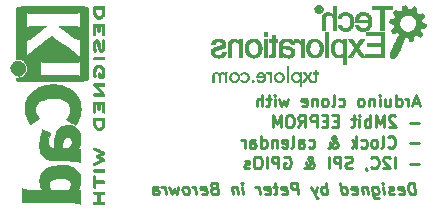
<source format=gbo>
G04 #@! TF.GenerationSoftware,KiCad,Pcbnew,5.0.0-fee4fd1~66~ubuntu18.04.1*
G04 #@! TF.CreationDate,2018-08-22T21:04:53-07:00*
G04 #@! TF.ProjectId,BACEE,42414345452E6B696361645F70636200,2*
G04 #@! TF.SameCoordinates,Original*
G04 #@! TF.FileFunction,Legend,Bot*
G04 #@! TF.FilePolarity,Positive*
%FSLAX46Y46*%
G04 Gerber Fmt 4.6, Leading zero omitted, Abs format (unit mm)*
G04 Created by KiCad (PCBNEW 5.0.0-fee4fd1~66~ubuntu18.04.1) date Wed Aug 22 21:04:53 2018*
%MOMM*%
%LPD*%
G01*
G04 APERTURE LIST*
%ADD10C,0.250000*%
%ADD11C,0.010000*%
G04 APERTURE END LIST*
D10*
X136245452Y-110434380D02*
X136120452Y-109434380D01*
X135882357Y-109434380D01*
X135745452Y-109482000D01*
X135662119Y-109577238D01*
X135626404Y-109672476D01*
X135602595Y-109862952D01*
X135620452Y-110005809D01*
X135691880Y-110196285D01*
X135751404Y-110291523D01*
X135858547Y-110386761D01*
X136007357Y-110434380D01*
X136245452Y-110434380D01*
X134858547Y-110386761D02*
X134959738Y-110434380D01*
X135150214Y-110434380D01*
X135239500Y-110386761D01*
X135275214Y-110291523D01*
X135227595Y-109910571D01*
X135168071Y-109815333D01*
X135066880Y-109767714D01*
X134876404Y-109767714D01*
X134787119Y-109815333D01*
X134751404Y-109910571D01*
X134763309Y-110005809D01*
X135251404Y-110101047D01*
X134429976Y-110386761D02*
X134340690Y-110434380D01*
X134150214Y-110434380D01*
X134049023Y-110386761D01*
X133989500Y-110291523D01*
X133983547Y-110243904D01*
X134019261Y-110148666D01*
X134108547Y-110101047D01*
X134251404Y-110101047D01*
X134340690Y-110053428D01*
X134376404Y-109958190D01*
X134370452Y-109910571D01*
X134310928Y-109815333D01*
X134209738Y-109767714D01*
X134066880Y-109767714D01*
X133977595Y-109815333D01*
X133578785Y-110434380D02*
X133495452Y-109767714D01*
X133453785Y-109434380D02*
X133507357Y-109482000D01*
X133465690Y-109529619D01*
X133412119Y-109482000D01*
X133453785Y-109434380D01*
X133465690Y-109529619D01*
X132590690Y-109767714D02*
X132691880Y-110577238D01*
X132751404Y-110672476D01*
X132804976Y-110720095D01*
X132906166Y-110767714D01*
X133049023Y-110767714D01*
X133138309Y-110720095D01*
X132668071Y-110386761D02*
X132769261Y-110434380D01*
X132959738Y-110434380D01*
X133049023Y-110386761D01*
X133090690Y-110339142D01*
X133126404Y-110243904D01*
X133090690Y-109958190D01*
X133031166Y-109862952D01*
X132977595Y-109815333D01*
X132876404Y-109767714D01*
X132685928Y-109767714D01*
X132596642Y-109815333D01*
X132114500Y-109767714D02*
X132197833Y-110434380D01*
X132126404Y-109862952D02*
X132072833Y-109815333D01*
X131971642Y-109767714D01*
X131828785Y-109767714D01*
X131739500Y-109815333D01*
X131703785Y-109910571D01*
X131769261Y-110434380D01*
X130906166Y-110386761D02*
X131007357Y-110434380D01*
X131197833Y-110434380D01*
X131287119Y-110386761D01*
X131322833Y-110291523D01*
X131275214Y-109910571D01*
X131215690Y-109815333D01*
X131114500Y-109767714D01*
X130924023Y-109767714D01*
X130834738Y-109815333D01*
X130799023Y-109910571D01*
X130810928Y-110005809D01*
X131299023Y-110101047D01*
X130007357Y-110434380D02*
X129882357Y-109434380D01*
X130001404Y-110386761D02*
X130102595Y-110434380D01*
X130293071Y-110434380D01*
X130382357Y-110386761D01*
X130424023Y-110339142D01*
X130459738Y-110243904D01*
X130424023Y-109958190D01*
X130364500Y-109862952D01*
X130310928Y-109815333D01*
X130209738Y-109767714D01*
X130019261Y-109767714D01*
X129929976Y-109815333D01*
X128769261Y-110434380D02*
X128644261Y-109434380D01*
X128691880Y-109815333D02*
X128590690Y-109767714D01*
X128400214Y-109767714D01*
X128310928Y-109815333D01*
X128269261Y-109862952D01*
X128233547Y-109958190D01*
X128269261Y-110243904D01*
X128328785Y-110339142D01*
X128382357Y-110386761D01*
X128483547Y-110434380D01*
X128674023Y-110434380D01*
X128763309Y-110386761D01*
X127876404Y-109767714D02*
X127721642Y-110434380D01*
X127400214Y-109767714D02*
X127721642Y-110434380D01*
X127846642Y-110672476D01*
X127900214Y-110720095D01*
X128001404Y-110767714D01*
X126340690Y-110434380D02*
X126215690Y-109434380D01*
X125834738Y-109434380D01*
X125745452Y-109482000D01*
X125703785Y-109529619D01*
X125668071Y-109624857D01*
X125685928Y-109767714D01*
X125745452Y-109862952D01*
X125799023Y-109910571D01*
X125900214Y-109958190D01*
X126281166Y-109958190D01*
X124953785Y-110386761D02*
X125054976Y-110434380D01*
X125245452Y-110434380D01*
X125334738Y-110386761D01*
X125370452Y-110291523D01*
X125322833Y-109910571D01*
X125263309Y-109815333D01*
X125162119Y-109767714D01*
X124971642Y-109767714D01*
X124882357Y-109815333D01*
X124846642Y-109910571D01*
X124858547Y-110005809D01*
X125346642Y-110101047D01*
X124543071Y-109767714D02*
X124162119Y-109767714D01*
X124358547Y-109434380D02*
X124465690Y-110291523D01*
X124429976Y-110386761D01*
X124340690Y-110434380D01*
X124245452Y-110434380D01*
X123525214Y-110386761D02*
X123626404Y-110434380D01*
X123816880Y-110434380D01*
X123906166Y-110386761D01*
X123941880Y-110291523D01*
X123894261Y-109910571D01*
X123834738Y-109815333D01*
X123733547Y-109767714D01*
X123543071Y-109767714D01*
X123453785Y-109815333D01*
X123418071Y-109910571D01*
X123429976Y-110005809D01*
X123918071Y-110101047D01*
X123054976Y-110434380D02*
X122971642Y-109767714D01*
X122995452Y-109958190D02*
X122935928Y-109862952D01*
X122882357Y-109815333D01*
X122781166Y-109767714D01*
X122685928Y-109767714D01*
X121674023Y-110434380D02*
X121590690Y-109767714D01*
X121549023Y-109434380D02*
X121602595Y-109482000D01*
X121560928Y-109529619D01*
X121507357Y-109482000D01*
X121549023Y-109434380D01*
X121560928Y-109529619D01*
X121114500Y-109767714D02*
X121197833Y-110434380D01*
X121126404Y-109862952D02*
X121072833Y-109815333D01*
X120971642Y-109767714D01*
X120828785Y-109767714D01*
X120739500Y-109815333D01*
X120703785Y-109910571D01*
X120769261Y-110434380D01*
X119132357Y-109910571D02*
X118995452Y-109958190D01*
X118953785Y-110005809D01*
X118918071Y-110101047D01*
X118935928Y-110243904D01*
X118995452Y-110339142D01*
X119049023Y-110386761D01*
X119150214Y-110434380D01*
X119531166Y-110434380D01*
X119406166Y-109434380D01*
X119072833Y-109434380D01*
X118983547Y-109482000D01*
X118941880Y-109529619D01*
X118906166Y-109624857D01*
X118918071Y-109720095D01*
X118977595Y-109815333D01*
X119031166Y-109862952D01*
X119132357Y-109910571D01*
X119465690Y-109910571D01*
X118144261Y-110386761D02*
X118245452Y-110434380D01*
X118435928Y-110434380D01*
X118525214Y-110386761D01*
X118560928Y-110291523D01*
X118513309Y-109910571D01*
X118453785Y-109815333D01*
X118352595Y-109767714D01*
X118162119Y-109767714D01*
X118072833Y-109815333D01*
X118037119Y-109910571D01*
X118049023Y-110005809D01*
X118537119Y-110101047D01*
X117674023Y-110434380D02*
X117590690Y-109767714D01*
X117614500Y-109958190D02*
X117554976Y-109862952D01*
X117501404Y-109815333D01*
X117400214Y-109767714D01*
X117304976Y-109767714D01*
X116912119Y-110434380D02*
X117001404Y-110386761D01*
X117043071Y-110339142D01*
X117078785Y-110243904D01*
X117043071Y-109958190D01*
X116983547Y-109862952D01*
X116929976Y-109815333D01*
X116828785Y-109767714D01*
X116685928Y-109767714D01*
X116596642Y-109815333D01*
X116554976Y-109862952D01*
X116519261Y-109958190D01*
X116554976Y-110243904D01*
X116614500Y-110339142D01*
X116668071Y-110386761D01*
X116769261Y-110434380D01*
X116912119Y-110434380D01*
X116162119Y-109767714D02*
X116054976Y-110434380D01*
X115804976Y-109958190D01*
X115674023Y-110434380D01*
X115400214Y-109767714D01*
X115102595Y-110434380D02*
X115019261Y-109767714D01*
X115043071Y-109958190D02*
X114983547Y-109862952D01*
X114929976Y-109815333D01*
X114828785Y-109767714D01*
X114733547Y-109767714D01*
X114054976Y-110434380D02*
X113989500Y-109910571D01*
X114025214Y-109815333D01*
X114114500Y-109767714D01*
X114304976Y-109767714D01*
X114406166Y-109815333D01*
X114049023Y-110386761D02*
X114150214Y-110434380D01*
X114388309Y-110434380D01*
X114477595Y-110386761D01*
X114513309Y-110291523D01*
X114501404Y-110196285D01*
X114441880Y-110101047D01*
X114340690Y-110053428D01*
X114102595Y-110053428D01*
X114001404Y-110005809D01*
X136553023Y-102697666D02*
X136076833Y-102697666D01*
X136648261Y-102983380D02*
X136314928Y-101983380D01*
X135981595Y-102983380D01*
X135648261Y-102983380D02*
X135648261Y-102316714D01*
X135648261Y-102507190D02*
X135600642Y-102411952D01*
X135553023Y-102364333D01*
X135457785Y-102316714D01*
X135362547Y-102316714D01*
X134600642Y-102983380D02*
X134600642Y-101983380D01*
X134600642Y-102935761D02*
X134695880Y-102983380D01*
X134886357Y-102983380D01*
X134981595Y-102935761D01*
X135029214Y-102888142D01*
X135076833Y-102792904D01*
X135076833Y-102507190D01*
X135029214Y-102411952D01*
X134981595Y-102364333D01*
X134886357Y-102316714D01*
X134695880Y-102316714D01*
X134600642Y-102364333D01*
X133695880Y-102316714D02*
X133695880Y-102983380D01*
X134124452Y-102316714D02*
X134124452Y-102840523D01*
X134076833Y-102935761D01*
X133981595Y-102983380D01*
X133838738Y-102983380D01*
X133743500Y-102935761D01*
X133695880Y-102888142D01*
X133219690Y-102983380D02*
X133219690Y-102316714D01*
X133219690Y-101983380D02*
X133267309Y-102031000D01*
X133219690Y-102078619D01*
X133172071Y-102031000D01*
X133219690Y-101983380D01*
X133219690Y-102078619D01*
X132743500Y-102316714D02*
X132743500Y-102983380D01*
X132743500Y-102411952D02*
X132695880Y-102364333D01*
X132600642Y-102316714D01*
X132457785Y-102316714D01*
X132362547Y-102364333D01*
X132314928Y-102459571D01*
X132314928Y-102983380D01*
X131695880Y-102983380D02*
X131791119Y-102935761D01*
X131838738Y-102888142D01*
X131886357Y-102792904D01*
X131886357Y-102507190D01*
X131838738Y-102411952D01*
X131791119Y-102364333D01*
X131695880Y-102316714D01*
X131553023Y-102316714D01*
X131457785Y-102364333D01*
X131410166Y-102411952D01*
X131362547Y-102507190D01*
X131362547Y-102792904D01*
X131410166Y-102888142D01*
X131457785Y-102935761D01*
X131553023Y-102983380D01*
X131695880Y-102983380D01*
X129743500Y-102935761D02*
X129838738Y-102983380D01*
X130029214Y-102983380D01*
X130124452Y-102935761D01*
X130172071Y-102888142D01*
X130219690Y-102792904D01*
X130219690Y-102507190D01*
X130172071Y-102411952D01*
X130124452Y-102364333D01*
X130029214Y-102316714D01*
X129838738Y-102316714D01*
X129743500Y-102364333D01*
X129172071Y-102983380D02*
X129267309Y-102935761D01*
X129314928Y-102840523D01*
X129314928Y-101983380D01*
X128648261Y-102983380D02*
X128743500Y-102935761D01*
X128791119Y-102888142D01*
X128838738Y-102792904D01*
X128838738Y-102507190D01*
X128791119Y-102411952D01*
X128743500Y-102364333D01*
X128648261Y-102316714D01*
X128505404Y-102316714D01*
X128410166Y-102364333D01*
X128362547Y-102411952D01*
X128314928Y-102507190D01*
X128314928Y-102792904D01*
X128362547Y-102888142D01*
X128410166Y-102935761D01*
X128505404Y-102983380D01*
X128648261Y-102983380D01*
X127886357Y-102316714D02*
X127886357Y-102983380D01*
X127886357Y-102411952D02*
X127838738Y-102364333D01*
X127743500Y-102316714D01*
X127600642Y-102316714D01*
X127505404Y-102364333D01*
X127457785Y-102459571D01*
X127457785Y-102983380D01*
X126600642Y-102935761D02*
X126695880Y-102983380D01*
X126886357Y-102983380D01*
X126981595Y-102935761D01*
X127029214Y-102840523D01*
X127029214Y-102459571D01*
X126981595Y-102364333D01*
X126886357Y-102316714D01*
X126695880Y-102316714D01*
X126600642Y-102364333D01*
X126553023Y-102459571D01*
X126553023Y-102554809D01*
X127029214Y-102650047D01*
X125457785Y-102316714D02*
X125267309Y-102983380D01*
X125076833Y-102507190D01*
X124886357Y-102983380D01*
X124695880Y-102316714D01*
X124314928Y-102983380D02*
X124314928Y-102316714D01*
X124314928Y-101983380D02*
X124362547Y-102031000D01*
X124314928Y-102078619D01*
X124267309Y-102031000D01*
X124314928Y-101983380D01*
X124314928Y-102078619D01*
X123981595Y-102316714D02*
X123600642Y-102316714D01*
X123838738Y-101983380D02*
X123838738Y-102840523D01*
X123791119Y-102935761D01*
X123695880Y-102983380D01*
X123600642Y-102983380D01*
X123267309Y-102983380D02*
X123267309Y-101983380D01*
X122838738Y-102983380D02*
X122838738Y-102459571D01*
X122886357Y-102364333D01*
X122981595Y-102316714D01*
X123124452Y-102316714D01*
X123219690Y-102364333D01*
X123267309Y-102411952D01*
X136505404Y-104352428D02*
X135743500Y-104352428D01*
X134553023Y-103828619D02*
X134505404Y-103781000D01*
X134410166Y-103733380D01*
X134172071Y-103733380D01*
X134076833Y-103781000D01*
X134029214Y-103828619D01*
X133981595Y-103923857D01*
X133981595Y-104019095D01*
X134029214Y-104161952D01*
X134600642Y-104733380D01*
X133981595Y-104733380D01*
X133553023Y-104733380D02*
X133553023Y-103733380D01*
X133219690Y-104447666D01*
X132886357Y-103733380D01*
X132886357Y-104733380D01*
X132410166Y-104733380D02*
X132410166Y-103733380D01*
X132410166Y-104114333D02*
X132314928Y-104066714D01*
X132124452Y-104066714D01*
X132029214Y-104114333D01*
X131981595Y-104161952D01*
X131933976Y-104257190D01*
X131933976Y-104542904D01*
X131981595Y-104638142D01*
X132029214Y-104685761D01*
X132124452Y-104733380D01*
X132314928Y-104733380D01*
X132410166Y-104685761D01*
X131505404Y-104733380D02*
X131505404Y-104066714D01*
X131505404Y-103733380D02*
X131553023Y-103781000D01*
X131505404Y-103828619D01*
X131457785Y-103781000D01*
X131505404Y-103733380D01*
X131505404Y-103828619D01*
X131172071Y-104066714D02*
X130791119Y-104066714D01*
X131029214Y-103733380D02*
X131029214Y-104590523D01*
X130981595Y-104685761D01*
X130886357Y-104733380D01*
X130791119Y-104733380D01*
X129695880Y-104209571D02*
X129362547Y-104209571D01*
X129219690Y-104733380D02*
X129695880Y-104733380D01*
X129695880Y-103733380D01*
X129219690Y-103733380D01*
X128791119Y-104209571D02*
X128457785Y-104209571D01*
X128314928Y-104733380D02*
X128791119Y-104733380D01*
X128791119Y-103733380D01*
X128314928Y-103733380D01*
X127886357Y-104733380D02*
X127886357Y-103733380D01*
X127505404Y-103733380D01*
X127410166Y-103781000D01*
X127362547Y-103828619D01*
X127314928Y-103923857D01*
X127314928Y-104066714D01*
X127362547Y-104161952D01*
X127410166Y-104209571D01*
X127505404Y-104257190D01*
X127886357Y-104257190D01*
X126314928Y-104733380D02*
X126648261Y-104257190D01*
X126886357Y-104733380D02*
X126886357Y-103733380D01*
X126505404Y-103733380D01*
X126410166Y-103781000D01*
X126362547Y-103828619D01*
X126314928Y-103923857D01*
X126314928Y-104066714D01*
X126362547Y-104161952D01*
X126410166Y-104209571D01*
X126505404Y-104257190D01*
X126886357Y-104257190D01*
X125695880Y-103733380D02*
X125505404Y-103733380D01*
X125410166Y-103781000D01*
X125314928Y-103876238D01*
X125267309Y-104066714D01*
X125267309Y-104400047D01*
X125314928Y-104590523D01*
X125410166Y-104685761D01*
X125505404Y-104733380D01*
X125695880Y-104733380D01*
X125791119Y-104685761D01*
X125886357Y-104590523D01*
X125933976Y-104400047D01*
X125933976Y-104066714D01*
X125886357Y-103876238D01*
X125791119Y-103781000D01*
X125695880Y-103733380D01*
X124838738Y-104733380D02*
X124838738Y-103733380D01*
X124505404Y-104447666D01*
X124172071Y-103733380D01*
X124172071Y-104733380D01*
X136505404Y-106102428D02*
X135743500Y-106102428D01*
X133933976Y-106388142D02*
X133981595Y-106435761D01*
X134124452Y-106483380D01*
X134219690Y-106483380D01*
X134362547Y-106435761D01*
X134457785Y-106340523D01*
X134505404Y-106245285D01*
X134553023Y-106054809D01*
X134553023Y-105911952D01*
X134505404Y-105721476D01*
X134457785Y-105626238D01*
X134362547Y-105531000D01*
X134219690Y-105483380D01*
X134124452Y-105483380D01*
X133981595Y-105531000D01*
X133933976Y-105578619D01*
X133362547Y-106483380D02*
X133457785Y-106435761D01*
X133505404Y-106340523D01*
X133505404Y-105483380D01*
X132838738Y-106483380D02*
X132933976Y-106435761D01*
X132981595Y-106388142D01*
X133029214Y-106292904D01*
X133029214Y-106007190D01*
X132981595Y-105911952D01*
X132933976Y-105864333D01*
X132838738Y-105816714D01*
X132695880Y-105816714D01*
X132600642Y-105864333D01*
X132553023Y-105911952D01*
X132505404Y-106007190D01*
X132505404Y-106292904D01*
X132553023Y-106388142D01*
X132600642Y-106435761D01*
X132695880Y-106483380D01*
X132838738Y-106483380D01*
X131648261Y-106435761D02*
X131743500Y-106483380D01*
X131933976Y-106483380D01*
X132029214Y-106435761D01*
X132076833Y-106388142D01*
X132124452Y-106292904D01*
X132124452Y-106007190D01*
X132076833Y-105911952D01*
X132029214Y-105864333D01*
X131933976Y-105816714D01*
X131743500Y-105816714D01*
X131648261Y-105864333D01*
X131219690Y-106483380D02*
X131219690Y-105483380D01*
X131124452Y-106102428D02*
X130838738Y-106483380D01*
X130838738Y-105816714D02*
X131219690Y-106197666D01*
X128838738Y-106483380D02*
X128886357Y-106483380D01*
X128981595Y-106435761D01*
X129124452Y-106292904D01*
X129362547Y-106007190D01*
X129457785Y-105864333D01*
X129505404Y-105721476D01*
X129505404Y-105626238D01*
X129457785Y-105531000D01*
X129362547Y-105483380D01*
X129314928Y-105483380D01*
X129219690Y-105531000D01*
X129172071Y-105626238D01*
X129172071Y-105673857D01*
X129219690Y-105769095D01*
X129267309Y-105816714D01*
X129553023Y-106007190D01*
X129600642Y-106054809D01*
X129648261Y-106150047D01*
X129648261Y-106292904D01*
X129600642Y-106388142D01*
X129553023Y-106435761D01*
X129457785Y-106483380D01*
X129314928Y-106483380D01*
X129219690Y-106435761D01*
X129172071Y-106388142D01*
X129029214Y-106197666D01*
X128981595Y-106054809D01*
X128981595Y-105959571D01*
X127219690Y-106435761D02*
X127314928Y-106483380D01*
X127505404Y-106483380D01*
X127600642Y-106435761D01*
X127648261Y-106388142D01*
X127695880Y-106292904D01*
X127695880Y-106007190D01*
X127648261Y-105911952D01*
X127600642Y-105864333D01*
X127505404Y-105816714D01*
X127314928Y-105816714D01*
X127219690Y-105864333D01*
X126362547Y-106483380D02*
X126362547Y-105959571D01*
X126410166Y-105864333D01*
X126505404Y-105816714D01*
X126695880Y-105816714D01*
X126791119Y-105864333D01*
X126362547Y-106435761D02*
X126457785Y-106483380D01*
X126695880Y-106483380D01*
X126791119Y-106435761D01*
X126838738Y-106340523D01*
X126838738Y-106245285D01*
X126791119Y-106150047D01*
X126695880Y-106102428D01*
X126457785Y-106102428D01*
X126362547Y-106054809D01*
X125743500Y-106483380D02*
X125838738Y-106435761D01*
X125886357Y-106340523D01*
X125886357Y-105483380D01*
X124981595Y-106435761D02*
X125076833Y-106483380D01*
X125267309Y-106483380D01*
X125362547Y-106435761D01*
X125410166Y-106340523D01*
X125410166Y-105959571D01*
X125362547Y-105864333D01*
X125267309Y-105816714D01*
X125076833Y-105816714D01*
X124981595Y-105864333D01*
X124933976Y-105959571D01*
X124933976Y-106054809D01*
X125410166Y-106150047D01*
X124505404Y-105816714D02*
X124505404Y-106483380D01*
X124505404Y-105911952D02*
X124457785Y-105864333D01*
X124362547Y-105816714D01*
X124219690Y-105816714D01*
X124124452Y-105864333D01*
X124076833Y-105959571D01*
X124076833Y-106483380D01*
X123172071Y-106483380D02*
X123172071Y-105483380D01*
X123172071Y-106435761D02*
X123267309Y-106483380D01*
X123457785Y-106483380D01*
X123553023Y-106435761D01*
X123600642Y-106388142D01*
X123648261Y-106292904D01*
X123648261Y-106007190D01*
X123600642Y-105911952D01*
X123553023Y-105864333D01*
X123457785Y-105816714D01*
X123267309Y-105816714D01*
X123172071Y-105864333D01*
X122267309Y-106483380D02*
X122267309Y-105959571D01*
X122314928Y-105864333D01*
X122410166Y-105816714D01*
X122600642Y-105816714D01*
X122695880Y-105864333D01*
X122267309Y-106435761D02*
X122362547Y-106483380D01*
X122600642Y-106483380D01*
X122695880Y-106435761D01*
X122743500Y-106340523D01*
X122743500Y-106245285D01*
X122695880Y-106150047D01*
X122600642Y-106102428D01*
X122362547Y-106102428D01*
X122267309Y-106054809D01*
X121791119Y-106483380D02*
X121791119Y-105816714D01*
X121791119Y-106007190D02*
X121743500Y-105911952D01*
X121695880Y-105864333D01*
X121600642Y-105816714D01*
X121505404Y-105816714D01*
X136505404Y-107852428D02*
X135743500Y-107852428D01*
X134505404Y-108233380D02*
X134505404Y-107233380D01*
X134076833Y-107328619D02*
X134029214Y-107281000D01*
X133933976Y-107233380D01*
X133695880Y-107233380D01*
X133600642Y-107281000D01*
X133553023Y-107328619D01*
X133505404Y-107423857D01*
X133505404Y-107519095D01*
X133553023Y-107661952D01*
X134124452Y-108233380D01*
X133505404Y-108233380D01*
X132505404Y-108138142D02*
X132553023Y-108185761D01*
X132695880Y-108233380D01*
X132791119Y-108233380D01*
X132933976Y-108185761D01*
X133029214Y-108090523D01*
X133076833Y-107995285D01*
X133124452Y-107804809D01*
X133124452Y-107661952D01*
X133076833Y-107471476D01*
X133029214Y-107376238D01*
X132933976Y-107281000D01*
X132791119Y-107233380D01*
X132695880Y-107233380D01*
X132553023Y-107281000D01*
X132505404Y-107328619D01*
X132029214Y-108185761D02*
X132029214Y-108233380D01*
X132076833Y-108328619D01*
X132124452Y-108376238D01*
X130886357Y-108185761D02*
X130743500Y-108233380D01*
X130505404Y-108233380D01*
X130410166Y-108185761D01*
X130362547Y-108138142D01*
X130314928Y-108042904D01*
X130314928Y-107947666D01*
X130362547Y-107852428D01*
X130410166Y-107804809D01*
X130505404Y-107757190D01*
X130695880Y-107709571D01*
X130791119Y-107661952D01*
X130838738Y-107614333D01*
X130886357Y-107519095D01*
X130886357Y-107423857D01*
X130838738Y-107328619D01*
X130791119Y-107281000D01*
X130695880Y-107233380D01*
X130457785Y-107233380D01*
X130314928Y-107281000D01*
X129886357Y-108233380D02*
X129886357Y-107233380D01*
X129505404Y-107233380D01*
X129410166Y-107281000D01*
X129362547Y-107328619D01*
X129314928Y-107423857D01*
X129314928Y-107566714D01*
X129362547Y-107661952D01*
X129410166Y-107709571D01*
X129505404Y-107757190D01*
X129886357Y-107757190D01*
X128886357Y-108233380D02*
X128886357Y-107233380D01*
X126838738Y-108233380D02*
X126886357Y-108233380D01*
X126981595Y-108185761D01*
X127124452Y-108042904D01*
X127362547Y-107757190D01*
X127457785Y-107614333D01*
X127505404Y-107471476D01*
X127505404Y-107376238D01*
X127457785Y-107281000D01*
X127362547Y-107233380D01*
X127314928Y-107233380D01*
X127219690Y-107281000D01*
X127172071Y-107376238D01*
X127172071Y-107423857D01*
X127219690Y-107519095D01*
X127267309Y-107566714D01*
X127553023Y-107757190D01*
X127600642Y-107804809D01*
X127648261Y-107900047D01*
X127648261Y-108042904D01*
X127600642Y-108138142D01*
X127553023Y-108185761D01*
X127457785Y-108233380D01*
X127314928Y-108233380D01*
X127219690Y-108185761D01*
X127172071Y-108138142D01*
X127029214Y-107947666D01*
X126981595Y-107804809D01*
X126981595Y-107709571D01*
X125124452Y-107281000D02*
X125219690Y-107233380D01*
X125362547Y-107233380D01*
X125505404Y-107281000D01*
X125600642Y-107376238D01*
X125648261Y-107471476D01*
X125695880Y-107661952D01*
X125695880Y-107804809D01*
X125648261Y-107995285D01*
X125600642Y-108090523D01*
X125505404Y-108185761D01*
X125362547Y-108233380D01*
X125267309Y-108233380D01*
X125124452Y-108185761D01*
X125076833Y-108138142D01*
X125076833Y-107804809D01*
X125267309Y-107804809D01*
X124648261Y-108233380D02*
X124648261Y-107233380D01*
X124267309Y-107233380D01*
X124172071Y-107281000D01*
X124124452Y-107328619D01*
X124076833Y-107423857D01*
X124076833Y-107566714D01*
X124124452Y-107661952D01*
X124172071Y-107709571D01*
X124267309Y-107757190D01*
X124648261Y-107757190D01*
X123648261Y-108233380D02*
X123648261Y-107233380D01*
X122981595Y-107233380D02*
X122791119Y-107233380D01*
X122695880Y-107281000D01*
X122600642Y-107376238D01*
X122553023Y-107566714D01*
X122553023Y-107900047D01*
X122600642Y-108090523D01*
X122695880Y-108185761D01*
X122791119Y-108233380D01*
X122981595Y-108233380D01*
X123076833Y-108185761D01*
X123172071Y-108090523D01*
X123219690Y-107900047D01*
X123219690Y-107566714D01*
X123172071Y-107376238D01*
X123076833Y-107281000D01*
X122981595Y-107233380D01*
X122172071Y-108185761D02*
X122076833Y-108233380D01*
X121886357Y-108233380D01*
X121791119Y-108185761D01*
X121743500Y-108090523D01*
X121743500Y-108042904D01*
X121791119Y-107947666D01*
X121886357Y-107900047D01*
X122029214Y-107900047D01*
X122124452Y-107852428D01*
X122172071Y-107757190D01*
X122172071Y-107709571D01*
X122124452Y-107614333D01*
X122029214Y-107566714D01*
X121886357Y-107566714D01*
X121791119Y-107614333D01*
D11*
G04 #@! TO.C,G\002A\002A\002A*
G36*
X128071563Y-94546255D02*
X128030923Y-94547189D01*
X128000730Y-94548339D01*
X127978732Y-94549977D01*
X127962676Y-94552375D01*
X127950309Y-94555805D01*
X127939380Y-94560538D01*
X127935169Y-94562717D01*
X127911164Y-94580082D01*
X127895936Y-94602993D01*
X127888358Y-94633650D01*
X127887015Y-94656838D01*
X127890442Y-94693687D01*
X127902094Y-94721412D01*
X127922845Y-94741246D01*
X127953569Y-94754422D01*
X127956830Y-94755317D01*
X127983385Y-94762339D01*
X127932874Y-94844538D01*
X127882363Y-94926736D01*
X127925166Y-94924855D01*
X127967970Y-94922975D01*
X128012352Y-94845187D01*
X128056735Y-94767400D01*
X128104900Y-94767400D01*
X128104900Y-94926150D01*
X128181100Y-94926150D01*
X128181100Y-94703900D01*
X128105435Y-94703900D01*
X128057956Y-94703900D01*
X128031974Y-94703000D01*
X128008755Y-94700636D01*
X127993158Y-94697310D01*
X127992731Y-94697152D01*
X127976417Y-94688709D01*
X127968112Y-94676761D01*
X127965388Y-94657287D01*
X127965298Y-94651658D01*
X127967787Y-94633396D01*
X127976526Y-94620628D01*
X127993156Y-94612468D01*
X128019321Y-94608032D01*
X128049001Y-94606553D01*
X128101725Y-94605475D01*
X128103580Y-94654687D01*
X128105435Y-94703900D01*
X128181100Y-94703900D01*
X128181100Y-94544100D01*
X128071563Y-94546255D01*
X128071563Y-94546255D01*
G37*
X128071563Y-94546255D02*
X128030923Y-94547189D01*
X128000730Y-94548339D01*
X127978732Y-94549977D01*
X127962676Y-94552375D01*
X127950309Y-94555805D01*
X127939380Y-94560538D01*
X127935169Y-94562717D01*
X127911164Y-94580082D01*
X127895936Y-94602993D01*
X127888358Y-94633650D01*
X127887015Y-94656838D01*
X127890442Y-94693687D01*
X127902094Y-94721412D01*
X127922845Y-94741246D01*
X127953569Y-94754422D01*
X127956830Y-94755317D01*
X127983385Y-94762339D01*
X127932874Y-94844538D01*
X127882363Y-94926736D01*
X127925166Y-94924855D01*
X127967970Y-94922975D01*
X128012352Y-94845187D01*
X128056735Y-94767400D01*
X128104900Y-94767400D01*
X128104900Y-94926150D01*
X128181100Y-94926150D01*
X128181100Y-94703900D01*
X128105435Y-94703900D01*
X128057956Y-94703900D01*
X128031974Y-94703000D01*
X128008755Y-94700636D01*
X127993158Y-94697310D01*
X127992731Y-94697152D01*
X127976417Y-94688709D01*
X127968112Y-94676761D01*
X127965388Y-94657287D01*
X127965298Y-94651658D01*
X127967787Y-94633396D01*
X127976526Y-94620628D01*
X127993156Y-94612468D01*
X128019321Y-94608032D01*
X128049001Y-94606553D01*
X128101725Y-94605475D01*
X128103580Y-94654687D01*
X128105435Y-94703900D01*
X128181100Y-94703900D01*
X128181100Y-94544100D01*
X128071563Y-94546255D01*
G36*
X127976010Y-94402114D02*
X127912976Y-94418658D01*
X127856263Y-94445079D01*
X127806662Y-94480433D01*
X127764962Y-94523777D01*
X127731954Y-94574168D01*
X127708428Y-94630662D01*
X127695173Y-94692315D01*
X127692979Y-94758186D01*
X127698943Y-94809096D01*
X127715433Y-94865875D01*
X127742964Y-94918901D01*
X127780081Y-94966690D01*
X127825330Y-95007754D01*
X127877255Y-95040606D01*
X127934401Y-95063762D01*
X127953155Y-95068787D01*
X127991636Y-95074992D01*
X128035685Y-95077587D01*
X128080222Y-95076581D01*
X128120166Y-95071985D01*
X128136650Y-95068392D01*
X128199201Y-95045645D01*
X128254602Y-95013316D01*
X128302038Y-94972545D01*
X128340697Y-94924472D01*
X128369765Y-94870235D01*
X128388428Y-94810973D01*
X128395873Y-94747826D01*
X128395669Y-94741759D01*
X128300155Y-94741759D01*
X128296554Y-94781029D01*
X128280948Y-94838638D01*
X128255823Y-94888878D01*
X128222320Y-94930994D01*
X128181579Y-94964228D01*
X128134739Y-94987823D01*
X128082939Y-95001023D01*
X128027320Y-95003071D01*
X127974725Y-94994700D01*
X127926400Y-94976373D01*
X127884166Y-94948173D01*
X127848726Y-94911729D01*
X127820786Y-94868668D01*
X127801050Y-94820620D01*
X127790221Y-94769212D01*
X127789005Y-94716072D01*
X127798105Y-94662830D01*
X127813245Y-94621344D01*
X127838101Y-94579385D01*
X127871153Y-94541163D01*
X127909371Y-94509635D01*
X127949724Y-94487758D01*
X127950487Y-94487457D01*
X127991654Y-94476468D01*
X128038485Y-94472226D01*
X128085931Y-94474733D01*
X128128941Y-94483991D01*
X128138458Y-94487379D01*
X128184229Y-94511882D01*
X128223845Y-94546092D01*
X128256274Y-94588097D01*
X128280489Y-94635984D01*
X128295459Y-94687843D01*
X128300155Y-94741759D01*
X128395669Y-94741759D01*
X128394512Y-94707370D01*
X128382661Y-94641612D01*
X128360169Y-94581996D01*
X128327903Y-94529291D01*
X128286731Y-94484269D01*
X128237521Y-94447701D01*
X128181138Y-94420357D01*
X128118452Y-94403010D01*
X128050330Y-94396428D01*
X128044575Y-94396390D01*
X127976010Y-94402114D01*
X127976010Y-94402114D01*
G37*
X127976010Y-94402114D02*
X127912976Y-94418658D01*
X127856263Y-94445079D01*
X127806662Y-94480433D01*
X127764962Y-94523777D01*
X127731954Y-94574168D01*
X127708428Y-94630662D01*
X127695173Y-94692315D01*
X127692979Y-94758186D01*
X127698943Y-94809096D01*
X127715433Y-94865875D01*
X127742964Y-94918901D01*
X127780081Y-94966690D01*
X127825330Y-95007754D01*
X127877255Y-95040606D01*
X127934401Y-95063762D01*
X127953155Y-95068787D01*
X127991636Y-95074992D01*
X128035685Y-95077587D01*
X128080222Y-95076581D01*
X128120166Y-95071985D01*
X128136650Y-95068392D01*
X128199201Y-95045645D01*
X128254602Y-95013316D01*
X128302038Y-94972545D01*
X128340697Y-94924472D01*
X128369765Y-94870235D01*
X128388428Y-94810973D01*
X128395873Y-94747826D01*
X128395669Y-94741759D01*
X128300155Y-94741759D01*
X128296554Y-94781029D01*
X128280948Y-94838638D01*
X128255823Y-94888878D01*
X128222320Y-94930994D01*
X128181579Y-94964228D01*
X128134739Y-94987823D01*
X128082939Y-95001023D01*
X128027320Y-95003071D01*
X127974725Y-94994700D01*
X127926400Y-94976373D01*
X127884166Y-94948173D01*
X127848726Y-94911729D01*
X127820786Y-94868668D01*
X127801050Y-94820620D01*
X127790221Y-94769212D01*
X127789005Y-94716072D01*
X127798105Y-94662830D01*
X127813245Y-94621344D01*
X127838101Y-94579385D01*
X127871153Y-94541163D01*
X127909371Y-94509635D01*
X127949724Y-94487758D01*
X127950487Y-94487457D01*
X127991654Y-94476468D01*
X128038485Y-94472226D01*
X128085931Y-94474733D01*
X128128941Y-94483991D01*
X128138458Y-94487379D01*
X128184229Y-94511882D01*
X128223845Y-94546092D01*
X128256274Y-94588097D01*
X128280489Y-94635984D01*
X128295459Y-94687843D01*
X128300155Y-94741759D01*
X128395669Y-94741759D01*
X128394512Y-94707370D01*
X128382661Y-94641612D01*
X128360169Y-94581996D01*
X128327903Y-94529291D01*
X128286731Y-94484269D01*
X128237521Y-94447701D01*
X128181138Y-94420357D01*
X128118452Y-94403010D01*
X128050330Y-94396428D01*
X128044575Y-94396390D01*
X127976010Y-94402114D01*
G36*
X129273300Y-95224750D02*
X129225268Y-95177182D01*
X129156662Y-95117335D01*
X129083951Y-95069455D01*
X129007467Y-95033631D01*
X128927541Y-95009956D01*
X128844506Y-94998521D01*
X128758694Y-94999416D01*
X128670435Y-95012733D01*
X128647190Y-95018226D01*
X128585088Y-95037697D01*
X128531755Y-95063035D01*
X128483924Y-95096053D01*
X128447633Y-95129009D01*
X128406323Y-95177292D01*
X128372867Y-95231834D01*
X128346714Y-95293930D01*
X128327310Y-95364878D01*
X128314786Y-95440333D01*
X128313490Y-95457507D01*
X128312319Y-95486866D01*
X128311279Y-95527894D01*
X128310375Y-95580076D01*
X128309613Y-95642898D01*
X128308999Y-95715843D01*
X128308540Y-95798397D01*
X128308241Y-95890045D01*
X128308107Y-95990272D01*
X128308100Y-96019770D01*
X128308100Y-96545400D01*
X128574145Y-96545400D01*
X128576487Y-96004062D01*
X128576920Y-95904459D01*
X128577341Y-95816698D01*
X128577805Y-95739921D01*
X128578369Y-95673270D01*
X128579088Y-95615888D01*
X128580020Y-95566916D01*
X128581219Y-95525496D01*
X128582741Y-95490772D01*
X128584644Y-95461884D01*
X128586982Y-95437976D01*
X128589812Y-95418188D01*
X128593190Y-95401664D01*
X128597172Y-95387546D01*
X128601814Y-95374975D01*
X128607172Y-95363093D01*
X128613301Y-95351044D01*
X128619949Y-95338550D01*
X128647332Y-95297894D01*
X128681754Y-95266380D01*
X128724329Y-95243289D01*
X128776170Y-95227901D01*
X128796769Y-95224192D01*
X128864718Y-95220035D01*
X128932849Y-95228491D01*
X129000974Y-95249478D01*
X129068905Y-95282914D01*
X129136452Y-95328717D01*
X129203427Y-95386806D01*
X129227263Y-95410608D01*
X129273300Y-95458196D01*
X129273300Y-96545400D01*
X129540000Y-96545400D01*
X129540000Y-94456250D01*
X129273300Y-94456250D01*
X129273300Y-95224750D01*
X129273300Y-95224750D01*
G37*
X129273300Y-95224750D02*
X129225268Y-95177182D01*
X129156662Y-95117335D01*
X129083951Y-95069455D01*
X129007467Y-95033631D01*
X128927541Y-95009956D01*
X128844506Y-94998521D01*
X128758694Y-94999416D01*
X128670435Y-95012733D01*
X128647190Y-95018226D01*
X128585088Y-95037697D01*
X128531755Y-95063035D01*
X128483924Y-95096053D01*
X128447633Y-95129009D01*
X128406323Y-95177292D01*
X128372867Y-95231834D01*
X128346714Y-95293930D01*
X128327310Y-95364878D01*
X128314786Y-95440333D01*
X128313490Y-95457507D01*
X128312319Y-95486866D01*
X128311279Y-95527894D01*
X128310375Y-95580076D01*
X128309613Y-95642898D01*
X128308999Y-95715843D01*
X128308540Y-95798397D01*
X128308241Y-95890045D01*
X128308107Y-95990272D01*
X128308100Y-96019770D01*
X128308100Y-96545400D01*
X128574145Y-96545400D01*
X128576487Y-96004062D01*
X128576920Y-95904459D01*
X128577341Y-95816698D01*
X128577805Y-95739921D01*
X128578369Y-95673270D01*
X128579088Y-95615888D01*
X128580020Y-95566916D01*
X128581219Y-95525496D01*
X128582741Y-95490772D01*
X128584644Y-95461884D01*
X128586982Y-95437976D01*
X128589812Y-95418188D01*
X128593190Y-95401664D01*
X128597172Y-95387546D01*
X128601814Y-95374975D01*
X128607172Y-95363093D01*
X128613301Y-95351044D01*
X128619949Y-95338550D01*
X128647332Y-95297894D01*
X128681754Y-95266380D01*
X128724329Y-95243289D01*
X128776170Y-95227901D01*
X128796769Y-95224192D01*
X128864718Y-95220035D01*
X128932849Y-95228491D01*
X129000974Y-95249478D01*
X129068905Y-95282914D01*
X129136452Y-95328717D01*
X129203427Y-95386806D01*
X129227263Y-95410608D01*
X129273300Y-95458196D01*
X129273300Y-96545400D01*
X129540000Y-96545400D01*
X129540000Y-94456250D01*
X129273300Y-94456250D01*
X129273300Y-95224750D01*
G36*
X132588000Y-94703900D02*
X133280150Y-94703900D01*
X133280150Y-96545400D01*
X133559550Y-96545400D01*
X133559550Y-94703900D01*
X134245350Y-94703900D01*
X134245350Y-94456250D01*
X132588000Y-94456250D01*
X132588000Y-94703900D01*
X132588000Y-94703900D01*
G37*
X132588000Y-94703900D02*
X133280150Y-94703900D01*
X133280150Y-96545400D01*
X133559550Y-96545400D01*
X133559550Y-94703900D01*
X134245350Y-94703900D01*
X134245350Y-94456250D01*
X132588000Y-94456250D01*
X132588000Y-94703900D01*
G36*
X130193426Y-95002965D02*
X130108623Y-95016966D01*
X130029561Y-95039824D01*
X130003214Y-95050116D01*
X129931853Y-95086663D01*
X129867020Y-95133026D01*
X129810090Y-95187931D01*
X129762442Y-95250108D01*
X129735175Y-95297625D01*
X129722918Y-95325638D01*
X129709896Y-95361083D01*
X129697721Y-95398994D01*
X129688009Y-95434409D01*
X129683037Y-95457962D01*
X129678584Y-95484950D01*
X129814586Y-95484950D01*
X129950588Y-95484949D01*
X129961342Y-95434906D01*
X129979567Y-95378891D01*
X130008438Y-95329505D01*
X130047322Y-95287534D01*
X130095590Y-95253764D01*
X130114675Y-95243983D01*
X130152742Y-95228105D01*
X130189528Y-95217579D01*
X130229082Y-95211636D01*
X130275452Y-95209504D01*
X130295650Y-95209532D01*
X130362021Y-95214150D01*
X130420651Y-95226909D01*
X130474105Y-95248524D01*
X130509760Y-95269272D01*
X130560880Y-95310249D01*
X130605933Y-95361724D01*
X130644423Y-95422782D01*
X130675854Y-95492508D01*
X130699728Y-95569987D01*
X130714529Y-95646875D01*
X130717939Y-95681419D01*
X130719994Y-95725013D01*
X130720728Y-95774086D01*
X130720175Y-95825062D01*
X130718369Y-95874370D01*
X130715344Y-95918436D01*
X130711642Y-95950427D01*
X130694182Y-96034333D01*
X130668523Y-96110233D01*
X130635070Y-96177613D01*
X130594232Y-96235960D01*
X130546413Y-96284760D01*
X130492022Y-96323499D01*
X130431465Y-96351663D01*
X130383161Y-96365345D01*
X130349715Y-96370105D01*
X130309481Y-96372247D01*
X130266537Y-96371889D01*
X130224960Y-96369150D01*
X130188827Y-96364148D01*
X130168019Y-96359071D01*
X130109401Y-96334619D01*
X130058782Y-96301740D01*
X130017062Y-96261376D01*
X129985145Y-96214469D01*
X129963931Y-96161959D01*
X129958835Y-96140587D01*
X129951098Y-96100900D01*
X129678584Y-96100900D01*
X129683037Y-96127887D01*
X129691523Y-96165966D01*
X129704635Y-96209327D01*
X129720479Y-96252446D01*
X129737165Y-96289803D01*
X129741087Y-96297304D01*
X129783024Y-96363661D01*
X129831962Y-96420617D01*
X129888709Y-96468774D01*
X129954076Y-96508731D01*
X130028871Y-96541089D01*
X130098800Y-96562634D01*
X130125030Y-96568951D01*
X130149955Y-96573524D01*
X130176771Y-96576692D01*
X130208673Y-96578797D01*
X130248856Y-96580180D01*
X130267075Y-96580590D01*
X130306169Y-96580981D01*
X130343912Y-96580636D01*
X130377156Y-96579637D01*
X130402748Y-96578063D01*
X130413125Y-96576875D01*
X130501700Y-96557354D01*
X130585884Y-96527287D01*
X130664378Y-96487421D01*
X130735884Y-96438499D01*
X130799104Y-96381267D01*
X130842415Y-96330561D01*
X130870603Y-96288745D01*
X130898802Y-96238700D01*
X130924858Y-96184707D01*
X130946617Y-96131052D01*
X130954721Y-96107250D01*
X130978213Y-96015485D01*
X130993037Y-95917952D01*
X130999260Y-95817182D01*
X130996950Y-95715705D01*
X130986175Y-95616053D01*
X130967001Y-95520755D01*
X130939497Y-95432342D01*
X130936543Y-95424625D01*
X130896833Y-95338271D01*
X130848629Y-95261274D01*
X130792051Y-95193750D01*
X130727217Y-95135813D01*
X130654245Y-95087579D01*
X130573255Y-95049165D01*
X130539302Y-95036796D01*
X130456908Y-95014737D01*
X130370106Y-95001788D01*
X130281433Y-94997885D01*
X130193426Y-95002965D01*
X130193426Y-95002965D01*
G37*
X130193426Y-95002965D02*
X130108623Y-95016966D01*
X130029561Y-95039824D01*
X130003214Y-95050116D01*
X129931853Y-95086663D01*
X129867020Y-95133026D01*
X129810090Y-95187931D01*
X129762442Y-95250108D01*
X129735175Y-95297625D01*
X129722918Y-95325638D01*
X129709896Y-95361083D01*
X129697721Y-95398994D01*
X129688009Y-95434409D01*
X129683037Y-95457962D01*
X129678584Y-95484950D01*
X129814586Y-95484950D01*
X129950588Y-95484949D01*
X129961342Y-95434906D01*
X129979567Y-95378891D01*
X130008438Y-95329505D01*
X130047322Y-95287534D01*
X130095590Y-95253764D01*
X130114675Y-95243983D01*
X130152742Y-95228105D01*
X130189528Y-95217579D01*
X130229082Y-95211636D01*
X130275452Y-95209504D01*
X130295650Y-95209532D01*
X130362021Y-95214150D01*
X130420651Y-95226909D01*
X130474105Y-95248524D01*
X130509760Y-95269272D01*
X130560880Y-95310249D01*
X130605933Y-95361724D01*
X130644423Y-95422782D01*
X130675854Y-95492508D01*
X130699728Y-95569987D01*
X130714529Y-95646875D01*
X130717939Y-95681419D01*
X130719994Y-95725013D01*
X130720728Y-95774086D01*
X130720175Y-95825062D01*
X130718369Y-95874370D01*
X130715344Y-95918436D01*
X130711642Y-95950427D01*
X130694182Y-96034333D01*
X130668523Y-96110233D01*
X130635070Y-96177613D01*
X130594232Y-96235960D01*
X130546413Y-96284760D01*
X130492022Y-96323499D01*
X130431465Y-96351663D01*
X130383161Y-96365345D01*
X130349715Y-96370105D01*
X130309481Y-96372247D01*
X130266537Y-96371889D01*
X130224960Y-96369150D01*
X130188827Y-96364148D01*
X130168019Y-96359071D01*
X130109401Y-96334619D01*
X130058782Y-96301740D01*
X130017062Y-96261376D01*
X129985145Y-96214469D01*
X129963931Y-96161959D01*
X129958835Y-96140587D01*
X129951098Y-96100900D01*
X129678584Y-96100900D01*
X129683037Y-96127887D01*
X129691523Y-96165966D01*
X129704635Y-96209327D01*
X129720479Y-96252446D01*
X129737165Y-96289803D01*
X129741087Y-96297304D01*
X129783024Y-96363661D01*
X129831962Y-96420617D01*
X129888709Y-96468774D01*
X129954076Y-96508731D01*
X130028871Y-96541089D01*
X130098800Y-96562634D01*
X130125030Y-96568951D01*
X130149955Y-96573524D01*
X130176771Y-96576692D01*
X130208673Y-96578797D01*
X130248856Y-96580180D01*
X130267075Y-96580590D01*
X130306169Y-96580981D01*
X130343912Y-96580636D01*
X130377156Y-96579637D01*
X130402748Y-96578063D01*
X130413125Y-96576875D01*
X130501700Y-96557354D01*
X130585884Y-96527287D01*
X130664378Y-96487421D01*
X130735884Y-96438499D01*
X130799104Y-96381267D01*
X130842415Y-96330561D01*
X130870603Y-96288745D01*
X130898802Y-96238700D01*
X130924858Y-96184707D01*
X130946617Y-96131052D01*
X130954721Y-96107250D01*
X130978213Y-96015485D01*
X130993037Y-95917952D01*
X130999260Y-95817182D01*
X130996950Y-95715705D01*
X130986175Y-95616053D01*
X130967001Y-95520755D01*
X130939497Y-95432342D01*
X130936543Y-95424625D01*
X130896833Y-95338271D01*
X130848629Y-95261274D01*
X130792051Y-95193750D01*
X130727217Y-95135813D01*
X130654245Y-95087579D01*
X130573255Y-95049165D01*
X130539302Y-95036796D01*
X130456908Y-95014737D01*
X130370106Y-95001788D01*
X130281433Y-94997885D01*
X130193426Y-95002965D01*
G36*
X131721302Y-95003531D02*
X131647030Y-95013556D01*
X131577892Y-95030540D01*
X131522861Y-95050051D01*
X131443050Y-95088814D01*
X131370987Y-95137396D01*
X131306919Y-95195368D01*
X131251089Y-95262303D01*
X131203743Y-95337773D01*
X131165125Y-95421350D01*
X131135481Y-95512608D01*
X131115054Y-95611117D01*
X131104091Y-95716451D01*
X131102153Y-95784987D01*
X131102100Y-95853250D01*
X132246347Y-95853250D01*
X132241758Y-95892790D01*
X132226909Y-95983495D01*
X132204449Y-96064374D01*
X132174160Y-96135925D01*
X132135825Y-96198650D01*
X132089224Y-96253048D01*
X132081168Y-96260841D01*
X132045146Y-96292473D01*
X132011184Y-96316383D01*
X131974446Y-96335515D01*
X131930099Y-96352812D01*
X131930078Y-96352819D01*
X131908851Y-96359845D01*
X131890278Y-96364710D01*
X131871151Y-96367815D01*
X131848263Y-96369557D01*
X131818410Y-96370337D01*
X131787900Y-96370535D01*
X131749017Y-96370358D01*
X131719586Y-96369366D01*
X131696371Y-96367220D01*
X131676132Y-96363580D01*
X131655634Y-96358105D01*
X131648424Y-96355890D01*
X131583218Y-96330650D01*
X131527409Y-96299069D01*
X131481576Y-96261685D01*
X131446302Y-96219035D01*
X131422165Y-96171656D01*
X131412489Y-96137412D01*
X131405248Y-96100900D01*
X131129140Y-96100900D01*
X131134733Y-96131062D01*
X131155080Y-96206911D01*
X131186681Y-96277866D01*
X131228786Y-96343181D01*
X131280646Y-96402116D01*
X131341512Y-96453927D01*
X131410636Y-96497871D01*
X131487268Y-96533206D01*
X131564937Y-96557770D01*
X131638253Y-96572181D01*
X131718279Y-96580766D01*
X131800336Y-96583317D01*
X131879745Y-96579628D01*
X131927600Y-96573805D01*
X132021665Y-96552988D01*
X132110065Y-96520862D01*
X132193221Y-96477270D01*
X132210637Y-96466266D01*
X132280393Y-96413315D01*
X132341876Y-96351010D01*
X132394845Y-96279834D01*
X132439058Y-96200272D01*
X132474275Y-96112808D01*
X132500255Y-96017924D01*
X132516755Y-95916105D01*
X132522555Y-95840550D01*
X132522352Y-95731615D01*
X132513767Y-95643700D01*
X132240387Y-95643700D01*
X131387850Y-95643700D01*
X131387850Y-95628840D01*
X131389836Y-95611758D01*
X131395182Y-95586157D01*
X131402970Y-95555477D01*
X131412283Y-95523158D01*
X131422203Y-95492639D01*
X131429280Y-95473528D01*
X131460247Y-95410799D01*
X131500408Y-95353526D01*
X131536238Y-95315228D01*
X131572156Y-95284206D01*
X131606773Y-95260659D01*
X131644997Y-95241650D01*
X131683823Y-95226925D01*
X131708915Y-95218946D01*
X131731174Y-95213821D01*
X131754901Y-95210942D01*
X131784399Y-95209699D01*
X131806950Y-95209484D01*
X131861234Y-95211275D01*
X131907759Y-95217622D01*
X131950941Y-95229474D01*
X131995200Y-95247782D01*
X132003342Y-95251699D01*
X132040732Y-95274629D01*
X132079461Y-95306435D01*
X132116468Y-95344079D01*
X132148691Y-95384525D01*
X132168006Y-95415100D01*
X132186303Y-95452351D01*
X132203844Y-95495503D01*
X132219106Y-95540164D01*
X132230561Y-95581944D01*
X132236037Y-95610914D01*
X132240387Y-95643700D01*
X132513767Y-95643700D01*
X132512235Y-95628021D01*
X132492533Y-95530323D01*
X132463575Y-95439077D01*
X132425688Y-95354838D01*
X132379200Y-95278162D01*
X132324440Y-95209603D01*
X132261736Y-95149719D01*
X132191416Y-95099063D01*
X132113809Y-95058191D01*
X132045075Y-95032402D01*
X131995767Y-95018462D01*
X131949102Y-95008814D01*
X131900996Y-95002911D01*
X131847368Y-95000202D01*
X131803775Y-94999917D01*
X131721302Y-95003531D01*
X131721302Y-95003531D01*
G37*
X131721302Y-95003531D02*
X131647030Y-95013556D01*
X131577892Y-95030540D01*
X131522861Y-95050051D01*
X131443050Y-95088814D01*
X131370987Y-95137396D01*
X131306919Y-95195368D01*
X131251089Y-95262303D01*
X131203743Y-95337773D01*
X131165125Y-95421350D01*
X131135481Y-95512608D01*
X131115054Y-95611117D01*
X131104091Y-95716451D01*
X131102153Y-95784987D01*
X131102100Y-95853250D01*
X132246347Y-95853250D01*
X132241758Y-95892790D01*
X132226909Y-95983495D01*
X132204449Y-96064374D01*
X132174160Y-96135925D01*
X132135825Y-96198650D01*
X132089224Y-96253048D01*
X132081168Y-96260841D01*
X132045146Y-96292473D01*
X132011184Y-96316383D01*
X131974446Y-96335515D01*
X131930099Y-96352812D01*
X131930078Y-96352819D01*
X131908851Y-96359845D01*
X131890278Y-96364710D01*
X131871151Y-96367815D01*
X131848263Y-96369557D01*
X131818410Y-96370337D01*
X131787900Y-96370535D01*
X131749017Y-96370358D01*
X131719586Y-96369366D01*
X131696371Y-96367220D01*
X131676132Y-96363580D01*
X131655634Y-96358105D01*
X131648424Y-96355890D01*
X131583218Y-96330650D01*
X131527409Y-96299069D01*
X131481576Y-96261685D01*
X131446302Y-96219035D01*
X131422165Y-96171656D01*
X131412489Y-96137412D01*
X131405248Y-96100900D01*
X131129140Y-96100900D01*
X131134733Y-96131062D01*
X131155080Y-96206911D01*
X131186681Y-96277866D01*
X131228786Y-96343181D01*
X131280646Y-96402116D01*
X131341512Y-96453927D01*
X131410636Y-96497871D01*
X131487268Y-96533206D01*
X131564937Y-96557770D01*
X131638253Y-96572181D01*
X131718279Y-96580766D01*
X131800336Y-96583317D01*
X131879745Y-96579628D01*
X131927600Y-96573805D01*
X132021665Y-96552988D01*
X132110065Y-96520862D01*
X132193221Y-96477270D01*
X132210637Y-96466266D01*
X132280393Y-96413315D01*
X132341876Y-96351010D01*
X132394845Y-96279834D01*
X132439058Y-96200272D01*
X132474275Y-96112808D01*
X132500255Y-96017924D01*
X132516755Y-95916105D01*
X132522555Y-95840550D01*
X132522352Y-95731615D01*
X132513767Y-95643700D01*
X132240387Y-95643700D01*
X131387850Y-95643700D01*
X131387850Y-95628840D01*
X131389836Y-95611758D01*
X131395182Y-95586157D01*
X131402970Y-95555477D01*
X131412283Y-95523158D01*
X131422203Y-95492639D01*
X131429280Y-95473528D01*
X131460247Y-95410799D01*
X131500408Y-95353526D01*
X131536238Y-95315228D01*
X131572156Y-95284206D01*
X131606773Y-95260659D01*
X131644997Y-95241650D01*
X131683823Y-95226925D01*
X131708915Y-95218946D01*
X131731174Y-95213821D01*
X131754901Y-95210942D01*
X131784399Y-95209699D01*
X131806950Y-95209484D01*
X131861234Y-95211275D01*
X131907759Y-95217622D01*
X131950941Y-95229474D01*
X131995200Y-95247782D01*
X132003342Y-95251699D01*
X132040732Y-95274629D01*
X132079461Y-95306435D01*
X132116468Y-95344079D01*
X132148691Y-95384525D01*
X132168006Y-95415100D01*
X132186303Y-95452351D01*
X132203844Y-95495503D01*
X132219106Y-95540164D01*
X132230561Y-95581944D01*
X132236037Y-95610914D01*
X132240387Y-95643700D01*
X132513767Y-95643700D01*
X132512235Y-95628021D01*
X132492533Y-95530323D01*
X132463575Y-95439077D01*
X132425688Y-95354838D01*
X132379200Y-95278162D01*
X132324440Y-95209603D01*
X132261736Y-95149719D01*
X132191416Y-95099063D01*
X132113809Y-95058191D01*
X132045075Y-95032402D01*
X131995767Y-95018462D01*
X131949102Y-95008814D01*
X131900996Y-95002911D01*
X131847368Y-95000202D01*
X131803775Y-94999917D01*
X131721302Y-95003531D01*
G36*
X123412250Y-97002600D02*
X123678950Y-97002600D01*
X123678950Y-96710500D01*
X123412250Y-96710500D01*
X123412250Y-97002600D01*
X123412250Y-97002600D01*
G37*
X123412250Y-97002600D02*
X123678950Y-97002600D01*
X123678950Y-96710500D01*
X123412250Y-96710500D01*
X123412250Y-97002600D01*
G36*
X120774668Y-97261500D02*
X120695050Y-97275721D01*
X120623893Y-97299377D01*
X120561220Y-97332454D01*
X120507053Y-97374937D01*
X120461414Y-97426812D01*
X120424326Y-97488066D01*
X120398897Y-97549372D01*
X120392757Y-97567432D01*
X120387345Y-97583988D01*
X120382611Y-97599929D01*
X120378505Y-97616145D01*
X120374977Y-97633529D01*
X120371978Y-97652970D01*
X120369458Y-97675358D01*
X120367368Y-97701585D01*
X120365657Y-97732541D01*
X120364277Y-97769117D01*
X120363177Y-97812203D01*
X120362308Y-97862690D01*
X120361620Y-97921468D01*
X120361064Y-97989428D01*
X120360589Y-98067461D01*
X120360146Y-98156457D01*
X120359710Y-98251962D01*
X120357200Y-98806000D01*
X120630361Y-98806000D01*
X120632476Y-98258312D01*
X120632850Y-98160226D01*
X120633198Y-98073969D01*
X120633570Y-97998671D01*
X120634016Y-97933459D01*
X120634586Y-97877464D01*
X120635328Y-97829814D01*
X120636292Y-97789639D01*
X120637529Y-97756068D01*
X120639087Y-97728230D01*
X120641016Y-97705254D01*
X120643365Y-97686269D01*
X120646185Y-97670404D01*
X120649525Y-97656789D01*
X120653434Y-97644553D01*
X120657961Y-97632824D01*
X120663157Y-97620733D01*
X120669071Y-97607407D01*
X120669584Y-97606247D01*
X120687400Y-97576238D01*
X120712805Y-97546430D01*
X120741572Y-97521330D01*
X120760211Y-97509603D01*
X120789347Y-97498047D01*
X120826317Y-97488440D01*
X120866290Y-97481785D01*
X120904436Y-97479085D01*
X120907175Y-97479070D01*
X120971282Y-97484564D01*
X121034607Y-97501241D01*
X121097737Y-97529398D01*
X121161257Y-97569328D01*
X121225753Y-97621328D01*
X121267538Y-97660805D01*
X121329450Y-97722500D01*
X121329450Y-98806000D01*
X121596150Y-98806000D01*
X121596150Y-97294700D01*
X121329450Y-97294700D01*
X121329450Y-97480232D01*
X121275789Y-97429437D01*
X121211600Y-97373859D01*
X121148168Y-97329987D01*
X121083720Y-97297079D01*
X121016485Y-97274395D01*
X120944692Y-97261194D01*
X120866568Y-97256734D01*
X120862725Y-97256727D01*
X120774668Y-97261500D01*
X120774668Y-97261500D01*
G37*
X120774668Y-97261500D02*
X120695050Y-97275721D01*
X120623893Y-97299377D01*
X120561220Y-97332454D01*
X120507053Y-97374937D01*
X120461414Y-97426812D01*
X120424326Y-97488066D01*
X120398897Y-97549372D01*
X120392757Y-97567432D01*
X120387345Y-97583988D01*
X120382611Y-97599929D01*
X120378505Y-97616145D01*
X120374977Y-97633529D01*
X120371978Y-97652970D01*
X120369458Y-97675358D01*
X120367368Y-97701585D01*
X120365657Y-97732541D01*
X120364277Y-97769117D01*
X120363177Y-97812203D01*
X120362308Y-97862690D01*
X120361620Y-97921468D01*
X120361064Y-97989428D01*
X120360589Y-98067461D01*
X120360146Y-98156457D01*
X120359710Y-98251962D01*
X120357200Y-98806000D01*
X120630361Y-98806000D01*
X120632476Y-98258312D01*
X120632850Y-98160226D01*
X120633198Y-98073969D01*
X120633570Y-97998671D01*
X120634016Y-97933459D01*
X120634586Y-97877464D01*
X120635328Y-97829814D01*
X120636292Y-97789639D01*
X120637529Y-97756068D01*
X120639087Y-97728230D01*
X120641016Y-97705254D01*
X120643365Y-97686269D01*
X120646185Y-97670404D01*
X120649525Y-97656789D01*
X120653434Y-97644553D01*
X120657961Y-97632824D01*
X120663157Y-97620733D01*
X120669071Y-97607407D01*
X120669584Y-97606247D01*
X120687400Y-97576238D01*
X120712805Y-97546430D01*
X120741572Y-97521330D01*
X120760211Y-97509603D01*
X120789347Y-97498047D01*
X120826317Y-97488440D01*
X120866290Y-97481785D01*
X120904436Y-97479085D01*
X120907175Y-97479070D01*
X120971282Y-97484564D01*
X121034607Y-97501241D01*
X121097737Y-97529398D01*
X121161257Y-97569328D01*
X121225753Y-97621328D01*
X121267538Y-97660805D01*
X121329450Y-97722500D01*
X121329450Y-98806000D01*
X121596150Y-98806000D01*
X121596150Y-97294700D01*
X121329450Y-97294700D01*
X121329450Y-97480232D01*
X121275789Y-97429437D01*
X121211600Y-97373859D01*
X121148168Y-97329987D01*
X121083720Y-97297079D01*
X121016485Y-97274395D01*
X120944692Y-97261194D01*
X120866568Y-97256734D01*
X120862725Y-97256727D01*
X120774668Y-97261500D01*
G36*
X123412250Y-98806000D02*
X123678950Y-98806000D01*
X123678950Y-97294700D01*
X123412250Y-97294700D01*
X123412250Y-98806000D01*
X123412250Y-98806000D01*
G37*
X123412250Y-98806000D02*
X123678950Y-98806000D01*
X123678950Y-97294700D01*
X123412250Y-97294700D01*
X123412250Y-98806000D01*
G36*
X126071778Y-97257303D02*
X126044937Y-97259475D01*
X126003050Y-97263960D01*
X126003050Y-97400659D01*
X126003130Y-97445830D01*
X126003445Y-97479793D01*
X126004110Y-97504040D01*
X126005238Y-97520061D01*
X126006944Y-97529349D01*
X126009341Y-97533394D01*
X126012544Y-97533688D01*
X126013205Y-97533462D01*
X126029458Y-97529487D01*
X126054892Y-97525792D01*
X126085989Y-97522649D01*
X126119231Y-97520328D01*
X126151099Y-97519100D01*
X126178074Y-97519236D01*
X126189001Y-97519935D01*
X126258176Y-97532660D01*
X126322929Y-97557070D01*
X126383500Y-97593304D01*
X126440132Y-97641499D01*
X126481011Y-97686609D01*
X126517400Y-97731088D01*
X126517400Y-98806000D01*
X126790450Y-98806000D01*
X126790450Y-97294700D01*
X126517723Y-97294700D01*
X126515974Y-97393512D01*
X126514225Y-97492325D01*
X126490800Y-97461590D01*
X126444321Y-97407527D01*
X126392291Y-97359157D01*
X126337181Y-97318444D01*
X126281464Y-97287349D01*
X126259342Y-97277959D01*
X126221548Y-97267228D01*
X126175196Y-97259994D01*
X126124026Y-97256578D01*
X126071778Y-97257303D01*
X126071778Y-97257303D01*
G37*
X126071778Y-97257303D02*
X126044937Y-97259475D01*
X126003050Y-97263960D01*
X126003050Y-97400659D01*
X126003130Y-97445830D01*
X126003445Y-97479793D01*
X126004110Y-97504040D01*
X126005238Y-97520061D01*
X126006944Y-97529349D01*
X126009341Y-97533394D01*
X126012544Y-97533688D01*
X126013205Y-97533462D01*
X126029458Y-97529487D01*
X126054892Y-97525792D01*
X126085989Y-97522649D01*
X126119231Y-97520328D01*
X126151099Y-97519100D01*
X126178074Y-97519236D01*
X126189001Y-97519935D01*
X126258176Y-97532660D01*
X126322929Y-97557070D01*
X126383500Y-97593304D01*
X126440132Y-97641499D01*
X126481011Y-97686609D01*
X126517400Y-97731088D01*
X126517400Y-98806000D01*
X126790450Y-98806000D01*
X126790450Y-97294700D01*
X126517723Y-97294700D01*
X126515974Y-97393512D01*
X126514225Y-97492325D01*
X126490800Y-97461590D01*
X126444321Y-97407527D01*
X126392291Y-97359157D01*
X126337181Y-97318444D01*
X126281464Y-97287349D01*
X126259342Y-97277959D01*
X126221548Y-97267228D01*
X126175196Y-97259994D01*
X126124026Y-97256578D01*
X126071778Y-97257303D01*
G36*
X128606550Y-98806000D02*
X128873250Y-98806000D01*
X128873250Y-96710500D01*
X128606550Y-96710500D01*
X128606550Y-98806000D01*
X128606550Y-98806000D01*
G37*
X128606550Y-98806000D02*
X128873250Y-98806000D01*
X128873250Y-96710500D01*
X128606550Y-96710500D01*
X128606550Y-98806000D01*
G36*
X130764638Y-97295850D02*
X130726419Y-97296177D01*
X130563670Y-97297875D01*
X130816655Y-97653475D01*
X130859154Y-97713325D01*
X130899423Y-97770253D01*
X130936863Y-97823400D01*
X130970876Y-97871906D01*
X131000863Y-97914909D01*
X131026226Y-97951550D01*
X131046367Y-97980970D01*
X131060685Y-98002307D01*
X131068584Y-98014703D01*
X131069995Y-98017513D01*
X131066463Y-98023956D01*
X131056135Y-98039898D01*
X131039595Y-98064497D01*
X131017424Y-98096914D01*
X130990204Y-98136308D01*
X130958517Y-98181841D01*
X130922946Y-98232673D01*
X130884073Y-98287962D01*
X130842481Y-98346871D01*
X130805883Y-98398513D01*
X130762133Y-98460149D01*
X130720307Y-98519082D01*
X130681022Y-98574441D01*
X130644895Y-98625358D01*
X130612543Y-98670965D01*
X130584580Y-98710391D01*
X130561625Y-98742768D01*
X130544293Y-98767226D01*
X130533201Y-98782898D01*
X130529226Y-98788537D01*
X130517036Y-98806000D01*
X130852562Y-98806000D01*
X131038486Y-98513647D01*
X131073476Y-98458805D01*
X131106506Y-98407381D01*
X131136940Y-98360339D01*
X131164141Y-98318648D01*
X131187476Y-98283271D01*
X131206307Y-98255177D01*
X131219999Y-98235331D01*
X131227917Y-98224699D01*
X131229612Y-98223134D01*
X131233901Y-98228697D01*
X131244323Y-98244014D01*
X131260238Y-98268096D01*
X131281006Y-98299954D01*
X131305987Y-98338599D01*
X131334540Y-98383042D01*
X131366025Y-98432295D01*
X131399802Y-98485369D01*
X131417901Y-98513900D01*
X131600986Y-98802825D01*
X131768269Y-98804519D01*
X131935551Y-98806213D01*
X131924106Y-98788644D01*
X131918605Y-98780648D01*
X131906371Y-98763166D01*
X131888019Y-98737067D01*
X131864165Y-98703224D01*
X131835423Y-98662507D01*
X131802408Y-98615787D01*
X131765737Y-98563936D01*
X131726024Y-98507825D01*
X131683885Y-98448325D01*
X131649356Y-98399600D01*
X131606035Y-98338390D01*
X131564916Y-98280119D01*
X131526585Y-98225625D01*
X131491627Y-98175748D01*
X131460627Y-98131328D01*
X131434168Y-98093206D01*
X131412838Y-98062220D01*
X131397220Y-98039210D01*
X131387898Y-98025017D01*
X131385364Y-98020543D01*
X131388833Y-98014211D01*
X131399078Y-97998400D01*
X131415504Y-97973970D01*
X131437515Y-97941782D01*
X131464514Y-97902698D01*
X131495905Y-97857579D01*
X131531092Y-97807284D01*
X131569480Y-97752677D01*
X131610470Y-97694616D01*
X131635500Y-97659279D01*
X131677782Y-97599623D01*
X131717887Y-97542968D01*
X131755212Y-97490171D01*
X131789153Y-97442089D01*
X131819109Y-97399577D01*
X131844476Y-97363492D01*
X131864651Y-97334689D01*
X131879031Y-97314026D01*
X131887014Y-97302357D01*
X131888478Y-97300042D01*
X131882999Y-97298586D01*
X131866358Y-97297410D01*
X131840091Y-97296551D01*
X131805735Y-97296044D01*
X131764824Y-97295927D01*
X131723921Y-97296180D01*
X131557212Y-97297875D01*
X131394744Y-97556449D01*
X131362248Y-97608069D01*
X131331788Y-97656263D01*
X131304032Y-97699991D01*
X131279646Y-97738211D01*
X131259295Y-97769882D01*
X131243647Y-97793963D01*
X131233368Y-97809415D01*
X131229124Y-97815195D01*
X131229081Y-97815211D01*
X131225173Y-97810038D01*
X131215204Y-97795132D01*
X131199841Y-97771537D01*
X131179751Y-97740293D01*
X131155599Y-97702440D01*
X131128052Y-97659020D01*
X131097776Y-97611074D01*
X131065438Y-97559642D01*
X131064060Y-97557447D01*
X131031537Y-97505764D01*
X131000929Y-97457433D01*
X130972919Y-97413511D01*
X130948190Y-97375054D01*
X130927425Y-97343118D01*
X130911307Y-97318761D01*
X130900519Y-97303038D01*
X130895744Y-97297006D01*
X130895701Y-97296986D01*
X130887806Y-97296370D01*
X130868982Y-97295940D01*
X130840999Y-97295704D01*
X130805628Y-97295671D01*
X130764638Y-97295850D01*
X130764638Y-97295850D01*
G37*
X130764638Y-97295850D02*
X130726419Y-97296177D01*
X130563670Y-97297875D01*
X130816655Y-97653475D01*
X130859154Y-97713325D01*
X130899423Y-97770253D01*
X130936863Y-97823400D01*
X130970876Y-97871906D01*
X131000863Y-97914909D01*
X131026226Y-97951550D01*
X131046367Y-97980970D01*
X131060685Y-98002307D01*
X131068584Y-98014703D01*
X131069995Y-98017513D01*
X131066463Y-98023956D01*
X131056135Y-98039898D01*
X131039595Y-98064497D01*
X131017424Y-98096914D01*
X130990204Y-98136308D01*
X130958517Y-98181841D01*
X130922946Y-98232673D01*
X130884073Y-98287962D01*
X130842481Y-98346871D01*
X130805883Y-98398513D01*
X130762133Y-98460149D01*
X130720307Y-98519082D01*
X130681022Y-98574441D01*
X130644895Y-98625358D01*
X130612543Y-98670965D01*
X130584580Y-98710391D01*
X130561625Y-98742768D01*
X130544293Y-98767226D01*
X130533201Y-98782898D01*
X130529226Y-98788537D01*
X130517036Y-98806000D01*
X130852562Y-98806000D01*
X131038486Y-98513647D01*
X131073476Y-98458805D01*
X131106506Y-98407381D01*
X131136940Y-98360339D01*
X131164141Y-98318648D01*
X131187476Y-98283271D01*
X131206307Y-98255177D01*
X131219999Y-98235331D01*
X131227917Y-98224699D01*
X131229612Y-98223134D01*
X131233901Y-98228697D01*
X131244323Y-98244014D01*
X131260238Y-98268096D01*
X131281006Y-98299954D01*
X131305987Y-98338599D01*
X131334540Y-98383042D01*
X131366025Y-98432295D01*
X131399802Y-98485369D01*
X131417901Y-98513900D01*
X131600986Y-98802825D01*
X131768269Y-98804519D01*
X131935551Y-98806213D01*
X131924106Y-98788644D01*
X131918605Y-98780648D01*
X131906371Y-98763166D01*
X131888019Y-98737067D01*
X131864165Y-98703224D01*
X131835423Y-98662507D01*
X131802408Y-98615787D01*
X131765737Y-98563936D01*
X131726024Y-98507825D01*
X131683885Y-98448325D01*
X131649356Y-98399600D01*
X131606035Y-98338390D01*
X131564916Y-98280119D01*
X131526585Y-98225625D01*
X131491627Y-98175748D01*
X131460627Y-98131328D01*
X131434168Y-98093206D01*
X131412838Y-98062220D01*
X131397220Y-98039210D01*
X131387898Y-98025017D01*
X131385364Y-98020543D01*
X131388833Y-98014211D01*
X131399078Y-97998400D01*
X131415504Y-97973970D01*
X131437515Y-97941782D01*
X131464514Y-97902698D01*
X131495905Y-97857579D01*
X131531092Y-97807284D01*
X131569480Y-97752677D01*
X131610470Y-97694616D01*
X131635500Y-97659279D01*
X131677782Y-97599623D01*
X131717887Y-97542968D01*
X131755212Y-97490171D01*
X131789153Y-97442089D01*
X131819109Y-97399577D01*
X131844476Y-97363492D01*
X131864651Y-97334689D01*
X131879031Y-97314026D01*
X131887014Y-97302357D01*
X131888478Y-97300042D01*
X131882999Y-97298586D01*
X131866358Y-97297410D01*
X131840091Y-97296551D01*
X131805735Y-97296044D01*
X131764824Y-97295927D01*
X131723921Y-97296180D01*
X131557212Y-97297875D01*
X131394744Y-97556449D01*
X131362248Y-97608069D01*
X131331788Y-97656263D01*
X131304032Y-97699991D01*
X131279646Y-97738211D01*
X131259295Y-97769882D01*
X131243647Y-97793963D01*
X131233368Y-97809415D01*
X131229124Y-97815195D01*
X131229081Y-97815211D01*
X131225173Y-97810038D01*
X131215204Y-97795132D01*
X131199841Y-97771537D01*
X131179751Y-97740293D01*
X131155599Y-97702440D01*
X131128052Y-97659020D01*
X131097776Y-97611074D01*
X131065438Y-97559642D01*
X131064060Y-97557447D01*
X131031537Y-97505764D01*
X131000929Y-97457433D01*
X130972919Y-97413511D01*
X130948190Y-97375054D01*
X130927425Y-97343118D01*
X130911307Y-97318761D01*
X130900519Y-97303038D01*
X130895744Y-97297006D01*
X130895701Y-97296986D01*
X130887806Y-97296370D01*
X130868982Y-97295940D01*
X130840999Y-97295704D01*
X130805628Y-97295671D01*
X130764638Y-97295850D01*
G36*
X132060950Y-96964500D02*
X133299200Y-96964500D01*
X133299200Y-97599500D01*
X132137150Y-97599500D01*
X132137150Y-97847150D01*
X133299200Y-97847150D01*
X133299200Y-98558350D01*
X132010150Y-98558350D01*
X132010150Y-98806000D01*
X133578638Y-98806000D01*
X133577032Y-97759837D01*
X133575425Y-96713675D01*
X132818188Y-96712061D01*
X132060950Y-96710448D01*
X132060950Y-96964500D01*
X132060950Y-96964500D01*
G37*
X132060950Y-96964500D02*
X133299200Y-96964500D01*
X133299200Y-97599500D01*
X132137150Y-97599500D01*
X132137150Y-97847150D01*
X133299200Y-97847150D01*
X133299200Y-98558350D01*
X132010150Y-98558350D01*
X132010150Y-98806000D01*
X133578638Y-98806000D01*
X133577032Y-97759837D01*
X133575425Y-96713675D01*
X132818188Y-96712061D01*
X132060950Y-96710448D01*
X132060950Y-96964500D01*
G36*
X124085350Y-97294700D02*
X123837700Y-97294700D01*
X123837700Y-97504250D01*
X124085863Y-97504250D01*
X124083872Y-97997962D01*
X124083490Y-98092656D01*
X124083114Y-98175516D01*
X124082680Y-98247409D01*
X124082123Y-98309201D01*
X124081377Y-98361757D01*
X124080379Y-98405944D01*
X124079064Y-98442629D01*
X124077366Y-98472677D01*
X124075221Y-98496955D01*
X124072564Y-98516328D01*
X124069330Y-98531663D01*
X124065455Y-98543826D01*
X124060873Y-98553683D01*
X124055520Y-98562101D01*
X124049332Y-98569945D01*
X124042242Y-98578082D01*
X124040311Y-98580276D01*
X124026032Y-98594364D01*
X124010310Y-98604370D01*
X123990890Y-98610797D01*
X123965517Y-98614151D01*
X123931938Y-98614933D01*
X123890442Y-98613756D01*
X123805950Y-98610213D01*
X123805950Y-98810993D01*
X123845638Y-98818181D01*
X123874972Y-98822138D01*
X123912493Y-98825237D01*
X123954550Y-98827374D01*
X123997491Y-98828442D01*
X124037666Y-98828339D01*
X124071423Y-98826957D01*
X124089236Y-98825180D01*
X124151777Y-98812420D01*
X124204045Y-98793096D01*
X124246960Y-98766642D01*
X124281445Y-98732490D01*
X124308284Y-98690345D01*
X124316499Y-98673016D01*
X124323771Y-98654954D01*
X124330159Y-98635319D01*
X124335718Y-98613269D01*
X124340504Y-98587966D01*
X124344575Y-98558569D01*
X124347985Y-98524237D01*
X124350791Y-98484132D01*
X124353050Y-98437412D01*
X124354818Y-98383238D01*
X124356151Y-98320769D01*
X124357105Y-98249166D01*
X124357736Y-98167588D01*
X124358102Y-98075196D01*
X124358257Y-97971148D01*
X124358270Y-97943987D01*
X124358400Y-97504250D01*
X124542550Y-97504250D01*
X124542550Y-97294700D01*
X124358400Y-97294700D01*
X124358400Y-96913700D01*
X124085350Y-96913700D01*
X124085350Y-97294700D01*
X124085350Y-97294700D01*
G37*
X124085350Y-97294700D02*
X123837700Y-97294700D01*
X123837700Y-97504250D01*
X124085863Y-97504250D01*
X124083872Y-97997962D01*
X124083490Y-98092656D01*
X124083114Y-98175516D01*
X124082680Y-98247409D01*
X124082123Y-98309201D01*
X124081377Y-98361757D01*
X124080379Y-98405944D01*
X124079064Y-98442629D01*
X124077366Y-98472677D01*
X124075221Y-98496955D01*
X124072564Y-98516328D01*
X124069330Y-98531663D01*
X124065455Y-98543826D01*
X124060873Y-98553683D01*
X124055520Y-98562101D01*
X124049332Y-98569945D01*
X124042242Y-98578082D01*
X124040311Y-98580276D01*
X124026032Y-98594364D01*
X124010310Y-98604370D01*
X123990890Y-98610797D01*
X123965517Y-98614151D01*
X123931938Y-98614933D01*
X123890442Y-98613756D01*
X123805950Y-98610213D01*
X123805950Y-98810993D01*
X123845638Y-98818181D01*
X123874972Y-98822138D01*
X123912493Y-98825237D01*
X123954550Y-98827374D01*
X123997491Y-98828442D01*
X124037666Y-98828339D01*
X124071423Y-98826957D01*
X124089236Y-98825180D01*
X124151777Y-98812420D01*
X124204045Y-98793096D01*
X124246960Y-98766642D01*
X124281445Y-98732490D01*
X124308284Y-98690345D01*
X124316499Y-98673016D01*
X124323771Y-98654954D01*
X124330159Y-98635319D01*
X124335718Y-98613269D01*
X124340504Y-98587966D01*
X124344575Y-98558569D01*
X124347985Y-98524237D01*
X124350791Y-98484132D01*
X124353050Y-98437412D01*
X124354818Y-98383238D01*
X124356151Y-98320769D01*
X124357105Y-98249166D01*
X124357736Y-98167588D01*
X124358102Y-98075196D01*
X124358257Y-97971148D01*
X124358270Y-97943987D01*
X124358400Y-97504250D01*
X124542550Y-97504250D01*
X124542550Y-97294700D01*
X124358400Y-97294700D01*
X124358400Y-96913700D01*
X124085350Y-96913700D01*
X124085350Y-97294700D01*
G36*
X119496147Y-97257651D02*
X119450405Y-97259863D01*
X119419553Y-97262817D01*
X119329246Y-97278251D01*
X119249472Y-97300636D01*
X119180058Y-97330098D01*
X119120826Y-97366763D01*
X119071602Y-97410755D01*
X119032210Y-97462200D01*
X119002475Y-97521223D01*
X118985868Y-97572616D01*
X118979726Y-97600785D01*
X118975326Y-97628899D01*
X118973601Y-97650962D01*
X118973600Y-97651315D01*
X118973600Y-97682050D01*
X119238574Y-97682050D01*
X119242486Y-97653514D01*
X119254199Y-97611651D01*
X119276417Y-97571780D01*
X119306979Y-97536828D01*
X119343724Y-97509722D01*
X119351806Y-97505409D01*
X119384029Y-97491378D01*
X119417853Y-97481294D01*
X119456032Y-97474676D01*
X119501321Y-97471041D01*
X119554625Y-97469909D01*
X119606776Y-97470756D01*
X119649452Y-97473895D01*
X119685765Y-97479920D01*
X119718824Y-97489423D01*
X119751741Y-97502997D01*
X119766946Y-97510395D01*
X119796382Y-97528853D01*
X119824283Y-97552700D01*
X119847766Y-97578931D01*
X119863947Y-97604540D01*
X119868385Y-97616123D01*
X119872356Y-97637120D01*
X119874844Y-97663135D01*
X119875265Y-97676874D01*
X119874149Y-97701769D01*
X119870172Y-97723868D01*
X119862469Y-97743646D01*
X119850175Y-97761584D01*
X119832425Y-97778158D01*
X119808354Y-97793849D01*
X119777098Y-97809133D01*
X119737791Y-97824489D01*
X119689568Y-97840395D01*
X119631564Y-97857331D01*
X119562914Y-97875773D01*
X119482754Y-97896201D01*
X119475250Y-97898078D01*
X119379615Y-97923101D01*
X119295812Y-97947645D01*
X119223009Y-97972205D01*
X119160375Y-97997280D01*
X119107080Y-98023365D01*
X119062292Y-98050957D01*
X119025180Y-98080553D01*
X118994914Y-98112649D01*
X118970663Y-98147743D01*
X118951595Y-98186330D01*
X118940195Y-98217862D01*
X118934524Y-98237579D01*
X118930584Y-98256523D01*
X118928091Y-98277659D01*
X118926756Y-98303950D01*
X118926294Y-98338360D01*
X118926307Y-98361500D01*
X118926557Y-98399512D01*
X118927275Y-98427769D01*
X118928853Y-98449214D01*
X118931683Y-98466790D01*
X118936159Y-98483443D01*
X118942672Y-98502115D01*
X118946374Y-98511963D01*
X118979329Y-98581694D01*
X119022251Y-98643714D01*
X119074867Y-98697830D01*
X119136907Y-98743846D01*
X119208100Y-98781570D01*
X119288174Y-98810806D01*
X119376859Y-98831360D01*
X119396694Y-98834577D01*
X119430149Y-98838292D01*
X119472203Y-98840998D01*
X119518786Y-98842610D01*
X119565831Y-98843042D01*
X119609270Y-98842208D01*
X119645034Y-98840022D01*
X119646700Y-98839860D01*
X119744421Y-98825882D01*
X119832020Y-98804302D01*
X119909620Y-98775029D01*
X119977340Y-98737971D01*
X120035301Y-98693037D01*
X120083626Y-98640134D01*
X120122434Y-98579170D01*
X120151848Y-98510054D01*
X120170072Y-98442334D01*
X120174971Y-98416142D01*
X120178542Y-98392320D01*
X120180085Y-98375624D01*
X120180100Y-98374467D01*
X120180100Y-98355150D01*
X119908789Y-98355150D01*
X119905533Y-98395721D01*
X119895224Y-98447268D01*
X119873630Y-98495047D01*
X119842057Y-98536892D01*
X119801809Y-98570636D01*
X119799100Y-98572385D01*
X119759565Y-98592381D01*
X119710451Y-98608878D01*
X119654587Y-98621089D01*
X119600486Y-98627793D01*
X119521268Y-98630363D01*
X119449183Y-98624994D01*
X119384781Y-98611984D01*
X119328615Y-98591630D01*
X119281234Y-98564232D01*
X119243192Y-98530086D01*
X119215038Y-98489491D01*
X119197325Y-98442745D01*
X119191443Y-98406642D01*
X119191829Y-98358962D01*
X119201289Y-98318246D01*
X119219501Y-98285561D01*
X119232152Y-98272243D01*
X119247073Y-98260426D01*
X119264758Y-98249133D01*
X119286297Y-98237984D01*
X119312779Y-98226595D01*
X119345294Y-98214584D01*
X119384934Y-98201570D01*
X119432788Y-98187170D01*
X119489947Y-98171002D01*
X119557500Y-98152683D01*
X119621300Y-98135819D01*
X119695042Y-98116181D01*
X119757781Y-98098719D01*
X119810930Y-98082938D01*
X119855904Y-98068342D01*
X119894115Y-98054435D01*
X119926976Y-98040719D01*
X119955900Y-98026701D01*
X119982301Y-98011883D01*
X119992802Y-98005412D01*
X120043818Y-97966732D01*
X120083907Y-97921795D01*
X120113539Y-97869951D01*
X120133148Y-97810694D01*
X120138774Y-97775586D01*
X120141508Y-97733541D01*
X120141496Y-97688175D01*
X120138883Y-97643104D01*
X120133813Y-97601944D01*
X120126431Y-97568311D01*
X120123037Y-97558225D01*
X120091401Y-97493416D01*
X120049253Y-97435406D01*
X119997019Y-97384536D01*
X119935120Y-97341148D01*
X119863983Y-97305583D01*
X119784031Y-97278181D01*
X119770525Y-97274597D01*
X119739408Y-97268665D01*
X119698551Y-97263845D01*
X119650876Y-97260236D01*
X119599303Y-97257935D01*
X119546754Y-97257041D01*
X119496147Y-97257651D01*
X119496147Y-97257651D01*
G37*
X119496147Y-97257651D02*
X119450405Y-97259863D01*
X119419553Y-97262817D01*
X119329246Y-97278251D01*
X119249472Y-97300636D01*
X119180058Y-97330098D01*
X119120826Y-97366763D01*
X119071602Y-97410755D01*
X119032210Y-97462200D01*
X119002475Y-97521223D01*
X118985868Y-97572616D01*
X118979726Y-97600785D01*
X118975326Y-97628899D01*
X118973601Y-97650962D01*
X118973600Y-97651315D01*
X118973600Y-97682050D01*
X119238574Y-97682050D01*
X119242486Y-97653514D01*
X119254199Y-97611651D01*
X119276417Y-97571780D01*
X119306979Y-97536828D01*
X119343724Y-97509722D01*
X119351806Y-97505409D01*
X119384029Y-97491378D01*
X119417853Y-97481294D01*
X119456032Y-97474676D01*
X119501321Y-97471041D01*
X119554625Y-97469909D01*
X119606776Y-97470756D01*
X119649452Y-97473895D01*
X119685765Y-97479920D01*
X119718824Y-97489423D01*
X119751741Y-97502997D01*
X119766946Y-97510395D01*
X119796382Y-97528853D01*
X119824283Y-97552700D01*
X119847766Y-97578931D01*
X119863947Y-97604540D01*
X119868385Y-97616123D01*
X119872356Y-97637120D01*
X119874844Y-97663135D01*
X119875265Y-97676874D01*
X119874149Y-97701769D01*
X119870172Y-97723868D01*
X119862469Y-97743646D01*
X119850175Y-97761584D01*
X119832425Y-97778158D01*
X119808354Y-97793849D01*
X119777098Y-97809133D01*
X119737791Y-97824489D01*
X119689568Y-97840395D01*
X119631564Y-97857331D01*
X119562914Y-97875773D01*
X119482754Y-97896201D01*
X119475250Y-97898078D01*
X119379615Y-97923101D01*
X119295812Y-97947645D01*
X119223009Y-97972205D01*
X119160375Y-97997280D01*
X119107080Y-98023365D01*
X119062292Y-98050957D01*
X119025180Y-98080553D01*
X118994914Y-98112649D01*
X118970663Y-98147743D01*
X118951595Y-98186330D01*
X118940195Y-98217862D01*
X118934524Y-98237579D01*
X118930584Y-98256523D01*
X118928091Y-98277659D01*
X118926756Y-98303950D01*
X118926294Y-98338360D01*
X118926307Y-98361500D01*
X118926557Y-98399512D01*
X118927275Y-98427769D01*
X118928853Y-98449214D01*
X118931683Y-98466790D01*
X118936159Y-98483443D01*
X118942672Y-98502115D01*
X118946374Y-98511963D01*
X118979329Y-98581694D01*
X119022251Y-98643714D01*
X119074867Y-98697830D01*
X119136907Y-98743846D01*
X119208100Y-98781570D01*
X119288174Y-98810806D01*
X119376859Y-98831360D01*
X119396694Y-98834577D01*
X119430149Y-98838292D01*
X119472203Y-98840998D01*
X119518786Y-98842610D01*
X119565831Y-98843042D01*
X119609270Y-98842208D01*
X119645034Y-98840022D01*
X119646700Y-98839860D01*
X119744421Y-98825882D01*
X119832020Y-98804302D01*
X119909620Y-98775029D01*
X119977340Y-98737971D01*
X120035301Y-98693037D01*
X120083626Y-98640134D01*
X120122434Y-98579170D01*
X120151848Y-98510054D01*
X120170072Y-98442334D01*
X120174971Y-98416142D01*
X120178542Y-98392320D01*
X120180085Y-98375624D01*
X120180100Y-98374467D01*
X120180100Y-98355150D01*
X119908789Y-98355150D01*
X119905533Y-98395721D01*
X119895224Y-98447268D01*
X119873630Y-98495047D01*
X119842057Y-98536892D01*
X119801809Y-98570636D01*
X119799100Y-98572385D01*
X119759565Y-98592381D01*
X119710451Y-98608878D01*
X119654587Y-98621089D01*
X119600486Y-98627793D01*
X119521268Y-98630363D01*
X119449183Y-98624994D01*
X119384781Y-98611984D01*
X119328615Y-98591630D01*
X119281234Y-98564232D01*
X119243192Y-98530086D01*
X119215038Y-98489491D01*
X119197325Y-98442745D01*
X119191443Y-98406642D01*
X119191829Y-98358962D01*
X119201289Y-98318246D01*
X119219501Y-98285561D01*
X119232152Y-98272243D01*
X119247073Y-98260426D01*
X119264758Y-98249133D01*
X119286297Y-98237984D01*
X119312779Y-98226595D01*
X119345294Y-98214584D01*
X119384934Y-98201570D01*
X119432788Y-98187170D01*
X119489947Y-98171002D01*
X119557500Y-98152683D01*
X119621300Y-98135819D01*
X119695042Y-98116181D01*
X119757781Y-98098719D01*
X119810930Y-98082938D01*
X119855904Y-98068342D01*
X119894115Y-98054435D01*
X119926976Y-98040719D01*
X119955900Y-98026701D01*
X119982301Y-98011883D01*
X119992802Y-98005412D01*
X120043818Y-97966732D01*
X120083907Y-97921795D01*
X120113539Y-97869951D01*
X120133148Y-97810694D01*
X120138774Y-97775586D01*
X120141508Y-97733541D01*
X120141496Y-97688175D01*
X120138883Y-97643104D01*
X120133813Y-97601944D01*
X120126431Y-97568311D01*
X120123037Y-97558225D01*
X120091401Y-97493416D01*
X120049253Y-97435406D01*
X119997019Y-97384536D01*
X119935120Y-97341148D01*
X119863983Y-97305583D01*
X119784031Y-97278181D01*
X119770525Y-97274597D01*
X119739408Y-97268665D01*
X119698551Y-97263845D01*
X119650876Y-97260236D01*
X119599303Y-97257935D01*
X119546754Y-97257041D01*
X119496147Y-97257651D01*
G36*
X122475625Y-97258311D02*
X122430461Y-97259789D01*
X122394968Y-97261708D01*
X122366116Y-97264401D01*
X122340876Y-97268199D01*
X122316220Y-97273434D01*
X122299694Y-97277601D01*
X122211778Y-97306850D01*
X122131499Y-97346192D01*
X122059085Y-97395404D01*
X121994766Y-97454263D01*
X121938770Y-97522546D01*
X121891326Y-97600030D01*
X121852661Y-97686493D01*
X121838662Y-97726783D01*
X121822528Y-97782908D01*
X121810560Y-97838554D01*
X121802180Y-97897384D01*
X121796809Y-97963059D01*
X121794925Y-98003498D01*
X121795544Y-98116769D01*
X121805778Y-98223216D01*
X121825383Y-98322492D01*
X121854116Y-98414248D01*
X121891732Y-98498137D01*
X121937988Y-98573811D01*
X121992639Y-98640920D01*
X122055443Y-98699118D01*
X122126155Y-98748056D01*
X122204532Y-98787385D01*
X122290329Y-98816758D01*
X122377174Y-98834927D01*
X122432528Y-98840737D01*
X122494574Y-98843051D01*
X122557798Y-98841884D01*
X122616687Y-98837248D01*
X122638913Y-98834253D01*
X122729713Y-98813998D01*
X122814642Y-98782651D01*
X122893102Y-98740650D01*
X122964493Y-98688430D01*
X123028214Y-98626429D01*
X123083667Y-98555083D01*
X123128872Y-98477595D01*
X123161804Y-98400378D01*
X123188095Y-98313707D01*
X123197453Y-98272825D01*
X123204078Y-98231575D01*
X123209166Y-98180960D01*
X123212645Y-98124230D01*
X123213671Y-98090144D01*
X122935162Y-98090144D01*
X122933279Y-98141869D01*
X122929405Y-98186450D01*
X122927450Y-98200464D01*
X122909060Y-98288486D01*
X122883350Y-98366273D01*
X122850230Y-98434036D01*
X122809604Y-98491985D01*
X122787096Y-98516694D01*
X122733788Y-98561713D01*
X122674605Y-98595768D01*
X122610482Y-98618613D01*
X122542354Y-98630005D01*
X122471155Y-98629698D01*
X122400140Y-98618014D01*
X122347971Y-98601577D01*
X122301554Y-98578147D01*
X122257501Y-98545760D01*
X122227247Y-98517698D01*
X122200953Y-98490308D01*
X122181305Y-98466419D01*
X122165071Y-98441555D01*
X122149017Y-98411239D01*
X122146207Y-98405496D01*
X122116710Y-98332427D01*
X122094615Y-98251124D01*
X122080170Y-98163844D01*
X122073621Y-98072846D01*
X122075216Y-97980388D01*
X122085202Y-97888727D01*
X122087898Y-97872550D01*
X122105640Y-97796867D01*
X122130990Y-97726135D01*
X122163032Y-97662314D01*
X122200847Y-97607363D01*
X122224368Y-97581029D01*
X122257805Y-97549771D01*
X122290046Y-97525930D01*
X122325523Y-97506744D01*
X122368667Y-97489454D01*
X122374723Y-97487322D01*
X122398068Y-97479709D01*
X122418522Y-97474666D01*
X122439896Y-97471677D01*
X122466005Y-97470225D01*
X122500661Y-97469793D01*
X122504200Y-97469787D01*
X122569661Y-97472856D01*
X122626341Y-97482871D01*
X122676654Y-97500782D01*
X122723011Y-97527536D01*
X122767828Y-97564082D01*
X122783958Y-97579726D01*
X122825907Y-97627844D01*
X122860160Y-97680607D01*
X122887844Y-97740204D01*
X122910087Y-97808825D01*
X122917791Y-97839624D01*
X122924543Y-97877670D01*
X122929744Y-97925038D01*
X122933307Y-97978436D01*
X122935142Y-98034569D01*
X122935162Y-98090144D01*
X123213671Y-98090144D01*
X123214440Y-98064635D01*
X123214476Y-98005425D01*
X123212681Y-97949850D01*
X123208979Y-97901160D01*
X123206387Y-97880393D01*
X123186227Y-97778978D01*
X123156820Y-97685490D01*
X123118407Y-97600243D01*
X123071227Y-97523555D01*
X123015520Y-97455740D01*
X122951527Y-97397114D01*
X122879486Y-97347992D01*
X122799638Y-97308691D01*
X122760651Y-97294098D01*
X122714065Y-97279623D01*
X122669800Y-97269132D01*
X122624681Y-97262225D01*
X122575529Y-97258505D01*
X122519169Y-97257571D01*
X122475625Y-97258311D01*
X122475625Y-97258311D01*
G37*
X122475625Y-97258311D02*
X122430461Y-97259789D01*
X122394968Y-97261708D01*
X122366116Y-97264401D01*
X122340876Y-97268199D01*
X122316220Y-97273434D01*
X122299694Y-97277601D01*
X122211778Y-97306850D01*
X122131499Y-97346192D01*
X122059085Y-97395404D01*
X121994766Y-97454263D01*
X121938770Y-97522546D01*
X121891326Y-97600030D01*
X121852661Y-97686493D01*
X121838662Y-97726783D01*
X121822528Y-97782908D01*
X121810560Y-97838554D01*
X121802180Y-97897384D01*
X121796809Y-97963059D01*
X121794925Y-98003498D01*
X121795544Y-98116769D01*
X121805778Y-98223216D01*
X121825383Y-98322492D01*
X121854116Y-98414248D01*
X121891732Y-98498137D01*
X121937988Y-98573811D01*
X121992639Y-98640920D01*
X122055443Y-98699118D01*
X122126155Y-98748056D01*
X122204532Y-98787385D01*
X122290329Y-98816758D01*
X122377174Y-98834927D01*
X122432528Y-98840737D01*
X122494574Y-98843051D01*
X122557798Y-98841884D01*
X122616687Y-98837248D01*
X122638913Y-98834253D01*
X122729713Y-98813998D01*
X122814642Y-98782651D01*
X122893102Y-98740650D01*
X122964493Y-98688430D01*
X123028214Y-98626429D01*
X123083667Y-98555083D01*
X123128872Y-98477595D01*
X123161804Y-98400378D01*
X123188095Y-98313707D01*
X123197453Y-98272825D01*
X123204078Y-98231575D01*
X123209166Y-98180960D01*
X123212645Y-98124230D01*
X123213671Y-98090144D01*
X122935162Y-98090144D01*
X122933279Y-98141869D01*
X122929405Y-98186450D01*
X122927450Y-98200464D01*
X122909060Y-98288486D01*
X122883350Y-98366273D01*
X122850230Y-98434036D01*
X122809604Y-98491985D01*
X122787096Y-98516694D01*
X122733788Y-98561713D01*
X122674605Y-98595768D01*
X122610482Y-98618613D01*
X122542354Y-98630005D01*
X122471155Y-98629698D01*
X122400140Y-98618014D01*
X122347971Y-98601577D01*
X122301554Y-98578147D01*
X122257501Y-98545760D01*
X122227247Y-98517698D01*
X122200953Y-98490308D01*
X122181305Y-98466419D01*
X122165071Y-98441555D01*
X122149017Y-98411239D01*
X122146207Y-98405496D01*
X122116710Y-98332427D01*
X122094615Y-98251124D01*
X122080170Y-98163844D01*
X122073621Y-98072846D01*
X122075216Y-97980388D01*
X122085202Y-97888727D01*
X122087898Y-97872550D01*
X122105640Y-97796867D01*
X122130990Y-97726135D01*
X122163032Y-97662314D01*
X122200847Y-97607363D01*
X122224368Y-97581029D01*
X122257805Y-97549771D01*
X122290046Y-97525930D01*
X122325523Y-97506744D01*
X122368667Y-97489454D01*
X122374723Y-97487322D01*
X122398068Y-97479709D01*
X122418522Y-97474666D01*
X122439896Y-97471677D01*
X122466005Y-97470225D01*
X122500661Y-97469793D01*
X122504200Y-97469787D01*
X122569661Y-97472856D01*
X122626341Y-97482871D01*
X122676654Y-97500782D01*
X122723011Y-97527536D01*
X122767828Y-97564082D01*
X122783958Y-97579726D01*
X122825907Y-97627844D01*
X122860160Y-97680607D01*
X122887844Y-97740204D01*
X122910087Y-97808825D01*
X122917791Y-97839624D01*
X122924543Y-97877670D01*
X122929744Y-97925038D01*
X122933307Y-97978436D01*
X122935142Y-98034569D01*
X122935162Y-98090144D01*
X123213671Y-98090144D01*
X123214440Y-98064635D01*
X123214476Y-98005425D01*
X123212681Y-97949850D01*
X123208979Y-97901160D01*
X123206387Y-97880393D01*
X123186227Y-97778978D01*
X123156820Y-97685490D01*
X123118407Y-97600243D01*
X123071227Y-97523555D01*
X123015520Y-97455740D01*
X122951527Y-97397114D01*
X122879486Y-97347992D01*
X122799638Y-97308691D01*
X122760651Y-97294098D01*
X122714065Y-97279623D01*
X122669800Y-97269132D01*
X122624681Y-97262225D01*
X122575529Y-97258505D01*
X122519169Y-97257571D01*
X122475625Y-97258311D01*
G36*
X125251260Y-97257190D02*
X125200758Y-97258765D01*
X125157012Y-97261521D01*
X125136275Y-97263639D01*
X125049968Y-97278692D01*
X124973541Y-97301638D01*
X124906724Y-97332733D01*
X124849251Y-97372233D01*
X124800851Y-97420395D01*
X124761257Y-97477477D01*
X124730200Y-97543734D01*
X124707412Y-97619423D01*
X124695197Y-97685225D01*
X124694074Y-97699606D01*
X124693035Y-97725976D01*
X124692088Y-97763620D01*
X124691243Y-97811829D01*
X124690506Y-97869889D01*
X124689885Y-97937088D01*
X124689389Y-98012714D01*
X124689024Y-98096055D01*
X124688800Y-98186399D01*
X124688726Y-98267837D01*
X124688600Y-98806000D01*
X124954897Y-98806000D01*
X124956686Y-98732935D01*
X124958475Y-98659871D01*
X125005366Y-98695162D01*
X125076227Y-98741272D01*
X125155551Y-98779895D01*
X125240918Y-98810093D01*
X125329908Y-98830927D01*
X125371225Y-98837088D01*
X125412316Y-98840770D01*
X125458390Y-98842732D01*
X125505177Y-98842961D01*
X125548408Y-98841447D01*
X125583814Y-98838176D01*
X125587125Y-98837697D01*
X125663420Y-98821106D01*
X125734787Y-98795656D01*
X125799903Y-98762181D01*
X125857441Y-98721513D01*
X125906078Y-98674486D01*
X125944487Y-98621932D01*
X125952290Y-98608115D01*
X125973416Y-98564585D01*
X125987629Y-98524571D01*
X125996320Y-98482958D01*
X126000879Y-98434632D01*
X126001212Y-98428175D01*
X126000256Y-98377538D01*
X125729137Y-98377538D01*
X125726228Y-98425582D01*
X125715219Y-98471271D01*
X125696786Y-98511269D01*
X125682688Y-98530863D01*
X125644722Y-98565771D01*
X125597429Y-98593550D01*
X125542212Y-98613866D01*
X125480474Y-98626385D01*
X125413619Y-98630773D01*
X125343049Y-98626695D01*
X125304550Y-98620974D01*
X125232216Y-98602570D01*
X125157804Y-98572863D01*
X125130005Y-98559189D01*
X125098523Y-98541577D01*
X125070387Y-98522312D01*
X125041666Y-98498458D01*
X125014110Y-98472625D01*
X124955285Y-98415475D01*
X124955293Y-98245612D01*
X124955300Y-98075750D01*
X125113725Y-98075750D01*
X125191968Y-98076475D01*
X125259502Y-98078777D01*
X125318239Y-98082841D01*
X125370095Y-98088854D01*
X125416983Y-98097002D01*
X125460817Y-98107473D01*
X125472341Y-98110712D01*
X125542795Y-98135742D01*
X125602049Y-98166755D01*
X125650106Y-98203753D01*
X125686970Y-98246741D01*
X125712647Y-98295722D01*
X125723270Y-98330478D01*
X125729137Y-98377538D01*
X126000256Y-98377538D01*
X125999700Y-98348152D01*
X125987158Y-98274373D01*
X125963580Y-98206833D01*
X125928962Y-98145529D01*
X125883298Y-98090454D01*
X125826582Y-98041605D01*
X125758809Y-97998977D01*
X125679973Y-97962565D01*
X125590069Y-97932364D01*
X125489091Y-97908370D01*
X125377034Y-97890578D01*
X125361700Y-97888726D01*
X125330067Y-97885661D01*
X125288873Y-97882606D01*
X125241257Y-97879742D01*
X125190357Y-97877248D01*
X125139313Y-97875305D01*
X125115638Y-97874620D01*
X124955300Y-97870516D01*
X124955413Y-97815970D01*
X124957797Y-97743024D01*
X124965019Y-97681056D01*
X124977676Y-97629076D01*
X124996364Y-97586093D01*
X125021677Y-97551115D01*
X125054213Y-97523150D01*
X125094567Y-97501209D01*
X125143334Y-97484298D01*
X125156913Y-97480740D01*
X125186136Y-97475661D01*
X125224737Y-97472063D01*
X125269528Y-97469943D01*
X125317321Y-97469300D01*
X125364926Y-97470133D01*
X125409156Y-97472441D01*
X125446821Y-97476222D01*
X125472415Y-97480869D01*
X125534269Y-97501470D01*
X125586138Y-97529680D01*
X125627891Y-97565372D01*
X125659399Y-97608415D01*
X125680530Y-97658679D01*
X125688857Y-97696587D01*
X125693343Y-97726500D01*
X125964708Y-97726500D01*
X125961127Y-97696337D01*
X125946666Y-97618048D01*
X125922895Y-97547127D01*
X125890117Y-97484287D01*
X125848637Y-97430239D01*
X125846296Y-97427734D01*
X125797582Y-97382869D01*
X125742642Y-97345452D01*
X125680234Y-97314917D01*
X125609120Y-97290700D01*
X125528058Y-97272236D01*
X125491875Y-97266229D01*
X125456124Y-97262245D01*
X125410951Y-97259326D01*
X125359593Y-97257494D01*
X125305284Y-97256775D01*
X125251260Y-97257190D01*
X125251260Y-97257190D01*
G37*
X125251260Y-97257190D02*
X125200758Y-97258765D01*
X125157012Y-97261521D01*
X125136275Y-97263639D01*
X125049968Y-97278692D01*
X124973541Y-97301638D01*
X124906724Y-97332733D01*
X124849251Y-97372233D01*
X124800851Y-97420395D01*
X124761257Y-97477477D01*
X124730200Y-97543734D01*
X124707412Y-97619423D01*
X124695197Y-97685225D01*
X124694074Y-97699606D01*
X124693035Y-97725976D01*
X124692088Y-97763620D01*
X124691243Y-97811829D01*
X124690506Y-97869889D01*
X124689885Y-97937088D01*
X124689389Y-98012714D01*
X124689024Y-98096055D01*
X124688800Y-98186399D01*
X124688726Y-98267837D01*
X124688600Y-98806000D01*
X124954897Y-98806000D01*
X124956686Y-98732935D01*
X124958475Y-98659871D01*
X125005366Y-98695162D01*
X125076227Y-98741272D01*
X125155551Y-98779895D01*
X125240918Y-98810093D01*
X125329908Y-98830927D01*
X125371225Y-98837088D01*
X125412316Y-98840770D01*
X125458390Y-98842732D01*
X125505177Y-98842961D01*
X125548408Y-98841447D01*
X125583814Y-98838176D01*
X125587125Y-98837697D01*
X125663420Y-98821106D01*
X125734787Y-98795656D01*
X125799903Y-98762181D01*
X125857441Y-98721513D01*
X125906078Y-98674486D01*
X125944487Y-98621932D01*
X125952290Y-98608115D01*
X125973416Y-98564585D01*
X125987629Y-98524571D01*
X125996320Y-98482958D01*
X126000879Y-98434632D01*
X126001212Y-98428175D01*
X126000256Y-98377538D01*
X125729137Y-98377538D01*
X125726228Y-98425582D01*
X125715219Y-98471271D01*
X125696786Y-98511269D01*
X125682688Y-98530863D01*
X125644722Y-98565771D01*
X125597429Y-98593550D01*
X125542212Y-98613866D01*
X125480474Y-98626385D01*
X125413619Y-98630773D01*
X125343049Y-98626695D01*
X125304550Y-98620974D01*
X125232216Y-98602570D01*
X125157804Y-98572863D01*
X125130005Y-98559189D01*
X125098523Y-98541577D01*
X125070387Y-98522312D01*
X125041666Y-98498458D01*
X125014110Y-98472625D01*
X124955285Y-98415475D01*
X124955293Y-98245612D01*
X124955300Y-98075750D01*
X125113725Y-98075750D01*
X125191968Y-98076475D01*
X125259502Y-98078777D01*
X125318239Y-98082841D01*
X125370095Y-98088854D01*
X125416983Y-98097002D01*
X125460817Y-98107473D01*
X125472341Y-98110712D01*
X125542795Y-98135742D01*
X125602049Y-98166755D01*
X125650106Y-98203753D01*
X125686970Y-98246741D01*
X125712647Y-98295722D01*
X125723270Y-98330478D01*
X125729137Y-98377538D01*
X126000256Y-98377538D01*
X125999700Y-98348152D01*
X125987158Y-98274373D01*
X125963580Y-98206833D01*
X125928962Y-98145529D01*
X125883298Y-98090454D01*
X125826582Y-98041605D01*
X125758809Y-97998977D01*
X125679973Y-97962565D01*
X125590069Y-97932364D01*
X125489091Y-97908370D01*
X125377034Y-97890578D01*
X125361700Y-97888726D01*
X125330067Y-97885661D01*
X125288873Y-97882606D01*
X125241257Y-97879742D01*
X125190357Y-97877248D01*
X125139313Y-97875305D01*
X125115638Y-97874620D01*
X124955300Y-97870516D01*
X124955413Y-97815970D01*
X124957797Y-97743024D01*
X124965019Y-97681056D01*
X124977676Y-97629076D01*
X124996364Y-97586093D01*
X125021677Y-97551115D01*
X125054213Y-97523150D01*
X125094567Y-97501209D01*
X125143334Y-97484298D01*
X125156913Y-97480740D01*
X125186136Y-97475661D01*
X125224737Y-97472063D01*
X125269528Y-97469943D01*
X125317321Y-97469300D01*
X125364926Y-97470133D01*
X125409156Y-97472441D01*
X125446821Y-97476222D01*
X125472415Y-97480869D01*
X125534269Y-97501470D01*
X125586138Y-97529680D01*
X125627891Y-97565372D01*
X125659399Y-97608415D01*
X125680530Y-97658679D01*
X125688857Y-97696587D01*
X125693343Y-97726500D01*
X125964708Y-97726500D01*
X125961127Y-97696337D01*
X125946666Y-97618048D01*
X125922895Y-97547127D01*
X125890117Y-97484287D01*
X125848637Y-97430239D01*
X125846296Y-97427734D01*
X125797582Y-97382869D01*
X125742642Y-97345452D01*
X125680234Y-97314917D01*
X125609120Y-97290700D01*
X125528058Y-97272236D01*
X125491875Y-97266229D01*
X125456124Y-97262245D01*
X125410951Y-97259326D01*
X125359593Y-97257494D01*
X125305284Y-97256775D01*
X125251260Y-97257190D01*
G36*
X127712435Y-97257667D02*
X127673100Y-97258468D01*
X127628064Y-97259797D01*
X127592771Y-97261510D01*
X127564266Y-97263925D01*
X127539593Y-97267362D01*
X127515797Y-97272139D01*
X127492125Y-97277995D01*
X127404529Y-97307073D01*
X127324530Y-97346215D01*
X127252361Y-97395144D01*
X127188248Y-97453579D01*
X127132423Y-97521244D01*
X127085114Y-97597858D01*
X127046550Y-97683143D01*
X127016961Y-97776821D01*
X126996577Y-97878613D01*
X126996314Y-97880393D01*
X126991630Y-97924416D01*
X126988890Y-97976951D01*
X126988019Y-98034749D01*
X126988943Y-98094557D01*
X126991588Y-98153128D01*
X126995880Y-98207210D01*
X127001745Y-98253553D01*
X127005248Y-98272825D01*
X127031176Y-98371385D01*
X127066132Y-98461346D01*
X127109913Y-98542490D01*
X127162314Y-98614600D01*
X127223129Y-98677456D01*
X127292155Y-98730842D01*
X127369187Y-98774540D01*
X127454020Y-98808331D01*
X127527050Y-98828017D01*
X127555714Y-98832629D01*
X127593645Y-98836408D01*
X127637434Y-98839239D01*
X127683669Y-98841005D01*
X127728939Y-98841589D01*
X127769832Y-98840877D01*
X127802937Y-98838752D01*
X127811681Y-98837705D01*
X127905818Y-98818707D01*
X127992811Y-98789296D01*
X128072408Y-98749728D01*
X128144357Y-98700257D01*
X128208408Y-98641137D01*
X128264309Y-98572622D01*
X128311809Y-98494968D01*
X128350656Y-98408427D01*
X128380599Y-98313256D01*
X128395110Y-98247200D01*
X128400944Y-98204852D01*
X128404882Y-98153176D01*
X128406951Y-98095398D01*
X128407175Y-98034743D01*
X128406413Y-98005900D01*
X128128268Y-98005900D01*
X128128085Y-98111273D01*
X128119008Y-98207584D01*
X128101036Y-98294836D01*
X128074168Y-98373036D01*
X128038401Y-98442187D01*
X127993735Y-98502294D01*
X127971629Y-98525520D01*
X127919968Y-98567239D01*
X127861629Y-98598743D01*
X127797884Y-98619721D01*
X127730005Y-98629861D01*
X127659264Y-98628852D01*
X127593725Y-98618041D01*
X127529675Y-98596626D01*
X127471933Y-98564398D01*
X127420747Y-98521708D01*
X127376368Y-98468905D01*
X127339045Y-98406339D01*
X127309028Y-98334359D01*
X127286567Y-98253316D01*
X127272411Y-98167878D01*
X127269082Y-98125490D01*
X127267779Y-98075245D01*
X127268376Y-98020989D01*
X127270749Y-97966569D01*
X127274771Y-97915830D01*
X127280318Y-97872618D01*
X127282434Y-97860805D01*
X127303568Y-97778043D01*
X127332605Y-97704254D01*
X127369247Y-97639784D01*
X127413198Y-97584983D01*
X127464160Y-97540197D01*
X127521835Y-97505776D01*
X127585927Y-97482067D01*
X127610920Y-97476138D01*
X127683395Y-97467175D01*
X127753619Y-97469977D01*
X127820500Y-97484245D01*
X127882952Y-97509679D01*
X127939884Y-97545979D01*
X127974442Y-97576273D01*
X128019569Y-97628372D01*
X128056561Y-97687549D01*
X128085679Y-97754534D01*
X128107186Y-97830057D01*
X128121341Y-97914849D01*
X128128268Y-98005900D01*
X128406413Y-98005900D01*
X128405581Y-97974438D01*
X128402193Y-97917708D01*
X128397037Y-97867779D01*
X128391870Y-97835955D01*
X128366474Y-97735798D01*
X128332302Y-97644620D01*
X128289478Y-97562555D01*
X128238131Y-97489737D01*
X128178386Y-97426298D01*
X128110371Y-97372374D01*
X128034212Y-97328098D01*
X127950036Y-97293603D01*
X127857970Y-97269024D01*
X127854075Y-97268239D01*
X127828280Y-97263522D01*
X127804180Y-97260266D01*
X127778814Y-97258312D01*
X127749220Y-97257499D01*
X127712435Y-97257667D01*
X127712435Y-97257667D01*
G37*
X127712435Y-97257667D02*
X127673100Y-97258468D01*
X127628064Y-97259797D01*
X127592771Y-97261510D01*
X127564266Y-97263925D01*
X127539593Y-97267362D01*
X127515797Y-97272139D01*
X127492125Y-97277995D01*
X127404529Y-97307073D01*
X127324530Y-97346215D01*
X127252361Y-97395144D01*
X127188248Y-97453579D01*
X127132423Y-97521244D01*
X127085114Y-97597858D01*
X127046550Y-97683143D01*
X127016961Y-97776821D01*
X126996577Y-97878613D01*
X126996314Y-97880393D01*
X126991630Y-97924416D01*
X126988890Y-97976951D01*
X126988019Y-98034749D01*
X126988943Y-98094557D01*
X126991588Y-98153128D01*
X126995880Y-98207210D01*
X127001745Y-98253553D01*
X127005248Y-98272825D01*
X127031176Y-98371385D01*
X127066132Y-98461346D01*
X127109913Y-98542490D01*
X127162314Y-98614600D01*
X127223129Y-98677456D01*
X127292155Y-98730842D01*
X127369187Y-98774540D01*
X127454020Y-98808331D01*
X127527050Y-98828017D01*
X127555714Y-98832629D01*
X127593645Y-98836408D01*
X127637434Y-98839239D01*
X127683669Y-98841005D01*
X127728939Y-98841589D01*
X127769832Y-98840877D01*
X127802937Y-98838752D01*
X127811681Y-98837705D01*
X127905818Y-98818707D01*
X127992811Y-98789296D01*
X128072408Y-98749728D01*
X128144357Y-98700257D01*
X128208408Y-98641137D01*
X128264309Y-98572622D01*
X128311809Y-98494968D01*
X128350656Y-98408427D01*
X128380599Y-98313256D01*
X128395110Y-98247200D01*
X128400944Y-98204852D01*
X128404882Y-98153176D01*
X128406951Y-98095398D01*
X128407175Y-98034743D01*
X128406413Y-98005900D01*
X128128268Y-98005900D01*
X128128085Y-98111273D01*
X128119008Y-98207584D01*
X128101036Y-98294836D01*
X128074168Y-98373036D01*
X128038401Y-98442187D01*
X127993735Y-98502294D01*
X127971629Y-98525520D01*
X127919968Y-98567239D01*
X127861629Y-98598743D01*
X127797884Y-98619721D01*
X127730005Y-98629861D01*
X127659264Y-98628852D01*
X127593725Y-98618041D01*
X127529675Y-98596626D01*
X127471933Y-98564398D01*
X127420747Y-98521708D01*
X127376368Y-98468905D01*
X127339045Y-98406339D01*
X127309028Y-98334359D01*
X127286567Y-98253316D01*
X127272411Y-98167878D01*
X127269082Y-98125490D01*
X127267779Y-98075245D01*
X127268376Y-98020989D01*
X127270749Y-97966569D01*
X127274771Y-97915830D01*
X127280318Y-97872618D01*
X127282434Y-97860805D01*
X127303568Y-97778043D01*
X127332605Y-97704254D01*
X127369247Y-97639784D01*
X127413198Y-97584983D01*
X127464160Y-97540197D01*
X127521835Y-97505776D01*
X127585927Y-97482067D01*
X127610920Y-97476138D01*
X127683395Y-97467175D01*
X127753619Y-97469977D01*
X127820500Y-97484245D01*
X127882952Y-97509679D01*
X127939884Y-97545979D01*
X127974442Y-97576273D01*
X128019569Y-97628372D01*
X128056561Y-97687549D01*
X128085679Y-97754534D01*
X128107186Y-97830057D01*
X128121341Y-97914849D01*
X128128268Y-98005900D01*
X128406413Y-98005900D01*
X128405581Y-97974438D01*
X128402193Y-97917708D01*
X128397037Y-97867779D01*
X128391870Y-97835955D01*
X128366474Y-97735798D01*
X128332302Y-97644620D01*
X128289478Y-97562555D01*
X128238131Y-97489737D01*
X128178386Y-97426298D01*
X128110371Y-97372374D01*
X128034212Y-97328098D01*
X127950036Y-97293603D01*
X127857970Y-97269024D01*
X127854075Y-97268239D01*
X127828280Y-97263522D01*
X127804180Y-97260266D01*
X127778814Y-97258312D01*
X127749220Y-97257499D01*
X127712435Y-97257667D01*
G36*
X135331813Y-94439715D02*
X135297932Y-94444874D01*
X135267382Y-94450234D01*
X135221714Y-94459355D01*
X135187136Y-94468543D01*
X135162054Y-94478484D01*
X135144872Y-94489869D01*
X135133996Y-94503386D01*
X135131280Y-94508994D01*
X135124594Y-94531429D01*
X135118652Y-94563483D01*
X135113825Y-94602083D01*
X135110482Y-94644155D01*
X135108993Y-94686622D01*
X135108950Y-94694643D01*
X135104921Y-94754403D01*
X135092445Y-94805162D01*
X135070946Y-94847886D01*
X135039844Y-94883544D01*
X134998562Y-94913103D01*
X134969545Y-94927917D01*
X134939157Y-94939353D01*
X134907472Y-94947557D01*
X134890761Y-94950066D01*
X134879077Y-94950995D01*
X134868696Y-94951035D01*
X134857972Y-94949568D01*
X134845260Y-94945979D01*
X134828915Y-94939649D01*
X134807291Y-94929962D01*
X134778741Y-94916301D01*
X134741622Y-94898050D01*
X134709366Y-94882068D01*
X134565389Y-94810676D01*
X134537639Y-94818149D01*
X134525028Y-94822780D01*
X134511219Y-94830799D01*
X134494491Y-94843564D01*
X134473121Y-94862431D01*
X134445389Y-94888756D01*
X134434152Y-94899698D01*
X134408075Y-94925706D01*
X134384739Y-94949919D01*
X134365914Y-94970431D01*
X134353364Y-94985335D01*
X134349401Y-94991128D01*
X134347007Y-94996460D01*
X134346065Y-95002143D01*
X134347236Y-95009456D01*
X134351181Y-95019680D01*
X134358560Y-95034093D01*
X134370036Y-95053976D01*
X134386268Y-95080607D01*
X134407919Y-95115266D01*
X134435648Y-95159233D01*
X134438919Y-95164409D01*
X134464135Y-95204716D01*
X134486967Y-95241984D01*
X134506555Y-95274749D01*
X134522043Y-95301548D01*
X134532570Y-95320919D01*
X134537280Y-95331398D01*
X134537450Y-95332376D01*
X134534525Y-95344580D01*
X134526602Y-95365067D01*
X134514964Y-95391294D01*
X134500892Y-95420718D01*
X134485668Y-95450796D01*
X134470572Y-95478987D01*
X134456887Y-95502746D01*
X134445893Y-95519531D01*
X134439675Y-95526383D01*
X134427875Y-95530588D01*
X134403864Y-95535881D01*
X134368077Y-95542186D01*
X134320950Y-95549429D01*
X134262918Y-95557535D01*
X134245926Y-95559797D01*
X134067188Y-95583375D01*
X134061446Y-95605600D01*
X134058656Y-95620479D01*
X134055409Y-95644208D01*
X134051927Y-95674306D01*
X134048433Y-95708292D01*
X134045148Y-95743686D01*
X134042297Y-95778005D01*
X134040101Y-95808770D01*
X134038783Y-95833499D01*
X134038565Y-95849712D01*
X134039121Y-95854515D01*
X134045993Y-95860172D01*
X134062509Y-95869546D01*
X134086512Y-95881651D01*
X134115850Y-95895505D01*
X134148366Y-95910122D01*
X134181905Y-95924519D01*
X134214314Y-95937712D01*
X134243437Y-95948716D01*
X134251822Y-95951653D01*
X134293349Y-95967336D01*
X134325320Y-95983189D01*
X134350786Y-96000919D01*
X134367210Y-96016224D01*
X134378735Y-96028716D01*
X134387834Y-96040598D01*
X134395019Y-96053725D01*
X134400805Y-96069952D01*
X134405706Y-96091135D01*
X134410236Y-96119126D01*
X134414908Y-96155782D01*
X134420236Y-96202956D01*
X134421082Y-96210674D01*
X134422219Y-96232830D01*
X134421141Y-96252561D01*
X134420140Y-96258080D01*
X134414289Y-96267948D01*
X134400179Y-96285576D01*
X134378725Y-96309939D01*
X134350839Y-96340014D01*
X134317434Y-96374775D01*
X134302442Y-96390056D01*
X134263489Y-96430095D01*
X134231714Y-96463933D01*
X134207641Y-96490978D01*
X134191795Y-96510640D01*
X134184702Y-96522325D01*
X134184507Y-96522982D01*
X134185297Y-96540050D01*
X134193540Y-96566147D01*
X134208825Y-96600330D01*
X134230744Y-96641652D01*
X134250519Y-96675485D01*
X134274173Y-96711927D01*
X134294854Y-96737499D01*
X134313749Y-96753332D01*
X134332042Y-96760556D01*
X134340515Y-96761300D01*
X134359638Y-96759515D01*
X134389611Y-96754349D01*
X134429124Y-96746081D01*
X134476868Y-96734989D01*
X134531532Y-96721355D01*
X134549829Y-96716617D01*
X134604029Y-96706788D01*
X134652803Y-96707571D01*
X134698138Y-96719265D01*
X134742023Y-96742171D01*
X134748573Y-96746571D01*
X134770140Y-96764478D01*
X134793935Y-96788955D01*
X134817083Y-96816531D01*
X134836709Y-96843731D01*
X134849939Y-96867083D01*
X134851569Y-96871000D01*
X134862086Y-96898540D01*
X134821220Y-96958507D01*
X134772873Y-97032097D01*
X134721687Y-97114875D01*
X134668433Y-97205308D01*
X134613879Y-97301862D01*
X134558795Y-97403005D01*
X134503950Y-97507203D01*
X134450115Y-97612924D01*
X134398057Y-97718634D01*
X134348547Y-97822799D01*
X134302355Y-97923888D01*
X134260249Y-98020367D01*
X134222999Y-98110702D01*
X134191374Y-98193361D01*
X134168919Y-98258197D01*
X134149374Y-98322699D01*
X134130183Y-98394131D01*
X134112568Y-98467480D01*
X134097754Y-98537734D01*
X134089507Y-98583589D01*
X134082218Y-98648411D01*
X134083251Y-98704692D01*
X134092861Y-98753700D01*
X134111303Y-98796701D01*
X134138833Y-98834966D01*
X134140530Y-98836863D01*
X134174861Y-98866164D01*
X134216584Y-98888031D01*
X134262555Y-98901652D01*
X134309631Y-98906216D01*
X134354667Y-98900914D01*
X134370527Y-98896166D01*
X134399917Y-98883824D01*
X134428057Y-98867821D01*
X134456196Y-98846995D01*
X134485580Y-98820185D01*
X134517458Y-98786227D01*
X134553079Y-98743960D01*
X134593689Y-98692222D01*
X134603762Y-98679000D01*
X134693239Y-98552119D01*
X134776190Y-98415957D01*
X134853066Y-98269724D01*
X134917689Y-98128251D01*
X134933648Y-98090086D01*
X134951850Y-98044988D01*
X134972518Y-97992362D01*
X134995878Y-97931612D01*
X135022153Y-97862141D01*
X135051569Y-97783354D01*
X135084350Y-97694655D01*
X135120721Y-97595448D01*
X135160906Y-97485136D01*
X135182773Y-97424875D01*
X135209570Y-97351245D01*
X135232524Y-97288879D01*
X135251927Y-97237035D01*
X135268074Y-97194969D01*
X135281258Y-97161939D01*
X135291774Y-97137201D01*
X135299915Y-97120014D01*
X135305976Y-97109633D01*
X135308825Y-97106284D01*
X135332377Y-97092679D01*
X135364706Y-97084150D01*
X135402897Y-97080804D01*
X135444039Y-97082751D01*
X135485217Y-97090100D01*
X135512796Y-97098627D01*
X135552422Y-97119848D01*
X135588786Y-97151867D01*
X135620127Y-97192874D01*
X135639603Y-97229156D01*
X135662769Y-97278935D01*
X135684721Y-97323320D01*
X135704581Y-97360649D01*
X135721470Y-97389262D01*
X135733104Y-97405823D01*
X135745623Y-97418719D01*
X135759849Y-97427201D01*
X135777922Y-97431520D01*
X135801979Y-97431929D01*
X135834159Y-97428679D01*
X135874302Y-97422413D01*
X135921061Y-97413707D01*
X135956670Y-97405250D01*
X135982656Y-97396512D01*
X136000546Y-97386966D01*
X136011865Y-97376084D01*
X136013006Y-97374435D01*
X136021632Y-97354299D01*
X136028937Y-97322153D01*
X136034945Y-97277821D01*
X136039683Y-97221125D01*
X136041848Y-97182762D01*
X136043891Y-97144546D01*
X136046047Y-97116325D01*
X136048763Y-97095400D01*
X136052488Y-97079069D01*
X136057672Y-97064632D01*
X136063631Y-97051689D01*
X136089149Y-97012895D01*
X136124253Y-96978611D01*
X136166109Y-96950699D01*
X136211884Y-96931018D01*
X136258742Y-96921432D01*
X136262388Y-96921161D01*
X136272084Y-96920528D01*
X136280713Y-96920319D01*
X136289411Y-96921023D01*
X136299314Y-96923132D01*
X136311559Y-96927135D01*
X136327283Y-96933522D01*
X136347621Y-96942784D01*
X136373710Y-96955412D01*
X136406686Y-96971894D01*
X136447686Y-96992723D01*
X136497846Y-97018387D01*
X136551572Y-97045928D01*
X136576910Y-97057887D01*
X136594924Y-97063561D01*
X136608760Y-97063851D01*
X136611869Y-97063205D01*
X136622685Y-97057094D01*
X136640215Y-97043398D01*
X136662618Y-97023913D01*
X136688053Y-97000441D01*
X136714678Y-96974778D01*
X136740652Y-96948725D01*
X136764133Y-96924079D01*
X136783280Y-96902640D01*
X136796251Y-96886207D01*
X136800581Y-96878865D01*
X136803585Y-96870029D01*
X136803832Y-96861528D01*
X136800368Y-96850939D01*
X136792234Y-96835843D01*
X136778475Y-96813818D01*
X136769212Y-96799490D01*
X136747450Y-96766525D01*
X136722345Y-96729347D01*
X136698011Y-96694020D01*
X136688269Y-96680147D01*
X136657168Y-96631637D01*
X136636671Y-96588285D01*
X136626489Y-96548717D01*
X136626334Y-96511557D01*
X136635919Y-96475432D01*
X136642380Y-96461036D01*
X136666294Y-96414712D01*
X136686266Y-96379581D01*
X136702147Y-96355886D01*
X136713580Y-96344008D01*
X136723452Y-96340769D01*
X136744361Y-96336314D01*
X136774730Y-96330907D01*
X136812984Y-96324816D01*
X136857545Y-96318305D01*
X136900485Y-96312473D01*
X136958469Y-96304628D01*
X137004481Y-96297880D01*
X137039190Y-96292109D01*
X137063267Y-96287196D01*
X137077382Y-96283024D01*
X137081773Y-96280385D01*
X137086247Y-96269547D01*
X137090556Y-96250352D01*
X137093541Y-96228875D01*
X137096085Y-96204477D01*
X137099551Y-96172280D01*
X137103416Y-96137099D01*
X137106043Y-96113600D01*
X137109796Y-96079932D01*
X137111585Y-96054087D01*
X137110110Y-96034295D01*
X137104073Y-96018782D01*
X137092174Y-96005777D01*
X137073115Y-95993507D01*
X137045597Y-95980201D01*
X137008321Y-95964085D01*
X136991071Y-95956748D01*
X136953958Y-95941043D01*
X136933793Y-95932625D01*
X136296400Y-95932625D01*
X136290242Y-96028503D01*
X136271960Y-96121093D01*
X136241850Y-96209657D01*
X136200205Y-96293455D01*
X136147319Y-96371752D01*
X136099562Y-96427360D01*
X136029047Y-96492849D01*
X135952335Y-96547532D01*
X135870275Y-96591115D01*
X135783723Y-96623303D01*
X135693529Y-96643804D01*
X135600546Y-96652322D01*
X135505627Y-96648565D01*
X135470900Y-96644113D01*
X135379036Y-96623969D01*
X135291536Y-96592530D01*
X135209354Y-96550584D01*
X135133440Y-96498918D01*
X135064746Y-96438319D01*
X135004223Y-96369576D01*
X134952824Y-96293474D01*
X134911499Y-96210803D01*
X134895023Y-96167575D01*
X134869818Y-96075205D01*
X134857189Y-95982004D01*
X134857095Y-95888595D01*
X134869495Y-95795602D01*
X134894348Y-95703648D01*
X134931192Y-95614223D01*
X134977193Y-95533280D01*
X135031944Y-95460755D01*
X135094441Y-95396932D01*
X135163677Y-95342099D01*
X135238648Y-95296542D01*
X135318347Y-95260548D01*
X135401770Y-95234401D01*
X135487912Y-95218390D01*
X135575765Y-95212799D01*
X135664326Y-95217916D01*
X135752588Y-95234026D01*
X135839547Y-95261416D01*
X135924196Y-95300373D01*
X135960328Y-95321176D01*
X135992438Y-95343545D01*
X136028934Y-95373306D01*
X136067072Y-95407810D01*
X136104105Y-95444407D01*
X136137285Y-95480450D01*
X136163867Y-95513287D01*
X136172888Y-95526225D01*
X136221914Y-95612337D01*
X136258655Y-95701446D01*
X136283055Y-95793366D01*
X136295058Y-95887911D01*
X136296400Y-95932625D01*
X136933793Y-95932625D01*
X136918216Y-95926123D01*
X136886556Y-95913103D01*
X136861687Y-95903099D01*
X136848524Y-95898025D01*
X136817685Y-95883483D01*
X136792917Y-95863892D01*
X136772663Y-95837272D01*
X136755365Y-95801644D01*
X136741605Y-95762093D01*
X136729942Y-95705978D01*
X136730532Y-95653133D01*
X136741867Y-95607425D01*
X136747698Y-95593604D01*
X136755318Y-95579971D01*
X136766049Y-95564901D01*
X136781210Y-95546766D01*
X136802121Y-95523942D01*
X136830103Y-95494803D01*
X136849056Y-95475425D01*
X136877787Y-95445700D01*
X136903959Y-95417756D01*
X136926048Y-95393287D01*
X136942530Y-95373990D01*
X136951881Y-95361563D01*
X136952864Y-95359852D01*
X136961402Y-95335528D01*
X136961313Y-95310665D01*
X136952391Y-95281663D01*
X136947790Y-95271251D01*
X136938077Y-95252701D01*
X136924014Y-95228714D01*
X136907339Y-95201942D01*
X136889789Y-95175038D01*
X136873103Y-95150654D01*
X136859017Y-95131443D01*
X136849269Y-95120058D01*
X136848075Y-95119018D01*
X136835852Y-95112055D01*
X136820253Y-95109013D01*
X136798881Y-95109910D01*
X136769341Y-95114765D01*
X136745713Y-95119807D01*
X136678984Y-95134448D01*
X136621125Y-95146400D01*
X136572808Y-95155543D01*
X136534704Y-95161759D01*
X136507486Y-95164929D01*
X136491825Y-95164933D01*
X136491315Y-95164840D01*
X136472452Y-95157744D01*
X136447022Y-95143541D01*
X136417530Y-95124011D01*
X136386480Y-95100933D01*
X136356378Y-95076088D01*
X136329729Y-95051255D01*
X136325782Y-95047225D01*
X136305905Y-95026383D01*
X136293419Y-95011967D01*
X136286863Y-95001297D01*
X136284777Y-94991690D01*
X136285702Y-94980465D01*
X136286547Y-94975170D01*
X136288574Y-94961511D01*
X136291934Y-94937327D01*
X136296350Y-94904688D01*
X136301543Y-94865668D01*
X136307234Y-94822337D01*
X136311589Y-94788820D01*
X136332223Y-94629266D01*
X136211124Y-94571730D01*
X136090025Y-94514195D01*
X135963025Y-94642872D01*
X135925306Y-94680955D01*
X135895198Y-94710942D01*
X135871500Y-94733880D01*
X135853009Y-94750817D01*
X135838522Y-94762798D01*
X135826837Y-94770873D01*
X135816753Y-94776086D01*
X135807065Y-94779487D01*
X135805698Y-94779870D01*
X135774999Y-94784760D01*
X135737092Y-94785633D01*
X135696709Y-94782800D01*
X135658582Y-94776573D01*
X135630100Y-94768320D01*
X135608669Y-94758811D01*
X135590006Y-94747120D01*
X135572846Y-94731679D01*
X135555927Y-94710923D01*
X135537985Y-94683285D01*
X135517758Y-94647197D01*
X135493981Y-94601093D01*
X135491855Y-94596860D01*
X135471676Y-94557766D01*
X135452349Y-94522441D01*
X135435066Y-94492941D01*
X135421020Y-94471318D01*
X135413146Y-94461314D01*
X135401454Y-94450130D01*
X135389625Y-94442542D01*
X135375509Y-94438385D01*
X135356956Y-94437497D01*
X135331813Y-94439715D01*
X135331813Y-94439715D01*
G37*
X135331813Y-94439715D02*
X135297932Y-94444874D01*
X135267382Y-94450234D01*
X135221714Y-94459355D01*
X135187136Y-94468543D01*
X135162054Y-94478484D01*
X135144872Y-94489869D01*
X135133996Y-94503386D01*
X135131280Y-94508994D01*
X135124594Y-94531429D01*
X135118652Y-94563483D01*
X135113825Y-94602083D01*
X135110482Y-94644155D01*
X135108993Y-94686622D01*
X135108950Y-94694643D01*
X135104921Y-94754403D01*
X135092445Y-94805162D01*
X135070946Y-94847886D01*
X135039844Y-94883544D01*
X134998562Y-94913103D01*
X134969545Y-94927917D01*
X134939157Y-94939353D01*
X134907472Y-94947557D01*
X134890761Y-94950066D01*
X134879077Y-94950995D01*
X134868696Y-94951035D01*
X134857972Y-94949568D01*
X134845260Y-94945979D01*
X134828915Y-94939649D01*
X134807291Y-94929962D01*
X134778741Y-94916301D01*
X134741622Y-94898050D01*
X134709366Y-94882068D01*
X134565389Y-94810676D01*
X134537639Y-94818149D01*
X134525028Y-94822780D01*
X134511219Y-94830799D01*
X134494491Y-94843564D01*
X134473121Y-94862431D01*
X134445389Y-94888756D01*
X134434152Y-94899698D01*
X134408075Y-94925706D01*
X134384739Y-94949919D01*
X134365914Y-94970431D01*
X134353364Y-94985335D01*
X134349401Y-94991128D01*
X134347007Y-94996460D01*
X134346065Y-95002143D01*
X134347236Y-95009456D01*
X134351181Y-95019680D01*
X134358560Y-95034093D01*
X134370036Y-95053976D01*
X134386268Y-95080607D01*
X134407919Y-95115266D01*
X134435648Y-95159233D01*
X134438919Y-95164409D01*
X134464135Y-95204716D01*
X134486967Y-95241984D01*
X134506555Y-95274749D01*
X134522043Y-95301548D01*
X134532570Y-95320919D01*
X134537280Y-95331398D01*
X134537450Y-95332376D01*
X134534525Y-95344580D01*
X134526602Y-95365067D01*
X134514964Y-95391294D01*
X134500892Y-95420718D01*
X134485668Y-95450796D01*
X134470572Y-95478987D01*
X134456887Y-95502746D01*
X134445893Y-95519531D01*
X134439675Y-95526383D01*
X134427875Y-95530588D01*
X134403864Y-95535881D01*
X134368077Y-95542186D01*
X134320950Y-95549429D01*
X134262918Y-95557535D01*
X134245926Y-95559797D01*
X134067188Y-95583375D01*
X134061446Y-95605600D01*
X134058656Y-95620479D01*
X134055409Y-95644208D01*
X134051927Y-95674306D01*
X134048433Y-95708292D01*
X134045148Y-95743686D01*
X134042297Y-95778005D01*
X134040101Y-95808770D01*
X134038783Y-95833499D01*
X134038565Y-95849712D01*
X134039121Y-95854515D01*
X134045993Y-95860172D01*
X134062509Y-95869546D01*
X134086512Y-95881651D01*
X134115850Y-95895505D01*
X134148366Y-95910122D01*
X134181905Y-95924519D01*
X134214314Y-95937712D01*
X134243437Y-95948716D01*
X134251822Y-95951653D01*
X134293349Y-95967336D01*
X134325320Y-95983189D01*
X134350786Y-96000919D01*
X134367210Y-96016224D01*
X134378735Y-96028716D01*
X134387834Y-96040598D01*
X134395019Y-96053725D01*
X134400805Y-96069952D01*
X134405706Y-96091135D01*
X134410236Y-96119126D01*
X134414908Y-96155782D01*
X134420236Y-96202956D01*
X134421082Y-96210674D01*
X134422219Y-96232830D01*
X134421141Y-96252561D01*
X134420140Y-96258080D01*
X134414289Y-96267948D01*
X134400179Y-96285576D01*
X134378725Y-96309939D01*
X134350839Y-96340014D01*
X134317434Y-96374775D01*
X134302442Y-96390056D01*
X134263489Y-96430095D01*
X134231714Y-96463933D01*
X134207641Y-96490978D01*
X134191795Y-96510640D01*
X134184702Y-96522325D01*
X134184507Y-96522982D01*
X134185297Y-96540050D01*
X134193540Y-96566147D01*
X134208825Y-96600330D01*
X134230744Y-96641652D01*
X134250519Y-96675485D01*
X134274173Y-96711927D01*
X134294854Y-96737499D01*
X134313749Y-96753332D01*
X134332042Y-96760556D01*
X134340515Y-96761300D01*
X134359638Y-96759515D01*
X134389611Y-96754349D01*
X134429124Y-96746081D01*
X134476868Y-96734989D01*
X134531532Y-96721355D01*
X134549829Y-96716617D01*
X134604029Y-96706788D01*
X134652803Y-96707571D01*
X134698138Y-96719265D01*
X134742023Y-96742171D01*
X134748573Y-96746571D01*
X134770140Y-96764478D01*
X134793935Y-96788955D01*
X134817083Y-96816531D01*
X134836709Y-96843731D01*
X134849939Y-96867083D01*
X134851569Y-96871000D01*
X134862086Y-96898540D01*
X134821220Y-96958507D01*
X134772873Y-97032097D01*
X134721687Y-97114875D01*
X134668433Y-97205308D01*
X134613879Y-97301862D01*
X134558795Y-97403005D01*
X134503950Y-97507203D01*
X134450115Y-97612924D01*
X134398057Y-97718634D01*
X134348547Y-97822799D01*
X134302355Y-97923888D01*
X134260249Y-98020367D01*
X134222999Y-98110702D01*
X134191374Y-98193361D01*
X134168919Y-98258197D01*
X134149374Y-98322699D01*
X134130183Y-98394131D01*
X134112568Y-98467480D01*
X134097754Y-98537734D01*
X134089507Y-98583589D01*
X134082218Y-98648411D01*
X134083251Y-98704692D01*
X134092861Y-98753700D01*
X134111303Y-98796701D01*
X134138833Y-98834966D01*
X134140530Y-98836863D01*
X134174861Y-98866164D01*
X134216584Y-98888031D01*
X134262555Y-98901652D01*
X134309631Y-98906216D01*
X134354667Y-98900914D01*
X134370527Y-98896166D01*
X134399917Y-98883824D01*
X134428057Y-98867821D01*
X134456196Y-98846995D01*
X134485580Y-98820185D01*
X134517458Y-98786227D01*
X134553079Y-98743960D01*
X134593689Y-98692222D01*
X134603762Y-98679000D01*
X134693239Y-98552119D01*
X134776190Y-98415957D01*
X134853066Y-98269724D01*
X134917689Y-98128251D01*
X134933648Y-98090086D01*
X134951850Y-98044988D01*
X134972518Y-97992362D01*
X134995878Y-97931612D01*
X135022153Y-97862141D01*
X135051569Y-97783354D01*
X135084350Y-97694655D01*
X135120721Y-97595448D01*
X135160906Y-97485136D01*
X135182773Y-97424875D01*
X135209570Y-97351245D01*
X135232524Y-97288879D01*
X135251927Y-97237035D01*
X135268074Y-97194969D01*
X135281258Y-97161939D01*
X135291774Y-97137201D01*
X135299915Y-97120014D01*
X135305976Y-97109633D01*
X135308825Y-97106284D01*
X135332377Y-97092679D01*
X135364706Y-97084150D01*
X135402897Y-97080804D01*
X135444039Y-97082751D01*
X135485217Y-97090100D01*
X135512796Y-97098627D01*
X135552422Y-97119848D01*
X135588786Y-97151867D01*
X135620127Y-97192874D01*
X135639603Y-97229156D01*
X135662769Y-97278935D01*
X135684721Y-97323320D01*
X135704581Y-97360649D01*
X135721470Y-97389262D01*
X135733104Y-97405823D01*
X135745623Y-97418719D01*
X135759849Y-97427201D01*
X135777922Y-97431520D01*
X135801979Y-97431929D01*
X135834159Y-97428679D01*
X135874302Y-97422413D01*
X135921061Y-97413707D01*
X135956670Y-97405250D01*
X135982656Y-97396512D01*
X136000546Y-97386966D01*
X136011865Y-97376084D01*
X136013006Y-97374435D01*
X136021632Y-97354299D01*
X136028937Y-97322153D01*
X136034945Y-97277821D01*
X136039683Y-97221125D01*
X136041848Y-97182762D01*
X136043891Y-97144546D01*
X136046047Y-97116325D01*
X136048763Y-97095400D01*
X136052488Y-97079069D01*
X136057672Y-97064632D01*
X136063631Y-97051689D01*
X136089149Y-97012895D01*
X136124253Y-96978611D01*
X136166109Y-96950699D01*
X136211884Y-96931018D01*
X136258742Y-96921432D01*
X136262388Y-96921161D01*
X136272084Y-96920528D01*
X136280713Y-96920319D01*
X136289411Y-96921023D01*
X136299314Y-96923132D01*
X136311559Y-96927135D01*
X136327283Y-96933522D01*
X136347621Y-96942784D01*
X136373710Y-96955412D01*
X136406686Y-96971894D01*
X136447686Y-96992723D01*
X136497846Y-97018387D01*
X136551572Y-97045928D01*
X136576910Y-97057887D01*
X136594924Y-97063561D01*
X136608760Y-97063851D01*
X136611869Y-97063205D01*
X136622685Y-97057094D01*
X136640215Y-97043398D01*
X136662618Y-97023913D01*
X136688053Y-97000441D01*
X136714678Y-96974778D01*
X136740652Y-96948725D01*
X136764133Y-96924079D01*
X136783280Y-96902640D01*
X136796251Y-96886207D01*
X136800581Y-96878865D01*
X136803585Y-96870029D01*
X136803832Y-96861528D01*
X136800368Y-96850939D01*
X136792234Y-96835843D01*
X136778475Y-96813818D01*
X136769212Y-96799490D01*
X136747450Y-96766525D01*
X136722345Y-96729347D01*
X136698011Y-96694020D01*
X136688269Y-96680147D01*
X136657168Y-96631637D01*
X136636671Y-96588285D01*
X136626489Y-96548717D01*
X136626334Y-96511557D01*
X136635919Y-96475432D01*
X136642380Y-96461036D01*
X136666294Y-96414712D01*
X136686266Y-96379581D01*
X136702147Y-96355886D01*
X136713580Y-96344008D01*
X136723452Y-96340769D01*
X136744361Y-96336314D01*
X136774730Y-96330907D01*
X136812984Y-96324816D01*
X136857545Y-96318305D01*
X136900485Y-96312473D01*
X136958469Y-96304628D01*
X137004481Y-96297880D01*
X137039190Y-96292109D01*
X137063267Y-96287196D01*
X137077382Y-96283024D01*
X137081773Y-96280385D01*
X137086247Y-96269547D01*
X137090556Y-96250352D01*
X137093541Y-96228875D01*
X137096085Y-96204477D01*
X137099551Y-96172280D01*
X137103416Y-96137099D01*
X137106043Y-96113600D01*
X137109796Y-96079932D01*
X137111585Y-96054087D01*
X137110110Y-96034295D01*
X137104073Y-96018782D01*
X137092174Y-96005777D01*
X137073115Y-95993507D01*
X137045597Y-95980201D01*
X137008321Y-95964085D01*
X136991071Y-95956748D01*
X136953958Y-95941043D01*
X136933793Y-95932625D01*
X136296400Y-95932625D01*
X136290242Y-96028503D01*
X136271960Y-96121093D01*
X136241850Y-96209657D01*
X136200205Y-96293455D01*
X136147319Y-96371752D01*
X136099562Y-96427360D01*
X136029047Y-96492849D01*
X135952335Y-96547532D01*
X135870275Y-96591115D01*
X135783723Y-96623303D01*
X135693529Y-96643804D01*
X135600546Y-96652322D01*
X135505627Y-96648565D01*
X135470900Y-96644113D01*
X135379036Y-96623969D01*
X135291536Y-96592530D01*
X135209354Y-96550584D01*
X135133440Y-96498918D01*
X135064746Y-96438319D01*
X135004223Y-96369576D01*
X134952824Y-96293474D01*
X134911499Y-96210803D01*
X134895023Y-96167575D01*
X134869818Y-96075205D01*
X134857189Y-95982004D01*
X134857095Y-95888595D01*
X134869495Y-95795602D01*
X134894348Y-95703648D01*
X134931192Y-95614223D01*
X134977193Y-95533280D01*
X135031944Y-95460755D01*
X135094441Y-95396932D01*
X135163677Y-95342099D01*
X135238648Y-95296542D01*
X135318347Y-95260548D01*
X135401770Y-95234401D01*
X135487912Y-95218390D01*
X135575765Y-95212799D01*
X135664326Y-95217916D01*
X135752588Y-95234026D01*
X135839547Y-95261416D01*
X135924196Y-95300373D01*
X135960328Y-95321176D01*
X135992438Y-95343545D01*
X136028934Y-95373306D01*
X136067072Y-95407810D01*
X136104105Y-95444407D01*
X136137285Y-95480450D01*
X136163867Y-95513287D01*
X136172888Y-95526225D01*
X136221914Y-95612337D01*
X136258655Y-95701446D01*
X136283055Y-95793366D01*
X136295058Y-95887911D01*
X136296400Y-95932625D01*
X136933793Y-95932625D01*
X136918216Y-95926123D01*
X136886556Y-95913103D01*
X136861687Y-95903099D01*
X136848524Y-95898025D01*
X136817685Y-95883483D01*
X136792917Y-95863892D01*
X136772663Y-95837272D01*
X136755365Y-95801644D01*
X136741605Y-95762093D01*
X136729942Y-95705978D01*
X136730532Y-95653133D01*
X136741867Y-95607425D01*
X136747698Y-95593604D01*
X136755318Y-95579971D01*
X136766049Y-95564901D01*
X136781210Y-95546766D01*
X136802121Y-95523942D01*
X136830103Y-95494803D01*
X136849056Y-95475425D01*
X136877787Y-95445700D01*
X136903959Y-95417756D01*
X136926048Y-95393287D01*
X136942530Y-95373990D01*
X136951881Y-95361563D01*
X136952864Y-95359852D01*
X136961402Y-95335528D01*
X136961313Y-95310665D01*
X136952391Y-95281663D01*
X136947790Y-95271251D01*
X136938077Y-95252701D01*
X136924014Y-95228714D01*
X136907339Y-95201942D01*
X136889789Y-95175038D01*
X136873103Y-95150654D01*
X136859017Y-95131443D01*
X136849269Y-95120058D01*
X136848075Y-95119018D01*
X136835852Y-95112055D01*
X136820253Y-95109013D01*
X136798881Y-95109910D01*
X136769341Y-95114765D01*
X136745713Y-95119807D01*
X136678984Y-95134448D01*
X136621125Y-95146400D01*
X136572808Y-95155543D01*
X136534704Y-95161759D01*
X136507486Y-95164929D01*
X136491825Y-95164933D01*
X136491315Y-95164840D01*
X136472452Y-95157744D01*
X136447022Y-95143541D01*
X136417530Y-95124011D01*
X136386480Y-95100933D01*
X136356378Y-95076088D01*
X136329729Y-95051255D01*
X136325782Y-95047225D01*
X136305905Y-95026383D01*
X136293419Y-95011967D01*
X136286863Y-95001297D01*
X136284777Y-94991690D01*
X136285702Y-94980465D01*
X136286547Y-94975170D01*
X136288574Y-94961511D01*
X136291934Y-94937327D01*
X136296350Y-94904688D01*
X136301543Y-94865668D01*
X136307234Y-94822337D01*
X136311589Y-94788820D01*
X136332223Y-94629266D01*
X136211124Y-94571730D01*
X136090025Y-94514195D01*
X135963025Y-94642872D01*
X135925306Y-94680955D01*
X135895198Y-94710942D01*
X135871500Y-94733880D01*
X135853009Y-94750817D01*
X135838522Y-94762798D01*
X135826837Y-94770873D01*
X135816753Y-94776086D01*
X135807065Y-94779487D01*
X135805698Y-94779870D01*
X135774999Y-94784760D01*
X135737092Y-94785633D01*
X135696709Y-94782800D01*
X135658582Y-94776573D01*
X135630100Y-94768320D01*
X135608669Y-94758811D01*
X135590006Y-94747120D01*
X135572846Y-94731679D01*
X135555927Y-94710923D01*
X135537985Y-94683285D01*
X135517758Y-94647197D01*
X135493981Y-94601093D01*
X135491855Y-94596860D01*
X135471676Y-94557766D01*
X135452349Y-94522441D01*
X135435066Y-94492941D01*
X135421020Y-94471318D01*
X135413146Y-94461314D01*
X135401454Y-94450130D01*
X135389625Y-94442542D01*
X135375509Y-94438385D01*
X135356956Y-94437497D01*
X135331813Y-94439715D01*
G36*
X129639222Y-97258533D02*
X129594509Y-97262202D01*
X129564514Y-97266617D01*
X129485611Y-97287787D01*
X129411876Y-97320237D01*
X129343934Y-97363387D01*
X129282406Y-97416659D01*
X129227915Y-97479475D01*
X129181083Y-97551256D01*
X129142532Y-97631423D01*
X129126882Y-97673510D01*
X129101340Y-97764898D01*
X129083820Y-97862810D01*
X129074348Y-97964586D01*
X129072949Y-98067565D01*
X129079646Y-98169089D01*
X129094467Y-98266498D01*
X129117434Y-98357131D01*
X129120370Y-98366300D01*
X129156605Y-98460200D01*
X129200657Y-98544605D01*
X129252303Y-98619284D01*
X129311318Y-98684005D01*
X129377479Y-98738536D01*
X129450563Y-98782647D01*
X129530345Y-98816104D01*
X129564807Y-98826653D01*
X129602874Y-98834225D01*
X129649782Y-98839074D01*
X129701968Y-98841206D01*
X129755871Y-98840625D01*
X129807927Y-98837338D01*
X129854575Y-98831350D01*
X129879725Y-98826158D01*
X129933849Y-98809242D01*
X129989174Y-98785821D01*
X130041267Y-98758040D01*
X130085694Y-98728047D01*
X130090863Y-98723946D01*
X130130550Y-98691751D01*
X130130550Y-99390200D01*
X130397250Y-99390200D01*
X130397250Y-97725125D01*
X130130550Y-97725125D01*
X130130550Y-98449384D01*
X130094038Y-98482233D01*
X130030224Y-98532819D01*
X129962894Y-98573417D01*
X129893319Y-98603637D01*
X129822776Y-98623085D01*
X129752536Y-98631370D01*
X129683874Y-98628098D01*
X129644775Y-98620627D01*
X129594524Y-98602040D01*
X129545917Y-98572428D01*
X129500861Y-98533464D01*
X129461266Y-98486823D01*
X129429039Y-98434176D01*
X129426656Y-98429386D01*
X129402347Y-98372586D01*
X129383515Y-98312142D01*
X129369826Y-98246205D01*
X129360943Y-98172927D01*
X129356531Y-98090459D01*
X129355888Y-98039696D01*
X129357242Y-97960981D01*
X129361621Y-97892491D01*
X129369418Y-97832029D01*
X129381026Y-97777396D01*
X129396838Y-97726393D01*
X129417248Y-97676822D01*
X129422941Y-97664756D01*
X129457799Y-97605358D01*
X129499524Y-97556201D01*
X129547198Y-97517494D01*
X129599898Y-97489446D01*
X129656706Y-97472266D01*
X129716701Y-97466163D01*
X129778963Y-97471345D01*
X129842572Y-97488023D01*
X129906607Y-97516405D01*
X129952750Y-97544402D01*
X129979143Y-97564602D01*
X130010141Y-97591912D01*
X130042652Y-97623342D01*
X130073581Y-97655903D01*
X130099450Y-97686125D01*
X130130550Y-97725125D01*
X130397250Y-97725125D01*
X130397250Y-97294700D01*
X130130550Y-97294700D01*
X130130550Y-97465535D01*
X130084513Y-97419650D01*
X130023464Y-97366153D01*
X129957747Y-97322194D01*
X129889154Y-97288791D01*
X129819475Y-97266965D01*
X129814215Y-97265815D01*
X129779123Y-97260675D01*
X129735568Y-97257756D01*
X129687589Y-97257047D01*
X129639222Y-97258533D01*
X129639222Y-97258533D01*
G37*
X129639222Y-97258533D02*
X129594509Y-97262202D01*
X129564514Y-97266617D01*
X129485611Y-97287787D01*
X129411876Y-97320237D01*
X129343934Y-97363387D01*
X129282406Y-97416659D01*
X129227915Y-97479475D01*
X129181083Y-97551256D01*
X129142532Y-97631423D01*
X129126882Y-97673510D01*
X129101340Y-97764898D01*
X129083820Y-97862810D01*
X129074348Y-97964586D01*
X129072949Y-98067565D01*
X129079646Y-98169089D01*
X129094467Y-98266498D01*
X129117434Y-98357131D01*
X129120370Y-98366300D01*
X129156605Y-98460200D01*
X129200657Y-98544605D01*
X129252303Y-98619284D01*
X129311318Y-98684005D01*
X129377479Y-98738536D01*
X129450563Y-98782647D01*
X129530345Y-98816104D01*
X129564807Y-98826653D01*
X129602874Y-98834225D01*
X129649782Y-98839074D01*
X129701968Y-98841206D01*
X129755871Y-98840625D01*
X129807927Y-98837338D01*
X129854575Y-98831350D01*
X129879725Y-98826158D01*
X129933849Y-98809242D01*
X129989174Y-98785821D01*
X130041267Y-98758040D01*
X130085694Y-98728047D01*
X130090863Y-98723946D01*
X130130550Y-98691751D01*
X130130550Y-99390200D01*
X130397250Y-99390200D01*
X130397250Y-97725125D01*
X130130550Y-97725125D01*
X130130550Y-98449384D01*
X130094038Y-98482233D01*
X130030224Y-98532819D01*
X129962894Y-98573417D01*
X129893319Y-98603637D01*
X129822776Y-98623085D01*
X129752536Y-98631370D01*
X129683874Y-98628098D01*
X129644775Y-98620627D01*
X129594524Y-98602040D01*
X129545917Y-98572428D01*
X129500861Y-98533464D01*
X129461266Y-98486823D01*
X129429039Y-98434176D01*
X129426656Y-98429386D01*
X129402347Y-98372586D01*
X129383515Y-98312142D01*
X129369826Y-98246205D01*
X129360943Y-98172927D01*
X129356531Y-98090459D01*
X129355888Y-98039696D01*
X129357242Y-97960981D01*
X129361621Y-97892491D01*
X129369418Y-97832029D01*
X129381026Y-97777396D01*
X129396838Y-97726393D01*
X129417248Y-97676822D01*
X129422941Y-97664756D01*
X129457799Y-97605358D01*
X129499524Y-97556201D01*
X129547198Y-97517494D01*
X129599898Y-97489446D01*
X129656706Y-97472266D01*
X129716701Y-97466163D01*
X129778963Y-97471345D01*
X129842572Y-97488023D01*
X129906607Y-97516405D01*
X129952750Y-97544402D01*
X129979143Y-97564602D01*
X130010141Y-97591912D01*
X130042652Y-97623342D01*
X130073581Y-97655903D01*
X130099450Y-97686125D01*
X130130550Y-97725125D01*
X130397250Y-97725125D01*
X130397250Y-97294700D01*
X130130550Y-97294700D01*
X130130550Y-97465535D01*
X130084513Y-97419650D01*
X130023464Y-97366153D01*
X129957747Y-97322194D01*
X129889154Y-97288791D01*
X129819475Y-97266965D01*
X129814215Y-97265815D01*
X129779123Y-97260675D01*
X129735568Y-97257756D01*
X129687589Y-97257047D01*
X129639222Y-97258533D01*
G36*
X119297343Y-100087010D02*
X119236284Y-100099953D01*
X119183793Y-100122270D01*
X119139903Y-100153928D01*
X119104648Y-100194898D01*
X119078062Y-100245148D01*
X119060177Y-100304648D01*
X119059824Y-100306339D01*
X119057280Y-100320704D01*
X119055187Y-100337716D01*
X119053505Y-100358653D01*
X119052193Y-100384791D01*
X119051212Y-100417409D01*
X119050522Y-100457784D01*
X119050084Y-100507192D01*
X119049857Y-100566912D01*
X119049800Y-100628182D01*
X119049800Y-100901500D01*
X119150563Y-100901500D01*
X119152905Y-100623687D01*
X119153541Y-100552630D01*
X119154247Y-100493015D01*
X119155172Y-100443581D01*
X119156468Y-100403071D01*
X119158284Y-100370225D01*
X119160772Y-100343784D01*
X119164081Y-100322491D01*
X119168361Y-100305085D01*
X119173763Y-100290308D01*
X119180437Y-100276902D01*
X119188533Y-100263606D01*
X119197497Y-100250200D01*
X119226430Y-100217944D01*
X119262953Y-100195430D01*
X119307600Y-100182378D01*
X119332199Y-100179382D01*
X119389060Y-100180574D01*
X119440106Y-100192992D01*
X119484919Y-100216365D01*
X119523082Y-100250422D01*
X119554180Y-100294895D01*
X119572752Y-100335284D01*
X119576105Y-100344639D01*
X119578873Y-100354188D01*
X119581122Y-100365228D01*
X119582919Y-100379057D01*
X119584332Y-100396970D01*
X119585426Y-100420267D01*
X119586270Y-100450244D01*
X119586930Y-100488198D01*
X119587473Y-100535427D01*
X119587965Y-100593228D01*
X119588285Y-100636387D01*
X119590195Y-100901500D01*
X119696790Y-100901500D01*
X119698756Y-100614162D01*
X119699239Y-100546156D01*
X119699715Y-100489626D01*
X119700244Y-100443346D01*
X119700886Y-100406093D01*
X119701703Y-100376641D01*
X119702755Y-100353767D01*
X119704102Y-100336245D01*
X119705806Y-100322851D01*
X119707927Y-100312362D01*
X119710526Y-100303551D01*
X119713663Y-100295195D01*
X119714684Y-100292677D01*
X119737390Y-100247590D01*
X119764205Y-100214173D01*
X119795868Y-100191851D01*
X119833121Y-100180048D01*
X119862600Y-100177737D01*
X119920097Y-100183629D01*
X119972859Y-100200774D01*
X120019694Y-100228445D01*
X120059411Y-100265911D01*
X120090817Y-100312445D01*
X120094357Y-100319385D01*
X120104433Y-100340724D01*
X120112725Y-100360928D01*
X120119405Y-100381497D01*
X120124646Y-100403933D01*
X120128620Y-100429734D01*
X120131500Y-100460403D01*
X120133458Y-100497438D01*
X120134667Y-100542341D01*
X120135299Y-100596612D01*
X120135527Y-100661752D01*
X120135540Y-100677662D01*
X120135650Y-100901500D01*
X120235554Y-100901500D01*
X120239806Y-100528437D01*
X120240605Y-100459987D01*
X120241400Y-100394737D01*
X120242176Y-100333898D01*
X120242914Y-100278683D01*
X120243599Y-100230303D01*
X120244213Y-100189970D01*
X120244738Y-100158896D01*
X120245159Y-100138294D01*
X120245417Y-100129975D01*
X120246775Y-100104575D01*
X120194388Y-100102730D01*
X120142000Y-100100886D01*
X120142000Y-100170993D01*
X120141586Y-100199116D01*
X120140462Y-100221860D01*
X120138807Y-100236666D01*
X120137095Y-100241100D01*
X120131291Y-100236035D01*
X120122773Y-100223388D01*
X120119926Y-100218330D01*
X120102570Y-100194044D01*
X120076842Y-100167872D01*
X120046118Y-100142747D01*
X120013775Y-100121603D01*
X120000547Y-100114628D01*
X119948336Y-100094977D01*
X119894828Y-100085144D01*
X119841732Y-100084667D01*
X119790758Y-100093083D01*
X119743615Y-100109931D01*
X119702012Y-100134746D01*
X119667659Y-100167068D01*
X119642264Y-100206433D01*
X119639607Y-100212282D01*
X119630979Y-100230817D01*
X119623908Y-100243531D01*
X119620483Y-100247341D01*
X119615694Y-100242168D01*
X119609136Y-100229327D01*
X119608081Y-100226812D01*
X119599527Y-100211989D01*
X119584915Y-100192368D01*
X119567288Y-100172007D01*
X119565911Y-100170545D01*
X119522779Y-100134084D01*
X119472177Y-100107221D01*
X119415394Y-100090359D01*
X119353716Y-100083896D01*
X119297343Y-100087010D01*
X119297343Y-100087010D01*
G37*
X119297343Y-100087010D02*
X119236284Y-100099953D01*
X119183793Y-100122270D01*
X119139903Y-100153928D01*
X119104648Y-100194898D01*
X119078062Y-100245148D01*
X119060177Y-100304648D01*
X119059824Y-100306339D01*
X119057280Y-100320704D01*
X119055187Y-100337716D01*
X119053505Y-100358653D01*
X119052193Y-100384791D01*
X119051212Y-100417409D01*
X119050522Y-100457784D01*
X119050084Y-100507192D01*
X119049857Y-100566912D01*
X119049800Y-100628182D01*
X119049800Y-100901500D01*
X119150563Y-100901500D01*
X119152905Y-100623687D01*
X119153541Y-100552630D01*
X119154247Y-100493015D01*
X119155172Y-100443581D01*
X119156468Y-100403071D01*
X119158284Y-100370225D01*
X119160772Y-100343784D01*
X119164081Y-100322491D01*
X119168361Y-100305085D01*
X119173763Y-100290308D01*
X119180437Y-100276902D01*
X119188533Y-100263606D01*
X119197497Y-100250200D01*
X119226430Y-100217944D01*
X119262953Y-100195430D01*
X119307600Y-100182378D01*
X119332199Y-100179382D01*
X119389060Y-100180574D01*
X119440106Y-100192992D01*
X119484919Y-100216365D01*
X119523082Y-100250422D01*
X119554180Y-100294895D01*
X119572752Y-100335284D01*
X119576105Y-100344639D01*
X119578873Y-100354188D01*
X119581122Y-100365228D01*
X119582919Y-100379057D01*
X119584332Y-100396970D01*
X119585426Y-100420267D01*
X119586270Y-100450244D01*
X119586930Y-100488198D01*
X119587473Y-100535427D01*
X119587965Y-100593228D01*
X119588285Y-100636387D01*
X119590195Y-100901500D01*
X119696790Y-100901500D01*
X119698756Y-100614162D01*
X119699239Y-100546156D01*
X119699715Y-100489626D01*
X119700244Y-100443346D01*
X119700886Y-100406093D01*
X119701703Y-100376641D01*
X119702755Y-100353767D01*
X119704102Y-100336245D01*
X119705806Y-100322851D01*
X119707927Y-100312362D01*
X119710526Y-100303551D01*
X119713663Y-100295195D01*
X119714684Y-100292677D01*
X119737390Y-100247590D01*
X119764205Y-100214173D01*
X119795868Y-100191851D01*
X119833121Y-100180048D01*
X119862600Y-100177737D01*
X119920097Y-100183629D01*
X119972859Y-100200774D01*
X120019694Y-100228445D01*
X120059411Y-100265911D01*
X120090817Y-100312445D01*
X120094357Y-100319385D01*
X120104433Y-100340724D01*
X120112725Y-100360928D01*
X120119405Y-100381497D01*
X120124646Y-100403933D01*
X120128620Y-100429734D01*
X120131500Y-100460403D01*
X120133458Y-100497438D01*
X120134667Y-100542341D01*
X120135299Y-100596612D01*
X120135527Y-100661752D01*
X120135540Y-100677662D01*
X120135650Y-100901500D01*
X120235554Y-100901500D01*
X120239806Y-100528437D01*
X120240605Y-100459987D01*
X120241400Y-100394737D01*
X120242176Y-100333898D01*
X120242914Y-100278683D01*
X120243599Y-100230303D01*
X120244213Y-100189970D01*
X120244738Y-100158896D01*
X120245159Y-100138294D01*
X120245417Y-100129975D01*
X120246775Y-100104575D01*
X120194388Y-100102730D01*
X120142000Y-100100886D01*
X120142000Y-100170993D01*
X120141586Y-100199116D01*
X120140462Y-100221860D01*
X120138807Y-100236666D01*
X120137095Y-100241100D01*
X120131291Y-100236035D01*
X120122773Y-100223388D01*
X120119926Y-100218330D01*
X120102570Y-100194044D01*
X120076842Y-100167872D01*
X120046118Y-100142747D01*
X120013775Y-100121603D01*
X120000547Y-100114628D01*
X119948336Y-100094977D01*
X119894828Y-100085144D01*
X119841732Y-100084667D01*
X119790758Y-100093083D01*
X119743615Y-100109931D01*
X119702012Y-100134746D01*
X119667659Y-100167068D01*
X119642264Y-100206433D01*
X119639607Y-100212282D01*
X119630979Y-100230817D01*
X119623908Y-100243531D01*
X119620483Y-100247341D01*
X119615694Y-100242168D01*
X119609136Y-100229327D01*
X119608081Y-100226812D01*
X119599527Y-100211989D01*
X119584915Y-100192368D01*
X119567288Y-100172007D01*
X119565911Y-100170545D01*
X119522779Y-100134084D01*
X119472177Y-100107221D01*
X119415394Y-100090359D01*
X119353716Y-100083896D01*
X119297343Y-100087010D01*
G36*
X123657245Y-100085185D02*
X123620472Y-100089779D01*
X123624567Y-100125752D01*
X123627874Y-100155609D01*
X123631127Y-100175144D01*
X123636535Y-100186531D01*
X123646307Y-100191947D01*
X123662652Y-100193565D01*
X123687777Y-100193560D01*
X123693419Y-100193555D01*
X123724121Y-100194165D01*
X123746654Y-100196433D01*
X123765520Y-100201162D01*
X123785219Y-100209157D01*
X123788013Y-100210448D01*
X123834507Y-100238922D01*
X123872849Y-100276768D01*
X123902360Y-100323090D01*
X123922358Y-100376992D01*
X123925933Y-100392225D01*
X123927933Y-100408715D01*
X123929628Y-100437069D01*
X123930999Y-100476454D01*
X123932023Y-100526036D01*
X123932679Y-100584983D01*
X123932945Y-100652462D01*
X123932950Y-100663687D01*
X123932950Y-100901500D01*
X124032854Y-100901500D01*
X124037106Y-100528437D01*
X124037905Y-100459987D01*
X124038700Y-100394737D01*
X124039476Y-100333898D01*
X124040214Y-100278683D01*
X124040899Y-100230303D01*
X124041513Y-100189970D01*
X124042038Y-100158896D01*
X124042459Y-100138294D01*
X124042717Y-100129975D01*
X124044075Y-100104575D01*
X123991688Y-100102730D01*
X123939300Y-100100886D01*
X123939300Y-100167818D01*
X123938880Y-100195223D01*
X123937743Y-100217166D01*
X123936074Y-100231039D01*
X123934538Y-100234579D01*
X123928718Y-100229526D01*
X123919306Y-100216880D01*
X123913900Y-100208458D01*
X123893013Y-100181067D01*
X123864619Y-100152817D01*
X123833000Y-100127570D01*
X123805470Y-100110681D01*
X123764985Y-100095302D01*
X123718938Y-100086017D01*
X123673417Y-100083874D01*
X123657245Y-100085185D01*
X123657245Y-100085185D01*
G37*
X123657245Y-100085185D02*
X123620472Y-100089779D01*
X123624567Y-100125752D01*
X123627874Y-100155609D01*
X123631127Y-100175144D01*
X123636535Y-100186531D01*
X123646307Y-100191947D01*
X123662652Y-100193565D01*
X123687777Y-100193560D01*
X123693419Y-100193555D01*
X123724121Y-100194165D01*
X123746654Y-100196433D01*
X123765520Y-100201162D01*
X123785219Y-100209157D01*
X123788013Y-100210448D01*
X123834507Y-100238922D01*
X123872849Y-100276768D01*
X123902360Y-100323090D01*
X123922358Y-100376992D01*
X123925933Y-100392225D01*
X123927933Y-100408715D01*
X123929628Y-100437069D01*
X123930999Y-100476454D01*
X123932023Y-100526036D01*
X123932679Y-100584983D01*
X123932945Y-100652462D01*
X123932950Y-100663687D01*
X123932950Y-100901500D01*
X124032854Y-100901500D01*
X124037106Y-100528437D01*
X124037905Y-100459987D01*
X124038700Y-100394737D01*
X124039476Y-100333898D01*
X124040214Y-100278683D01*
X124040899Y-100230303D01*
X124041513Y-100189970D01*
X124042038Y-100158896D01*
X124042459Y-100138294D01*
X124042717Y-100129975D01*
X124044075Y-100104575D01*
X123991688Y-100102730D01*
X123939300Y-100100886D01*
X123939300Y-100167818D01*
X123938880Y-100195223D01*
X123937743Y-100217166D01*
X123936074Y-100231039D01*
X123934538Y-100234579D01*
X123928718Y-100229526D01*
X123919306Y-100216880D01*
X123913900Y-100208458D01*
X123893013Y-100181067D01*
X123864619Y-100152817D01*
X123833000Y-100127570D01*
X123805470Y-100110681D01*
X123764985Y-100095302D01*
X123718938Y-100086017D01*
X123673417Y-100083874D01*
X123657245Y-100085185D01*
G36*
X125349000Y-100901500D02*
X125456950Y-100901500D01*
X125456950Y-99599750D01*
X125349000Y-99599750D01*
X125349000Y-100901500D01*
X125349000Y-100901500D01*
G37*
X125349000Y-100901500D02*
X125456950Y-100901500D01*
X125456950Y-99599750D01*
X125349000Y-99599750D01*
X125349000Y-100901500D01*
G36*
X127190563Y-100251088D02*
X127155886Y-100297953D01*
X127126942Y-100336042D01*
X127104034Y-100364982D01*
X127087464Y-100384398D01*
X127077533Y-100393916D01*
X127074825Y-100394664D01*
X127069615Y-100388088D01*
X127057988Y-100372607D01*
X127040968Y-100349609D01*
X127019577Y-100320483D01*
X126994837Y-100286616D01*
X126967771Y-100249397D01*
X126965715Y-100246563D01*
X126862718Y-100104575D01*
X126798009Y-100102765D01*
X126771088Y-100102371D01*
X126749647Y-100102740D01*
X126736345Y-100103785D01*
X126733300Y-100104890D01*
X126737034Y-100110672D01*
X126747643Y-100125326D01*
X126764242Y-100147672D01*
X126785944Y-100176530D01*
X126811861Y-100210719D01*
X126841109Y-100249060D01*
X126866637Y-100282356D01*
X126898122Y-100323460D01*
X126927156Y-100361606D01*
X126952819Y-100395567D01*
X126974195Y-100424121D01*
X126990365Y-100446042D01*
X127000410Y-100460105D01*
X127003412Y-100464851D01*
X127000410Y-100472056D01*
X126989924Y-100488302D01*
X126972526Y-100512809D01*
X126948791Y-100544803D01*
X126919291Y-100583505D01*
X126884599Y-100628139D01*
X126858963Y-100660688D01*
X126824614Y-100704098D01*
X126791942Y-100745400D01*
X126761982Y-100783284D01*
X126735765Y-100816445D01*
X126714327Y-100843575D01*
X126698701Y-100863366D01*
X126689921Y-100874511D01*
X126689904Y-100874531D01*
X126668733Y-100901500D01*
X126806396Y-100901500D01*
X126942886Y-100723807D01*
X126974628Y-100682595D01*
X127003933Y-100644761D01*
X127029906Y-100611443D01*
X127051653Y-100583782D01*
X127068278Y-100562915D01*
X127078888Y-100549980D01*
X127082550Y-100546063D01*
X127086968Y-100550945D01*
X127098102Y-100564847D01*
X127115065Y-100586616D01*
X127136972Y-100615100D01*
X127162934Y-100649148D01*
X127192065Y-100687605D01*
X127219075Y-100723459D01*
X127352425Y-100900905D01*
X127414338Y-100901202D01*
X127440629Y-100900974D01*
X127461375Y-100900120D01*
X127473857Y-100898791D01*
X127476250Y-100897780D01*
X127472505Y-100892112D01*
X127461804Y-100877456D01*
X127444951Y-100854874D01*
X127422751Y-100825432D01*
X127396009Y-100790193D01*
X127365527Y-100750223D01*
X127332110Y-100706586D01*
X127314354Y-100683467D01*
X127279765Y-100638401D01*
X127247702Y-100596486D01*
X127218969Y-100558784D01*
X127194369Y-100526355D01*
X127174708Y-100500261D01*
X127160788Y-100481563D01*
X127153413Y-100471322D01*
X127152431Y-100469700D01*
X127156188Y-100464132D01*
X127166888Y-100449701D01*
X127183655Y-100427552D01*
X127205615Y-100398830D01*
X127231892Y-100364679D01*
X127261612Y-100326245D01*
X127292102Y-100286980D01*
X127324271Y-100245555D01*
X127353828Y-100207337D01*
X127379896Y-100173470D01*
X127401602Y-100145099D01*
X127418070Y-100123366D01*
X127428424Y-100109417D01*
X127431800Y-100104418D01*
X127425891Y-100103171D01*
X127409923Y-100102175D01*
X127386536Y-100101551D01*
X127365995Y-100101400D01*
X127300189Y-100101400D01*
X127190563Y-100251088D01*
X127190563Y-100251088D01*
G37*
X127190563Y-100251088D02*
X127155886Y-100297953D01*
X127126942Y-100336042D01*
X127104034Y-100364982D01*
X127087464Y-100384398D01*
X127077533Y-100393916D01*
X127074825Y-100394664D01*
X127069615Y-100388088D01*
X127057988Y-100372607D01*
X127040968Y-100349609D01*
X127019577Y-100320483D01*
X126994837Y-100286616D01*
X126967771Y-100249397D01*
X126965715Y-100246563D01*
X126862718Y-100104575D01*
X126798009Y-100102765D01*
X126771088Y-100102371D01*
X126749647Y-100102740D01*
X126736345Y-100103785D01*
X126733300Y-100104890D01*
X126737034Y-100110672D01*
X126747643Y-100125326D01*
X126764242Y-100147672D01*
X126785944Y-100176530D01*
X126811861Y-100210719D01*
X126841109Y-100249060D01*
X126866637Y-100282356D01*
X126898122Y-100323460D01*
X126927156Y-100361606D01*
X126952819Y-100395567D01*
X126974195Y-100424121D01*
X126990365Y-100446042D01*
X127000410Y-100460105D01*
X127003412Y-100464851D01*
X127000410Y-100472056D01*
X126989924Y-100488302D01*
X126972526Y-100512809D01*
X126948791Y-100544803D01*
X126919291Y-100583505D01*
X126884599Y-100628139D01*
X126858963Y-100660688D01*
X126824614Y-100704098D01*
X126791942Y-100745400D01*
X126761982Y-100783284D01*
X126735765Y-100816445D01*
X126714327Y-100843575D01*
X126698701Y-100863366D01*
X126689921Y-100874511D01*
X126689904Y-100874531D01*
X126668733Y-100901500D01*
X126806396Y-100901500D01*
X126942886Y-100723807D01*
X126974628Y-100682595D01*
X127003933Y-100644761D01*
X127029906Y-100611443D01*
X127051653Y-100583782D01*
X127068278Y-100562915D01*
X127078888Y-100549980D01*
X127082550Y-100546063D01*
X127086968Y-100550945D01*
X127098102Y-100564847D01*
X127115065Y-100586616D01*
X127136972Y-100615100D01*
X127162934Y-100649148D01*
X127192065Y-100687605D01*
X127219075Y-100723459D01*
X127352425Y-100900905D01*
X127414338Y-100901202D01*
X127440629Y-100900974D01*
X127461375Y-100900120D01*
X127473857Y-100898791D01*
X127476250Y-100897780D01*
X127472505Y-100892112D01*
X127461804Y-100877456D01*
X127444951Y-100854874D01*
X127422751Y-100825432D01*
X127396009Y-100790193D01*
X127365527Y-100750223D01*
X127332110Y-100706586D01*
X127314354Y-100683467D01*
X127279765Y-100638401D01*
X127247702Y-100596486D01*
X127218969Y-100558784D01*
X127194369Y-100526355D01*
X127174708Y-100500261D01*
X127160788Y-100481563D01*
X127153413Y-100471322D01*
X127152431Y-100469700D01*
X127156188Y-100464132D01*
X127166888Y-100449701D01*
X127183655Y-100427552D01*
X127205615Y-100398830D01*
X127231892Y-100364679D01*
X127261612Y-100326245D01*
X127292102Y-100286980D01*
X127324271Y-100245555D01*
X127353828Y-100207337D01*
X127379896Y-100173470D01*
X127401602Y-100145099D01*
X127418070Y-100123366D01*
X127428424Y-100109417D01*
X127431800Y-100104418D01*
X127425891Y-100103171D01*
X127409923Y-100102175D01*
X127386536Y-100101551D01*
X127365995Y-100101400D01*
X127300189Y-100101400D01*
X127190563Y-100251088D01*
G36*
X122425699Y-100748529D02*
X122397922Y-100765598D01*
X122392066Y-100771064D01*
X122378289Y-100787090D01*
X122372153Y-100802569D01*
X122370850Y-100821805D01*
X122375523Y-100856476D01*
X122389404Y-100882417D01*
X122412290Y-100899424D01*
X122443975Y-100907292D01*
X122456895Y-100907850D01*
X122477684Y-100906233D01*
X122492938Y-100899520D01*
X122507636Y-100886634D01*
X122527366Y-100859437D01*
X122535244Y-100830388D01*
X122531232Y-100801372D01*
X122515292Y-100774274D01*
X122510062Y-100768638D01*
X122483654Y-100750011D01*
X122454905Y-100743320D01*
X122425699Y-100748529D01*
X122425699Y-100748529D01*
G37*
X122425699Y-100748529D02*
X122397922Y-100765598D01*
X122392066Y-100771064D01*
X122378289Y-100787090D01*
X122372153Y-100802569D01*
X122370850Y-100821805D01*
X122375523Y-100856476D01*
X122389404Y-100882417D01*
X122412290Y-100899424D01*
X122443975Y-100907292D01*
X122456895Y-100907850D01*
X122477684Y-100906233D01*
X122492938Y-100899520D01*
X122507636Y-100886634D01*
X122527366Y-100859437D01*
X122535244Y-100830388D01*
X122531232Y-100801372D01*
X122515292Y-100774274D01*
X122510062Y-100768638D01*
X122483654Y-100750011D01*
X122454905Y-100743320D01*
X122425699Y-100748529D01*
G36*
X120795790Y-100092878D02*
X120728353Y-100112158D01*
X120666158Y-100141308D01*
X120628745Y-100165957D01*
X120576256Y-100212792D01*
X120534445Y-100266500D01*
X120503314Y-100327074D01*
X120482869Y-100394507D01*
X120473111Y-100468793D01*
X120472200Y-100501450D01*
X120477199Y-100576901D01*
X120492420Y-100645240D01*
X120518197Y-100707327D01*
X120554866Y-100764021D01*
X120590216Y-100804022D01*
X120641457Y-100846694D01*
X120700205Y-100880086D01*
X120764866Y-100903774D01*
X120833845Y-100917335D01*
X120905549Y-100920344D01*
X120978383Y-100912380D01*
X120989725Y-100910125D01*
X121056860Y-100889700D01*
X121118005Y-100858508D01*
X121172245Y-100817425D01*
X121218665Y-100767326D01*
X121256349Y-100709086D01*
X121284382Y-100643580D01*
X121290917Y-100622123D01*
X121300084Y-100574931D01*
X121304203Y-100520927D01*
X121303323Y-100468432D01*
X121200453Y-100468432D01*
X121200432Y-100531083D01*
X121189744Y-100593549D01*
X121168362Y-100653661D01*
X121137162Y-100705787D01*
X121096459Y-100749596D01*
X121046573Y-100784752D01*
X120987820Y-100810923D01*
X120980550Y-100813328D01*
X120945278Y-100820962D01*
X120903217Y-100824548D01*
X120859634Y-100824031D01*
X120819794Y-100819359D01*
X120801966Y-100815169D01*
X120743489Y-100791758D01*
X120691380Y-100758233D01*
X120647173Y-100715773D01*
X120616257Y-100672352D01*
X120601514Y-100640561D01*
X120588821Y-100600919D01*
X120579377Y-100558246D01*
X120574379Y-100517363D01*
X120573894Y-100502021D01*
X120579747Y-100437541D01*
X120596362Y-100377929D01*
X120622778Y-100324179D01*
X120658029Y-100277287D01*
X120701152Y-100238247D01*
X120751185Y-100208055D01*
X120807162Y-100187705D01*
X120868121Y-100178192D01*
X120888125Y-100177600D01*
X120950229Y-100183406D01*
X121007311Y-100200103D01*
X121058588Y-100226609D01*
X121103277Y-100261844D01*
X121140592Y-100304725D01*
X121169749Y-100354171D01*
X121189964Y-100409100D01*
X121200453Y-100468432D01*
X121303323Y-100468432D01*
X121303264Y-100464958D01*
X121297252Y-100411871D01*
X121291528Y-100384670D01*
X121268163Y-100317682D01*
X121234471Y-100257199D01*
X121191417Y-100204198D01*
X121139966Y-100159656D01*
X121081080Y-100124551D01*
X121015724Y-100099860D01*
X121008775Y-100097977D01*
X120938079Y-100085416D01*
X120866391Y-100083840D01*
X120795790Y-100092878D01*
X120795790Y-100092878D01*
G37*
X120795790Y-100092878D02*
X120728353Y-100112158D01*
X120666158Y-100141308D01*
X120628745Y-100165957D01*
X120576256Y-100212792D01*
X120534445Y-100266500D01*
X120503314Y-100327074D01*
X120482869Y-100394507D01*
X120473111Y-100468793D01*
X120472200Y-100501450D01*
X120477199Y-100576901D01*
X120492420Y-100645240D01*
X120518197Y-100707327D01*
X120554866Y-100764021D01*
X120590216Y-100804022D01*
X120641457Y-100846694D01*
X120700205Y-100880086D01*
X120764866Y-100903774D01*
X120833845Y-100917335D01*
X120905549Y-100920344D01*
X120978383Y-100912380D01*
X120989725Y-100910125D01*
X121056860Y-100889700D01*
X121118005Y-100858508D01*
X121172245Y-100817425D01*
X121218665Y-100767326D01*
X121256349Y-100709086D01*
X121284382Y-100643580D01*
X121290917Y-100622123D01*
X121300084Y-100574931D01*
X121304203Y-100520927D01*
X121303323Y-100468432D01*
X121200453Y-100468432D01*
X121200432Y-100531083D01*
X121189744Y-100593549D01*
X121168362Y-100653661D01*
X121137162Y-100705787D01*
X121096459Y-100749596D01*
X121046573Y-100784752D01*
X120987820Y-100810923D01*
X120980550Y-100813328D01*
X120945278Y-100820962D01*
X120903217Y-100824548D01*
X120859634Y-100824031D01*
X120819794Y-100819359D01*
X120801966Y-100815169D01*
X120743489Y-100791758D01*
X120691380Y-100758233D01*
X120647173Y-100715773D01*
X120616257Y-100672352D01*
X120601514Y-100640561D01*
X120588821Y-100600919D01*
X120579377Y-100558246D01*
X120574379Y-100517363D01*
X120573894Y-100502021D01*
X120579747Y-100437541D01*
X120596362Y-100377929D01*
X120622778Y-100324179D01*
X120658029Y-100277287D01*
X120701152Y-100238247D01*
X120751185Y-100208055D01*
X120807162Y-100187705D01*
X120868121Y-100178192D01*
X120888125Y-100177600D01*
X120950229Y-100183406D01*
X121007311Y-100200103D01*
X121058588Y-100226609D01*
X121103277Y-100261844D01*
X121140592Y-100304725D01*
X121169749Y-100354171D01*
X121189964Y-100409100D01*
X121200453Y-100468432D01*
X121303323Y-100468432D01*
X121303264Y-100464958D01*
X121297252Y-100411871D01*
X121291528Y-100384670D01*
X121268163Y-100317682D01*
X121234471Y-100257199D01*
X121191417Y-100204198D01*
X121139966Y-100159656D01*
X121081080Y-100124551D01*
X121015724Y-100099860D01*
X121008775Y-100097977D01*
X120938079Y-100085416D01*
X120866391Y-100083840D01*
X120795790Y-100092878D01*
G36*
X121625623Y-100094402D02*
X121561526Y-100115392D01*
X121502595Y-100146918D01*
X121454959Y-100184234D01*
X121435898Y-100202203D01*
X121424995Y-100213756D01*
X121421004Y-100221017D01*
X121422684Y-100226110D01*
X121427875Y-100230492D01*
X121440082Y-100239621D01*
X121457546Y-100252908D01*
X121468998Y-100261704D01*
X121497421Y-100283624D01*
X121535673Y-100251773D01*
X121587576Y-100215170D01*
X121640545Y-100191105D01*
X121695111Y-100179426D01*
X121751805Y-100179983D01*
X121775382Y-100183633D01*
X121834560Y-100201159D01*
X121887117Y-100228741D01*
X121932368Y-100265210D01*
X121969629Y-100309395D01*
X121998214Y-100360127D01*
X122017439Y-100416234D01*
X122026619Y-100476547D01*
X122025070Y-100539895D01*
X122015244Y-100593549D01*
X121993951Y-100652996D01*
X121962983Y-100704937D01*
X121923426Y-100748569D01*
X121876361Y-100783089D01*
X121822874Y-100807696D01*
X121764046Y-100821586D01*
X121703919Y-100824112D01*
X121672738Y-100821820D01*
X121648838Y-100817590D01*
X121626815Y-100810135D01*
X121607084Y-100801067D01*
X121579528Y-100785137D01*
X121550782Y-100764865D01*
X121532091Y-100749161D01*
X121498529Y-100717651D01*
X121479077Y-100732819D01*
X121461032Y-100747270D01*
X121441496Y-100763438D01*
X121438155Y-100766268D01*
X121416684Y-100784548D01*
X121459970Y-100824211D01*
X121513553Y-100864926D01*
X121573090Y-100894711D01*
X121637736Y-100913360D01*
X121706648Y-100920669D01*
X121778981Y-100916435D01*
X121815225Y-100910125D01*
X121882360Y-100889700D01*
X121943505Y-100858508D01*
X121997745Y-100817425D01*
X122044165Y-100767326D01*
X122081849Y-100709086D01*
X122109882Y-100643580D01*
X122116417Y-100622123D01*
X122125584Y-100574931D01*
X122129703Y-100520927D01*
X122128764Y-100464958D01*
X122122752Y-100411871D01*
X122117028Y-100384670D01*
X122093663Y-100317682D01*
X122059971Y-100257199D01*
X122016917Y-100204198D01*
X121965466Y-100159656D01*
X121906580Y-100124551D01*
X121841224Y-100099860D01*
X121834275Y-100097977D01*
X121763460Y-100085362D01*
X121693421Y-100084281D01*
X121625623Y-100094402D01*
X121625623Y-100094402D01*
G37*
X121625623Y-100094402D02*
X121561526Y-100115392D01*
X121502595Y-100146918D01*
X121454959Y-100184234D01*
X121435898Y-100202203D01*
X121424995Y-100213756D01*
X121421004Y-100221017D01*
X121422684Y-100226110D01*
X121427875Y-100230492D01*
X121440082Y-100239621D01*
X121457546Y-100252908D01*
X121468998Y-100261704D01*
X121497421Y-100283624D01*
X121535673Y-100251773D01*
X121587576Y-100215170D01*
X121640545Y-100191105D01*
X121695111Y-100179426D01*
X121751805Y-100179983D01*
X121775382Y-100183633D01*
X121834560Y-100201159D01*
X121887117Y-100228741D01*
X121932368Y-100265210D01*
X121969629Y-100309395D01*
X121998214Y-100360127D01*
X122017439Y-100416234D01*
X122026619Y-100476547D01*
X122025070Y-100539895D01*
X122015244Y-100593549D01*
X121993951Y-100652996D01*
X121962983Y-100704937D01*
X121923426Y-100748569D01*
X121876361Y-100783089D01*
X121822874Y-100807696D01*
X121764046Y-100821586D01*
X121703919Y-100824112D01*
X121672738Y-100821820D01*
X121648838Y-100817590D01*
X121626815Y-100810135D01*
X121607084Y-100801067D01*
X121579528Y-100785137D01*
X121550782Y-100764865D01*
X121532091Y-100749161D01*
X121498529Y-100717651D01*
X121479077Y-100732819D01*
X121461032Y-100747270D01*
X121441496Y-100763438D01*
X121438155Y-100766268D01*
X121416684Y-100784548D01*
X121459970Y-100824211D01*
X121513553Y-100864926D01*
X121573090Y-100894711D01*
X121637736Y-100913360D01*
X121706648Y-100920669D01*
X121778981Y-100916435D01*
X121815225Y-100910125D01*
X121882360Y-100889700D01*
X121943505Y-100858508D01*
X121997745Y-100817425D01*
X122044165Y-100767326D01*
X122081849Y-100709086D01*
X122109882Y-100643580D01*
X122116417Y-100622123D01*
X122125584Y-100574931D01*
X122129703Y-100520927D01*
X122128764Y-100464958D01*
X122122752Y-100411871D01*
X122117028Y-100384670D01*
X122093663Y-100317682D01*
X122059971Y-100257199D01*
X122016917Y-100204198D01*
X121965466Y-100159656D01*
X121906580Y-100124551D01*
X121841224Y-100099860D01*
X121834275Y-100097977D01*
X121763460Y-100085362D01*
X121693421Y-100084281D01*
X121625623Y-100094402D01*
G36*
X123103301Y-100086175D02*
X123050884Y-100092648D01*
X123010651Y-100102734D01*
X122948887Y-100129520D01*
X122895196Y-100165771D01*
X122850057Y-100210777D01*
X122813948Y-100263825D01*
X122787346Y-100324203D01*
X122770730Y-100391198D01*
X122764577Y-100464099D01*
X122764550Y-100469366D01*
X122764550Y-100526850D01*
X123431300Y-100526850D01*
X123431207Y-100541137D01*
X123428629Y-100563935D01*
X123422006Y-100593545D01*
X123412654Y-100625263D01*
X123401890Y-100654388D01*
X123395775Y-100667734D01*
X123375449Y-100699880D01*
X123347506Y-100733394D01*
X123315770Y-100764130D01*
X123286025Y-100786703D01*
X123242377Y-100807843D01*
X123191762Y-100820804D01*
X123137154Y-100825309D01*
X123081528Y-100821082D01*
X123034706Y-100810111D01*
X122979223Y-100787624D01*
X122932233Y-100757512D01*
X122892724Y-100720003D01*
X122862531Y-100686127D01*
X122826241Y-100715532D01*
X122808542Y-100730966D01*
X122795622Y-100744319D01*
X122790013Y-100752942D01*
X122789950Y-100753495D01*
X122794189Y-100761357D01*
X122805622Y-100775763D01*
X122822332Y-100794414D01*
X122835988Y-100808610D01*
X122879397Y-100846994D01*
X122925540Y-100876268D01*
X122976447Y-100897225D01*
X123034152Y-100910654D01*
X123100685Y-100917347D01*
X123116975Y-100918003D01*
X123157126Y-100918573D01*
X123188755Y-100917261D01*
X123215941Y-100913755D01*
X123239021Y-100908714D01*
X123298036Y-100889611D01*
X123349067Y-100863493D01*
X123395854Y-100828236D01*
X123418662Y-100806680D01*
X123456555Y-100763723D01*
X123485304Y-100719150D01*
X123507069Y-100669095D01*
X123520311Y-100624843D01*
X123527766Y-100584148D01*
X123531969Y-100536060D01*
X123532867Y-100485256D01*
X123530406Y-100436414D01*
X123528991Y-100426244D01*
X123431300Y-100426244D01*
X123425163Y-100427352D01*
X123407599Y-100428384D01*
X123379883Y-100429313D01*
X123343288Y-100430117D01*
X123299088Y-100430771D01*
X123248558Y-100431251D01*
X123192970Y-100431533D01*
X123148438Y-100431600D01*
X122865575Y-100431600D01*
X122869572Y-100407787D01*
X122885396Y-100350689D01*
X122912550Y-100299104D01*
X122950547Y-100253947D01*
X122952619Y-100251972D01*
X122996077Y-100219275D01*
X123045879Y-100195926D01*
X123099660Y-100182204D01*
X123155060Y-100178385D01*
X123209714Y-100184747D01*
X123261259Y-100201569D01*
X123283579Y-100213073D01*
X123313116Y-100234254D01*
X123343804Y-100262662D01*
X123371410Y-100294019D01*
X123389444Y-100320055D01*
X123399263Y-100338931D01*
X123409814Y-100362484D01*
X123419620Y-100386961D01*
X123427202Y-100408610D01*
X123431080Y-100423681D01*
X123431300Y-100426244D01*
X123528991Y-100426244D01*
X123524533Y-100394210D01*
X123523007Y-100387246D01*
X123501433Y-100322510D01*
X123469022Y-100262617D01*
X123427093Y-100208991D01*
X123376963Y-100163055D01*
X123319951Y-100126231D01*
X123257376Y-100099943D01*
X123256675Y-100099723D01*
X123210800Y-100089656D01*
X123158141Y-100085160D01*
X123103301Y-100086175D01*
X123103301Y-100086175D01*
G37*
X123103301Y-100086175D02*
X123050884Y-100092648D01*
X123010651Y-100102734D01*
X122948887Y-100129520D01*
X122895196Y-100165771D01*
X122850057Y-100210777D01*
X122813948Y-100263825D01*
X122787346Y-100324203D01*
X122770730Y-100391198D01*
X122764577Y-100464099D01*
X122764550Y-100469366D01*
X122764550Y-100526850D01*
X123431300Y-100526850D01*
X123431207Y-100541137D01*
X123428629Y-100563935D01*
X123422006Y-100593545D01*
X123412654Y-100625263D01*
X123401890Y-100654388D01*
X123395775Y-100667734D01*
X123375449Y-100699880D01*
X123347506Y-100733394D01*
X123315770Y-100764130D01*
X123286025Y-100786703D01*
X123242377Y-100807843D01*
X123191762Y-100820804D01*
X123137154Y-100825309D01*
X123081528Y-100821082D01*
X123034706Y-100810111D01*
X122979223Y-100787624D01*
X122932233Y-100757512D01*
X122892724Y-100720003D01*
X122862531Y-100686127D01*
X122826241Y-100715532D01*
X122808542Y-100730966D01*
X122795622Y-100744319D01*
X122790013Y-100752942D01*
X122789950Y-100753495D01*
X122794189Y-100761357D01*
X122805622Y-100775763D01*
X122822332Y-100794414D01*
X122835988Y-100808610D01*
X122879397Y-100846994D01*
X122925540Y-100876268D01*
X122976447Y-100897225D01*
X123034152Y-100910654D01*
X123100685Y-100917347D01*
X123116975Y-100918003D01*
X123157126Y-100918573D01*
X123188755Y-100917261D01*
X123215941Y-100913755D01*
X123239021Y-100908714D01*
X123298036Y-100889611D01*
X123349067Y-100863493D01*
X123395854Y-100828236D01*
X123418662Y-100806680D01*
X123456555Y-100763723D01*
X123485304Y-100719150D01*
X123507069Y-100669095D01*
X123520311Y-100624843D01*
X123527766Y-100584148D01*
X123531969Y-100536060D01*
X123532867Y-100485256D01*
X123530406Y-100436414D01*
X123528991Y-100426244D01*
X123431300Y-100426244D01*
X123425163Y-100427352D01*
X123407599Y-100428384D01*
X123379883Y-100429313D01*
X123343288Y-100430117D01*
X123299088Y-100430771D01*
X123248558Y-100431251D01*
X123192970Y-100431533D01*
X123148438Y-100431600D01*
X122865575Y-100431600D01*
X122869572Y-100407787D01*
X122885396Y-100350689D01*
X122912550Y-100299104D01*
X122950547Y-100253947D01*
X122952619Y-100251972D01*
X122996077Y-100219275D01*
X123045879Y-100195926D01*
X123099660Y-100182204D01*
X123155060Y-100178385D01*
X123209714Y-100184747D01*
X123261259Y-100201569D01*
X123283579Y-100213073D01*
X123313116Y-100234254D01*
X123343804Y-100262662D01*
X123371410Y-100294019D01*
X123389444Y-100320055D01*
X123399263Y-100338931D01*
X123409814Y-100362484D01*
X123419620Y-100386961D01*
X123427202Y-100408610D01*
X123431080Y-100423681D01*
X123431300Y-100426244D01*
X123528991Y-100426244D01*
X123524533Y-100394210D01*
X123523007Y-100387246D01*
X123501433Y-100322510D01*
X123469022Y-100262617D01*
X123427093Y-100208991D01*
X123376963Y-100163055D01*
X123319951Y-100126231D01*
X123257376Y-100099943D01*
X123256675Y-100099723D01*
X123210800Y-100089656D01*
X123158141Y-100085160D01*
X123103301Y-100086175D01*
G36*
X124593090Y-100092878D02*
X124525653Y-100112158D01*
X124463458Y-100141308D01*
X124426045Y-100165957D01*
X124373556Y-100212792D01*
X124331745Y-100266500D01*
X124300614Y-100327074D01*
X124280169Y-100394507D01*
X124270411Y-100468793D01*
X124269500Y-100501450D01*
X124274499Y-100576901D01*
X124289720Y-100645240D01*
X124315497Y-100707327D01*
X124352166Y-100764021D01*
X124387516Y-100804022D01*
X124438757Y-100846694D01*
X124497505Y-100880086D01*
X124562166Y-100903774D01*
X124631145Y-100917335D01*
X124702849Y-100920344D01*
X124775683Y-100912380D01*
X124787025Y-100910125D01*
X124854160Y-100889700D01*
X124915305Y-100858508D01*
X124969545Y-100817425D01*
X125015965Y-100767326D01*
X125053649Y-100709086D01*
X125081682Y-100643580D01*
X125088217Y-100622123D01*
X125097384Y-100574931D01*
X125101503Y-100520927D01*
X125100623Y-100468432D01*
X124997753Y-100468432D01*
X124997732Y-100531083D01*
X124987044Y-100593549D01*
X124965662Y-100653661D01*
X124934462Y-100705787D01*
X124893759Y-100749596D01*
X124843873Y-100784752D01*
X124785120Y-100810923D01*
X124777850Y-100813328D01*
X124742578Y-100820962D01*
X124700517Y-100824548D01*
X124656934Y-100824031D01*
X124617094Y-100819359D01*
X124599266Y-100815169D01*
X124540789Y-100791758D01*
X124488680Y-100758233D01*
X124444473Y-100715773D01*
X124413557Y-100672352D01*
X124398814Y-100640561D01*
X124386121Y-100600919D01*
X124376677Y-100558246D01*
X124371679Y-100517363D01*
X124371194Y-100502021D01*
X124377047Y-100437541D01*
X124393662Y-100377929D01*
X124420078Y-100324179D01*
X124455329Y-100277287D01*
X124498452Y-100238247D01*
X124548485Y-100208055D01*
X124604462Y-100187705D01*
X124665421Y-100178192D01*
X124685426Y-100177600D01*
X124747529Y-100183406D01*
X124804611Y-100200103D01*
X124855888Y-100226609D01*
X124900577Y-100261844D01*
X124937892Y-100304725D01*
X124967049Y-100354171D01*
X124987264Y-100409100D01*
X124997753Y-100468432D01*
X125100623Y-100468432D01*
X125100564Y-100464958D01*
X125094552Y-100411871D01*
X125088828Y-100384670D01*
X125065463Y-100317682D01*
X125031771Y-100257199D01*
X124988717Y-100204198D01*
X124937266Y-100159656D01*
X124878380Y-100124551D01*
X124813024Y-100099860D01*
X124806075Y-100097977D01*
X124735379Y-100085416D01*
X124663691Y-100083840D01*
X124593090Y-100092878D01*
X124593090Y-100092878D01*
G37*
X124593090Y-100092878D02*
X124525653Y-100112158D01*
X124463458Y-100141308D01*
X124426045Y-100165957D01*
X124373556Y-100212792D01*
X124331745Y-100266500D01*
X124300614Y-100327074D01*
X124280169Y-100394507D01*
X124270411Y-100468793D01*
X124269500Y-100501450D01*
X124274499Y-100576901D01*
X124289720Y-100645240D01*
X124315497Y-100707327D01*
X124352166Y-100764021D01*
X124387516Y-100804022D01*
X124438757Y-100846694D01*
X124497505Y-100880086D01*
X124562166Y-100903774D01*
X124631145Y-100917335D01*
X124702849Y-100920344D01*
X124775683Y-100912380D01*
X124787025Y-100910125D01*
X124854160Y-100889700D01*
X124915305Y-100858508D01*
X124969545Y-100817425D01*
X125015965Y-100767326D01*
X125053649Y-100709086D01*
X125081682Y-100643580D01*
X125088217Y-100622123D01*
X125097384Y-100574931D01*
X125101503Y-100520927D01*
X125100623Y-100468432D01*
X124997753Y-100468432D01*
X124997732Y-100531083D01*
X124987044Y-100593549D01*
X124965662Y-100653661D01*
X124934462Y-100705787D01*
X124893759Y-100749596D01*
X124843873Y-100784752D01*
X124785120Y-100810923D01*
X124777850Y-100813328D01*
X124742578Y-100820962D01*
X124700517Y-100824548D01*
X124656934Y-100824031D01*
X124617094Y-100819359D01*
X124599266Y-100815169D01*
X124540789Y-100791758D01*
X124488680Y-100758233D01*
X124444473Y-100715773D01*
X124413557Y-100672352D01*
X124398814Y-100640561D01*
X124386121Y-100600919D01*
X124376677Y-100558246D01*
X124371679Y-100517363D01*
X124371194Y-100502021D01*
X124377047Y-100437541D01*
X124393662Y-100377929D01*
X124420078Y-100324179D01*
X124455329Y-100277287D01*
X124498452Y-100238247D01*
X124548485Y-100208055D01*
X124604462Y-100187705D01*
X124665421Y-100178192D01*
X124685426Y-100177600D01*
X124747529Y-100183406D01*
X124804611Y-100200103D01*
X124855888Y-100226609D01*
X124900577Y-100261844D01*
X124937892Y-100304725D01*
X124967049Y-100354171D01*
X124987264Y-100409100D01*
X124997753Y-100468432D01*
X125100623Y-100468432D01*
X125100564Y-100464958D01*
X125094552Y-100411871D01*
X125088828Y-100384670D01*
X125065463Y-100317682D01*
X125031771Y-100257199D01*
X124988717Y-100204198D01*
X124937266Y-100159656D01*
X124878380Y-100124551D01*
X124813024Y-100099860D01*
X124806075Y-100097977D01*
X124735379Y-100085416D01*
X124663691Y-100083840D01*
X124593090Y-100092878D01*
G36*
X127762000Y-100101400D02*
X127533400Y-100101400D01*
X127533400Y-100196650D01*
X127762504Y-100196650D01*
X127760665Y-100474462D01*
X127760199Y-100541300D01*
X127759728Y-100596635D01*
X127759195Y-100641664D01*
X127758542Y-100677585D01*
X127757709Y-100705594D01*
X127756640Y-100726889D01*
X127755276Y-100742666D01*
X127753558Y-100754124D01*
X127751429Y-100762458D01*
X127748831Y-100768866D01*
X127746125Y-100773836D01*
X127730421Y-100796267D01*
X127712939Y-100810715D01*
X127690554Y-100818667D01*
X127660142Y-100821612D01*
X127645625Y-100821727D01*
X127610373Y-100819805D01*
X127579857Y-100815023D01*
X127565398Y-100810896D01*
X127548410Y-100805197D01*
X127537176Y-100802477D01*
X127534930Y-100802604D01*
X127533381Y-100809521D01*
X127531323Y-100825706D01*
X127529183Y-100847758D01*
X127529041Y-100849441D01*
X127525294Y-100894136D01*
X127559510Y-100904733D01*
X127588785Y-100911457D01*
X127623790Y-100915983D01*
X127660507Y-100918142D01*
X127694918Y-100917766D01*
X127723005Y-100914683D01*
X127733425Y-100912073D01*
X127774462Y-100895025D01*
X127805679Y-100873473D01*
X127829765Y-100845112D01*
X127845798Y-100815775D01*
X127849219Y-100808119D01*
X127852068Y-100800536D01*
X127854406Y-100791829D01*
X127856292Y-100780802D01*
X127857788Y-100766259D01*
X127858955Y-100747003D01*
X127859851Y-100721839D01*
X127860539Y-100689570D01*
X127861077Y-100648999D01*
X127861528Y-100598932D01*
X127861951Y-100538171D01*
X127862253Y-100490337D01*
X127864081Y-100196650D01*
X128035050Y-100196650D01*
X128035050Y-100101400D01*
X127863600Y-100101400D01*
X127863600Y-99872800D01*
X127762000Y-99872800D01*
X127762000Y-100101400D01*
X127762000Y-100101400D01*
G37*
X127762000Y-100101400D02*
X127533400Y-100101400D01*
X127533400Y-100196650D01*
X127762504Y-100196650D01*
X127760665Y-100474462D01*
X127760199Y-100541300D01*
X127759728Y-100596635D01*
X127759195Y-100641664D01*
X127758542Y-100677585D01*
X127757709Y-100705594D01*
X127756640Y-100726889D01*
X127755276Y-100742666D01*
X127753558Y-100754124D01*
X127751429Y-100762458D01*
X127748831Y-100768866D01*
X127746125Y-100773836D01*
X127730421Y-100796267D01*
X127712939Y-100810715D01*
X127690554Y-100818667D01*
X127660142Y-100821612D01*
X127645625Y-100821727D01*
X127610373Y-100819805D01*
X127579857Y-100815023D01*
X127565398Y-100810896D01*
X127548410Y-100805197D01*
X127537176Y-100802477D01*
X127534930Y-100802604D01*
X127533381Y-100809521D01*
X127531323Y-100825706D01*
X127529183Y-100847758D01*
X127529041Y-100849441D01*
X127525294Y-100894136D01*
X127559510Y-100904733D01*
X127588785Y-100911457D01*
X127623790Y-100915983D01*
X127660507Y-100918142D01*
X127694918Y-100917766D01*
X127723005Y-100914683D01*
X127733425Y-100912073D01*
X127774462Y-100895025D01*
X127805679Y-100873473D01*
X127829765Y-100845112D01*
X127845798Y-100815775D01*
X127849219Y-100808119D01*
X127852068Y-100800536D01*
X127854406Y-100791829D01*
X127856292Y-100780802D01*
X127857788Y-100766259D01*
X127858955Y-100747003D01*
X127859851Y-100721839D01*
X127860539Y-100689570D01*
X127861077Y-100648999D01*
X127861528Y-100598932D01*
X127861951Y-100538171D01*
X127862253Y-100490337D01*
X127864081Y-100196650D01*
X128035050Y-100196650D01*
X128035050Y-100101400D01*
X127863600Y-100101400D01*
X127863600Y-99872800D01*
X127762000Y-99872800D01*
X127762000Y-100101400D01*
G36*
X126071206Y-100086937D02*
X126043051Y-100088938D01*
X126019140Y-100092740D01*
X125995255Y-100098918D01*
X125980825Y-100103462D01*
X125913312Y-100131786D01*
X125854145Y-100169349D01*
X125803805Y-100215414D01*
X125762776Y-100269247D01*
X125731541Y-100330113D01*
X125710580Y-100397276D01*
X125700378Y-100470003D01*
X125700242Y-100530899D01*
X125710019Y-100604070D01*
X125730544Y-100671798D01*
X125761168Y-100733211D01*
X125801242Y-100787438D01*
X125850119Y-100833606D01*
X125907148Y-100870844D01*
X125971684Y-100898279D01*
X125973978Y-100899021D01*
X126028099Y-100911955D01*
X126087614Y-100918720D01*
X126147345Y-100919032D01*
X126202115Y-100912608D01*
X126206250Y-100911769D01*
X126262336Y-100895237D01*
X126316187Y-100870479D01*
X126364983Y-100839206D01*
X126405902Y-100803131D01*
X126427116Y-100777675D01*
X126440798Y-100758625D01*
X126440999Y-101026912D01*
X126441200Y-101295200D01*
X126542800Y-101295200D01*
X126542800Y-100494684D01*
X126447746Y-100494684D01*
X126443500Y-100554183D01*
X126437827Y-100580561D01*
X126416768Y-100636988D01*
X126384931Y-100688969D01*
X126343914Y-100734910D01*
X126295316Y-100773220D01*
X126240734Y-100802305D01*
X126201861Y-100815770D01*
X126168442Y-100821777D01*
X126128078Y-100824303D01*
X126086033Y-100823355D01*
X126047575Y-100818938D01*
X126031848Y-100815566D01*
X125974242Y-100794348D01*
X125923752Y-100762963D01*
X125881073Y-100722202D01*
X125846901Y-100672855D01*
X125821931Y-100615712D01*
X125808451Y-100561554D01*
X125803597Y-100528942D01*
X125801966Y-100502457D01*
X125803432Y-100475975D01*
X125806222Y-100454235D01*
X125820020Y-100391385D01*
X125842134Y-100337366D01*
X125873354Y-100290777D01*
X125914468Y-100250219D01*
X125926806Y-100240542D01*
X125975632Y-100210068D01*
X126027555Y-100190371D01*
X126085529Y-100180381D01*
X126095125Y-100179641D01*
X126157314Y-100181326D01*
X126216032Y-100194009D01*
X126270301Y-100216548D01*
X126319144Y-100247797D01*
X126361582Y-100286614D01*
X126396640Y-100331855D01*
X126423338Y-100382376D01*
X126440699Y-100437034D01*
X126447746Y-100494684D01*
X126542800Y-100494684D01*
X126542800Y-100101400D01*
X126441200Y-100101400D01*
X126441200Y-100240846D01*
X126395163Y-100194239D01*
X126365163Y-100165957D01*
X126337487Y-100145039D01*
X126307613Y-100128150D01*
X126301500Y-100125209D01*
X126262696Y-100108403D01*
X126227435Y-100096936D01*
X126191583Y-100089974D01*
X126151003Y-100086682D01*
X126107825Y-100086162D01*
X126071206Y-100086937D01*
X126071206Y-100086937D01*
G37*
X126071206Y-100086937D02*
X126043051Y-100088938D01*
X126019140Y-100092740D01*
X125995255Y-100098918D01*
X125980825Y-100103462D01*
X125913312Y-100131786D01*
X125854145Y-100169349D01*
X125803805Y-100215414D01*
X125762776Y-100269247D01*
X125731541Y-100330113D01*
X125710580Y-100397276D01*
X125700378Y-100470003D01*
X125700242Y-100530899D01*
X125710019Y-100604070D01*
X125730544Y-100671798D01*
X125761168Y-100733211D01*
X125801242Y-100787438D01*
X125850119Y-100833606D01*
X125907148Y-100870844D01*
X125971684Y-100898279D01*
X125973978Y-100899021D01*
X126028099Y-100911955D01*
X126087614Y-100918720D01*
X126147345Y-100919032D01*
X126202115Y-100912608D01*
X126206250Y-100911769D01*
X126262336Y-100895237D01*
X126316187Y-100870479D01*
X126364983Y-100839206D01*
X126405902Y-100803131D01*
X126427116Y-100777675D01*
X126440798Y-100758625D01*
X126440999Y-101026912D01*
X126441200Y-101295200D01*
X126542800Y-101295200D01*
X126542800Y-100494684D01*
X126447746Y-100494684D01*
X126443500Y-100554183D01*
X126437827Y-100580561D01*
X126416768Y-100636988D01*
X126384931Y-100688969D01*
X126343914Y-100734910D01*
X126295316Y-100773220D01*
X126240734Y-100802305D01*
X126201861Y-100815770D01*
X126168442Y-100821777D01*
X126128078Y-100824303D01*
X126086033Y-100823355D01*
X126047575Y-100818938D01*
X126031848Y-100815566D01*
X125974242Y-100794348D01*
X125923752Y-100762963D01*
X125881073Y-100722202D01*
X125846901Y-100672855D01*
X125821931Y-100615712D01*
X125808451Y-100561554D01*
X125803597Y-100528942D01*
X125801966Y-100502457D01*
X125803432Y-100475975D01*
X125806222Y-100454235D01*
X125820020Y-100391385D01*
X125842134Y-100337366D01*
X125873354Y-100290777D01*
X125914468Y-100250219D01*
X125926806Y-100240542D01*
X125975632Y-100210068D01*
X126027555Y-100190371D01*
X126085529Y-100180381D01*
X126095125Y-100179641D01*
X126157314Y-100181326D01*
X126216032Y-100194009D01*
X126270301Y-100216548D01*
X126319144Y-100247797D01*
X126361582Y-100286614D01*
X126396640Y-100331855D01*
X126423338Y-100382376D01*
X126440699Y-100437034D01*
X126447746Y-100494684D01*
X126542800Y-100494684D01*
X126542800Y-100101400D01*
X126441200Y-100101400D01*
X126441200Y-100240846D01*
X126395163Y-100194239D01*
X126365163Y-100165957D01*
X126337487Y-100145039D01*
X126307613Y-100128150D01*
X126301500Y-100125209D01*
X126262696Y-100108403D01*
X126227435Y-100096936D01*
X126191583Y-100089974D01*
X126151003Y-100086682D01*
X126107825Y-100086162D01*
X126071206Y-100086937D01*
G04 #@! TO.C,REF\002A\002A*
G36*
X101959293Y-99843760D02*
X101991562Y-99971937D01*
X102048587Y-100087211D01*
X102128172Y-100186811D01*
X102228125Y-100267965D01*
X102346251Y-100327902D01*
X102474475Y-100362866D01*
X102603969Y-100370656D01*
X102728929Y-100350880D01*
X102845899Y-100306012D01*
X102951422Y-100238528D01*
X103042042Y-100150902D01*
X103114303Y-100045607D01*
X103164748Y-99925118D01*
X103181288Y-99856865D01*
X103191302Y-99797622D01*
X103195259Y-99751954D01*
X103192830Y-99708072D01*
X103183684Y-99654186D01*
X103174398Y-99610123D01*
X103132447Y-99485752D01*
X103064383Y-99374353D01*
X102972269Y-99278435D01*
X102858170Y-99200504D01*
X102821905Y-99181933D01*
X102773487Y-99160049D01*
X102732828Y-99146325D01*
X102690049Y-99138915D01*
X102635272Y-99135973D01*
X102573917Y-99135603D01*
X102461606Y-99141043D01*
X102369371Y-99158904D01*
X102288658Y-99192441D01*
X102210914Y-99244910D01*
X102151982Y-99296231D01*
X102064355Y-99391946D01*
X102003868Y-99491922D01*
X101967653Y-99602093D01*
X101953973Y-99705451D01*
X101959293Y-99843760D01*
X101959293Y-99843760D01*
G37*
X101959293Y-99843760D02*
X101991562Y-99971937D01*
X102048587Y-100087211D01*
X102128172Y-100186811D01*
X102228125Y-100267965D01*
X102346251Y-100327902D01*
X102474475Y-100362866D01*
X102603969Y-100370656D01*
X102728929Y-100350880D01*
X102845899Y-100306012D01*
X102951422Y-100238528D01*
X103042042Y-100150902D01*
X103114303Y-100045607D01*
X103164748Y-99925118D01*
X103181288Y-99856865D01*
X103191302Y-99797622D01*
X103195259Y-99751954D01*
X103192830Y-99708072D01*
X103183684Y-99654186D01*
X103174398Y-99610123D01*
X103132447Y-99485752D01*
X103064383Y-99374353D01*
X102972269Y-99278435D01*
X102858170Y-99200504D01*
X102821905Y-99181933D01*
X102773487Y-99160049D01*
X102732828Y-99146325D01*
X102690049Y-99138915D01*
X102635272Y-99135973D01*
X102573917Y-99135603D01*
X102461606Y-99141043D01*
X102369371Y-99158904D01*
X102288658Y-99192441D01*
X102210914Y-99244910D01*
X102151982Y-99296231D01*
X102064355Y-99391946D01*
X102003868Y-99491922D01*
X101967653Y-99602093D01*
X101953973Y-99705451D01*
X101959293Y-99843760D01*
G36*
X105215367Y-111106474D02*
X105527461Y-111106500D01*
X105810962Y-111106535D01*
X106067336Y-111106631D01*
X106298048Y-111106841D01*
X106504565Y-111107216D01*
X106688351Y-111107809D01*
X106850874Y-111108670D01*
X106993598Y-111109853D01*
X107117990Y-111111408D01*
X107225515Y-111113389D01*
X107317640Y-111115846D01*
X107395830Y-111118833D01*
X107461551Y-111122400D01*
X107516269Y-111126599D01*
X107561449Y-111131484D01*
X107598558Y-111137104D01*
X107629062Y-111143513D01*
X107654426Y-111150763D01*
X107676115Y-111158905D01*
X107695597Y-111167990D01*
X107714337Y-111178073D01*
X107733800Y-111189203D01*
X107745924Y-111196117D01*
X107826757Y-111241736D01*
X107826757Y-110099231D01*
X107699006Y-110099231D01*
X107641273Y-110098257D01*
X107597119Y-110095658D01*
X107573446Y-110091918D01*
X107571254Y-110090265D01*
X107580419Y-110075058D01*
X107604175Y-110044817D01*
X107629969Y-110014595D01*
X107684201Y-109941924D01*
X107738792Y-109849423D01*
X107788725Y-109746839D01*
X107828987Y-109643919D01*
X107841833Y-109602843D01*
X107861225Y-109511649D01*
X107874487Y-109401343D01*
X107881202Y-109282329D01*
X107880953Y-109165005D01*
X107873324Y-109059773D01*
X107865592Y-109009586D01*
X107814918Y-108825730D01*
X107738067Y-108656245D01*
X107635737Y-108502046D01*
X107508628Y-108364044D01*
X107357440Y-108243151D01*
X107209927Y-108154214D01*
X107054483Y-108081165D01*
X106895586Y-108025248D01*
X106727843Y-107985311D01*
X106545861Y-107960207D01*
X106344245Y-107948786D01*
X106241136Y-107947819D01*
X106165545Y-107950607D01*
X106165545Y-109054460D01*
X106289452Y-109054737D01*
X106406199Y-109058615D01*
X106508820Y-109066154D01*
X106590349Y-109077411D01*
X106606779Y-109080851D01*
X106749612Y-109123189D01*
X106865473Y-109178652D01*
X106954654Y-109247703D01*
X107017444Y-109330804D01*
X107054137Y-109428418D01*
X107065021Y-109541010D01*
X107050390Y-109669041D01*
X107029458Y-109753551D01*
X107005241Y-109818978D01*
X106970828Y-109891043D01*
X106939272Y-109945178D01*
X106877540Y-110039113D01*
X105346220Y-110039113D01*
X105288216Y-109949369D01*
X105233733Y-109844823D01*
X105198251Y-109732742D01*
X105182376Y-109619411D01*
X105186712Y-109511117D01*
X105211865Y-109414145D01*
X105232593Y-109371603D01*
X105289838Y-109294485D01*
X105365422Y-109229305D01*
X105462108Y-109174513D01*
X105582658Y-109128561D01*
X105729833Y-109089897D01*
X105737645Y-109088191D01*
X105820527Y-109074650D01*
X105924116Y-109064476D01*
X106041444Y-109057726D01*
X106165545Y-109054460D01*
X106165545Y-107950607D01*
X105957801Y-107958272D01*
X105697073Y-107987488D01*
X105459123Y-108035396D01*
X105244124Y-108101928D01*
X105052250Y-108187015D01*
X104883674Y-108290587D01*
X104738568Y-108412575D01*
X104617105Y-108552911D01*
X104575898Y-108613041D01*
X104501145Y-108747441D01*
X104448409Y-108884957D01*
X104416243Y-109031524D01*
X104403203Y-109193073D01*
X104404595Y-109316231D01*
X104419195Y-109488848D01*
X104448239Y-109638751D01*
X104493063Y-109770278D01*
X104555000Y-109887765D01*
X104600549Y-109952823D01*
X104629725Y-109991920D01*
X104649656Y-110020798D01*
X104655515Y-110031728D01*
X104641097Y-110033878D01*
X104600287Y-110035596D01*
X104536747Y-110036900D01*
X104454140Y-110037805D01*
X104356130Y-110038328D01*
X104246379Y-110038487D01*
X104128551Y-110038298D01*
X104006307Y-110037778D01*
X103883313Y-110036944D01*
X103763230Y-110035812D01*
X103649721Y-110034399D01*
X103546450Y-110032723D01*
X103457080Y-110030800D01*
X103385273Y-110028646D01*
X103334693Y-110026280D01*
X103325396Y-110025625D01*
X103231647Y-110015537D01*
X103158224Y-110000145D01*
X103095489Y-109976528D01*
X103033802Y-109941767D01*
X103021047Y-109933423D01*
X102972201Y-109900895D01*
X102972201Y-111106213D01*
X105215367Y-111106474D01*
X105215367Y-111106474D01*
G37*
X105215367Y-111106474D02*
X105527461Y-111106500D01*
X105810962Y-111106535D01*
X106067336Y-111106631D01*
X106298048Y-111106841D01*
X106504565Y-111107216D01*
X106688351Y-111107809D01*
X106850874Y-111108670D01*
X106993598Y-111109853D01*
X107117990Y-111111408D01*
X107225515Y-111113389D01*
X107317640Y-111115846D01*
X107395830Y-111118833D01*
X107461551Y-111122400D01*
X107516269Y-111126599D01*
X107561449Y-111131484D01*
X107598558Y-111137104D01*
X107629062Y-111143513D01*
X107654426Y-111150763D01*
X107676115Y-111158905D01*
X107695597Y-111167990D01*
X107714337Y-111178073D01*
X107733800Y-111189203D01*
X107745924Y-111196117D01*
X107826757Y-111241736D01*
X107826757Y-110099231D01*
X107699006Y-110099231D01*
X107641273Y-110098257D01*
X107597119Y-110095658D01*
X107573446Y-110091918D01*
X107571254Y-110090265D01*
X107580419Y-110075058D01*
X107604175Y-110044817D01*
X107629969Y-110014595D01*
X107684201Y-109941924D01*
X107738792Y-109849423D01*
X107788725Y-109746839D01*
X107828987Y-109643919D01*
X107841833Y-109602843D01*
X107861225Y-109511649D01*
X107874487Y-109401343D01*
X107881202Y-109282329D01*
X107880953Y-109165005D01*
X107873324Y-109059773D01*
X107865592Y-109009586D01*
X107814918Y-108825730D01*
X107738067Y-108656245D01*
X107635737Y-108502046D01*
X107508628Y-108364044D01*
X107357440Y-108243151D01*
X107209927Y-108154214D01*
X107054483Y-108081165D01*
X106895586Y-108025248D01*
X106727843Y-107985311D01*
X106545861Y-107960207D01*
X106344245Y-107948786D01*
X106241136Y-107947819D01*
X106165545Y-107950607D01*
X106165545Y-109054460D01*
X106289452Y-109054737D01*
X106406199Y-109058615D01*
X106508820Y-109066154D01*
X106590349Y-109077411D01*
X106606779Y-109080851D01*
X106749612Y-109123189D01*
X106865473Y-109178652D01*
X106954654Y-109247703D01*
X107017444Y-109330804D01*
X107054137Y-109428418D01*
X107065021Y-109541010D01*
X107050390Y-109669041D01*
X107029458Y-109753551D01*
X107005241Y-109818978D01*
X106970828Y-109891043D01*
X106939272Y-109945178D01*
X106877540Y-110039113D01*
X105346220Y-110039113D01*
X105288216Y-109949369D01*
X105233733Y-109844823D01*
X105198251Y-109732742D01*
X105182376Y-109619411D01*
X105186712Y-109511117D01*
X105211865Y-109414145D01*
X105232593Y-109371603D01*
X105289838Y-109294485D01*
X105365422Y-109229305D01*
X105462108Y-109174513D01*
X105582658Y-109128561D01*
X105729833Y-109089897D01*
X105737645Y-109088191D01*
X105820527Y-109074650D01*
X105924116Y-109064476D01*
X106041444Y-109057726D01*
X106165545Y-109054460D01*
X106165545Y-107950607D01*
X105957801Y-107958272D01*
X105697073Y-107987488D01*
X105459123Y-108035396D01*
X105244124Y-108101928D01*
X105052250Y-108187015D01*
X104883674Y-108290587D01*
X104738568Y-108412575D01*
X104617105Y-108552911D01*
X104575898Y-108613041D01*
X104501145Y-108747441D01*
X104448409Y-108884957D01*
X104416243Y-109031524D01*
X104403203Y-109193073D01*
X104404595Y-109316231D01*
X104419195Y-109488848D01*
X104448239Y-109638751D01*
X104493063Y-109770278D01*
X104555000Y-109887765D01*
X104600549Y-109952823D01*
X104629725Y-109991920D01*
X104649656Y-110020798D01*
X104655515Y-110031728D01*
X104641097Y-110033878D01*
X104600287Y-110035596D01*
X104536747Y-110036900D01*
X104454140Y-110037805D01*
X104356130Y-110038328D01*
X104246379Y-110038487D01*
X104128551Y-110038298D01*
X104006307Y-110037778D01*
X103883313Y-110036944D01*
X103763230Y-110035812D01*
X103649721Y-110034399D01*
X103546450Y-110032723D01*
X103457080Y-110030800D01*
X103385273Y-110028646D01*
X103334693Y-110026280D01*
X103325396Y-110025625D01*
X103231647Y-110015537D01*
X103158224Y-110000145D01*
X103095489Y-109976528D01*
X103033802Y-109941767D01*
X103021047Y-109933423D01*
X102972201Y-109900895D01*
X102972201Y-111106213D01*
X105215367Y-111106474D01*
G36*
X104408971Y-106429492D02*
X104435618Y-106631750D01*
X104480398Y-106811836D01*
X104543669Y-106970911D01*
X104625787Y-107110138D01*
X104710409Y-107213465D01*
X104809108Y-107305116D01*
X104915313Y-107376666D01*
X105038092Y-107433786D01*
X105095433Y-107454388D01*
X105147331Y-107471508D01*
X105195455Y-107486422D01*
X105242246Y-107499302D01*
X105290144Y-107510320D01*
X105341587Y-107519650D01*
X105399016Y-107527463D01*
X105464870Y-107533932D01*
X105541589Y-107539230D01*
X105631612Y-107543530D01*
X105737380Y-107547003D01*
X105861331Y-107549823D01*
X106005906Y-107552162D01*
X106173544Y-107554193D01*
X106366685Y-107556088D01*
X106556757Y-107557755D01*
X106764703Y-107559521D01*
X106944797Y-107561126D01*
X107099244Y-107562737D01*
X107230249Y-107564520D01*
X107340017Y-107566643D01*
X107430753Y-107569272D01*
X107504662Y-107572576D01*
X107563950Y-107576719D01*
X107610822Y-107581870D01*
X107647483Y-107588196D01*
X107676137Y-107595863D01*
X107698990Y-107605038D01*
X107718248Y-107615888D01*
X107736115Y-107628581D01*
X107754796Y-107643283D01*
X107762029Y-107649009D01*
X107792436Y-107670070D01*
X107813142Y-107679438D01*
X107813754Y-107679468D01*
X107816682Y-107664986D01*
X107819378Y-107623733D01*
X107821769Y-107558997D01*
X107823778Y-107474064D01*
X107825329Y-107372223D01*
X107826346Y-107256760D01*
X107826753Y-107130964D01*
X107826757Y-107116443D01*
X107826757Y-106553419D01*
X107698858Y-106549076D01*
X107570958Y-106544734D01*
X107638841Y-106462071D01*
X107728726Y-106332490D01*
X107801541Y-106186172D01*
X107841787Y-106071056D01*
X107861342Y-105979098D01*
X107874647Y-105868126D01*
X107881285Y-105748615D01*
X107880843Y-105631037D01*
X107872905Y-105525867D01*
X107865298Y-105477633D01*
X107814890Y-105291218D01*
X107741874Y-105122900D01*
X107647337Y-104973896D01*
X107532365Y-104845424D01*
X107398046Y-104738699D01*
X107245467Y-104654940D01*
X107077594Y-104595860D01*
X107002261Y-104579438D01*
X106919451Y-104569307D01*
X106819815Y-104564476D01*
X106774686Y-104563817D01*
X106770446Y-104563904D01*
X106770446Y-105575656D01*
X106870367Y-105588029D01*
X106955343Y-105625556D01*
X107029417Y-105690085D01*
X107035292Y-105696818D01*
X107081659Y-105761115D01*
X107111724Y-105829958D01*
X107127595Y-105910814D01*
X107131380Y-106011149D01*
X107130840Y-106035257D01*
X107127309Y-106106909D01*
X107120098Y-106160203D01*
X107106566Y-106206823D01*
X107084072Y-106258452D01*
X107077178Y-106272620D01*
X107029478Y-106353368D01*
X106972719Y-106415701D01*
X106952431Y-106432659D01*
X106877194Y-106492130D01*
X106616413Y-106492130D01*
X106511706Y-106491417D01*
X106434552Y-106489167D01*
X106382478Y-106485215D01*
X106353009Y-106479396D01*
X106344400Y-106473958D01*
X106340188Y-106452755D01*
X106336697Y-106407778D01*
X106334256Y-106345305D01*
X106333194Y-106271619D01*
X106333174Y-106259786D01*
X106340169Y-106098990D01*
X106361693Y-105962299D01*
X106398569Y-105847065D01*
X106451620Y-105750641D01*
X106514127Y-105677509D01*
X106591195Y-105618201D01*
X106675135Y-105585285D01*
X106770446Y-105575656D01*
X106770446Y-104563904D01*
X106649864Y-104566391D01*
X106544821Y-104577501D01*
X106449998Y-104599129D01*
X106355837Y-104633261D01*
X106286111Y-104665209D01*
X106159236Y-104743252D01*
X106042042Y-104847227D01*
X105936662Y-104973970D01*
X105845228Y-105120318D01*
X105769874Y-105283106D01*
X105712732Y-105459171D01*
X105692842Y-105545266D01*
X105663413Y-105726574D01*
X105643997Y-105924208D01*
X105635502Y-106125850D01*
X105637675Y-106294346D01*
X105646700Y-106509875D01*
X105568178Y-106499997D01*
X105436170Y-106474311D01*
X105328702Y-106432861D01*
X105244952Y-106374501D01*
X105184095Y-106298083D01*
X105145308Y-106202461D01*
X105127766Y-106086490D01*
X105130647Y-105949021D01*
X105135974Y-105898462D01*
X105169482Y-105710486D01*
X105224113Y-105528338D01*
X105274706Y-105402485D01*
X105300501Y-105342361D01*
X105321231Y-105291194D01*
X105334071Y-105256111D01*
X105336797Y-105245875D01*
X105324710Y-105232902D01*
X105286142Y-105210643D01*
X105220655Y-105178890D01*
X105127816Y-105137432D01*
X105007187Y-105086061D01*
X104986165Y-105077277D01*
X104889885Y-105037261D01*
X104802885Y-105001341D01*
X104728969Y-104971069D01*
X104671941Y-104947996D01*
X104635607Y-104933674D01*
X104623839Y-104929538D01*
X104617509Y-104942850D01*
X104610483Y-104977833D01*
X104605585Y-105015474D01*
X104599252Y-105055623D01*
X104586677Y-105119246D01*
X104569092Y-105200697D01*
X104547730Y-105294336D01*
X104523825Y-105394520D01*
X104514475Y-105432545D01*
X104480408Y-105572419D01*
X104453698Y-105689131D01*
X104433491Y-105788435D01*
X104418934Y-105876085D01*
X104409173Y-105957836D01*
X104403356Y-106039441D01*
X104400630Y-106126656D01*
X104400100Y-106203898D01*
X104408971Y-106429492D01*
X104408971Y-106429492D01*
G37*
X104408971Y-106429492D02*
X104435618Y-106631750D01*
X104480398Y-106811836D01*
X104543669Y-106970911D01*
X104625787Y-107110138D01*
X104710409Y-107213465D01*
X104809108Y-107305116D01*
X104915313Y-107376666D01*
X105038092Y-107433786D01*
X105095433Y-107454388D01*
X105147331Y-107471508D01*
X105195455Y-107486422D01*
X105242246Y-107499302D01*
X105290144Y-107510320D01*
X105341587Y-107519650D01*
X105399016Y-107527463D01*
X105464870Y-107533932D01*
X105541589Y-107539230D01*
X105631612Y-107543530D01*
X105737380Y-107547003D01*
X105861331Y-107549823D01*
X106005906Y-107552162D01*
X106173544Y-107554193D01*
X106366685Y-107556088D01*
X106556757Y-107557755D01*
X106764703Y-107559521D01*
X106944797Y-107561126D01*
X107099244Y-107562737D01*
X107230249Y-107564520D01*
X107340017Y-107566643D01*
X107430753Y-107569272D01*
X107504662Y-107572576D01*
X107563950Y-107576719D01*
X107610822Y-107581870D01*
X107647483Y-107588196D01*
X107676137Y-107595863D01*
X107698990Y-107605038D01*
X107718248Y-107615888D01*
X107736115Y-107628581D01*
X107754796Y-107643283D01*
X107762029Y-107649009D01*
X107792436Y-107670070D01*
X107813142Y-107679438D01*
X107813754Y-107679468D01*
X107816682Y-107664986D01*
X107819378Y-107623733D01*
X107821769Y-107558997D01*
X107823778Y-107474064D01*
X107825329Y-107372223D01*
X107826346Y-107256760D01*
X107826753Y-107130964D01*
X107826757Y-107116443D01*
X107826757Y-106553419D01*
X107698858Y-106549076D01*
X107570958Y-106544734D01*
X107638841Y-106462071D01*
X107728726Y-106332490D01*
X107801541Y-106186172D01*
X107841787Y-106071056D01*
X107861342Y-105979098D01*
X107874647Y-105868126D01*
X107881285Y-105748615D01*
X107880843Y-105631037D01*
X107872905Y-105525867D01*
X107865298Y-105477633D01*
X107814890Y-105291218D01*
X107741874Y-105122900D01*
X107647337Y-104973896D01*
X107532365Y-104845424D01*
X107398046Y-104738699D01*
X107245467Y-104654940D01*
X107077594Y-104595860D01*
X107002261Y-104579438D01*
X106919451Y-104569307D01*
X106819815Y-104564476D01*
X106774686Y-104563817D01*
X106770446Y-104563904D01*
X106770446Y-105575656D01*
X106870367Y-105588029D01*
X106955343Y-105625556D01*
X107029417Y-105690085D01*
X107035292Y-105696818D01*
X107081659Y-105761115D01*
X107111724Y-105829958D01*
X107127595Y-105910814D01*
X107131380Y-106011149D01*
X107130840Y-106035257D01*
X107127309Y-106106909D01*
X107120098Y-106160203D01*
X107106566Y-106206823D01*
X107084072Y-106258452D01*
X107077178Y-106272620D01*
X107029478Y-106353368D01*
X106972719Y-106415701D01*
X106952431Y-106432659D01*
X106877194Y-106492130D01*
X106616413Y-106492130D01*
X106511706Y-106491417D01*
X106434552Y-106489167D01*
X106382478Y-106485215D01*
X106353009Y-106479396D01*
X106344400Y-106473958D01*
X106340188Y-106452755D01*
X106336697Y-106407778D01*
X106334256Y-106345305D01*
X106333194Y-106271619D01*
X106333174Y-106259786D01*
X106340169Y-106098990D01*
X106361693Y-105962299D01*
X106398569Y-105847065D01*
X106451620Y-105750641D01*
X106514127Y-105677509D01*
X106591195Y-105618201D01*
X106675135Y-105585285D01*
X106770446Y-105575656D01*
X106770446Y-104563904D01*
X106649864Y-104566391D01*
X106544821Y-104577501D01*
X106449998Y-104599129D01*
X106355837Y-104633261D01*
X106286111Y-104665209D01*
X106159236Y-104743252D01*
X106042042Y-104847227D01*
X105936662Y-104973970D01*
X105845228Y-105120318D01*
X105769874Y-105283106D01*
X105712732Y-105459171D01*
X105692842Y-105545266D01*
X105663413Y-105726574D01*
X105643997Y-105924208D01*
X105635502Y-106125850D01*
X105637675Y-106294346D01*
X105646700Y-106509875D01*
X105568178Y-106499997D01*
X105436170Y-106474311D01*
X105328702Y-106432861D01*
X105244952Y-106374501D01*
X105184095Y-106298083D01*
X105145308Y-106202461D01*
X105127766Y-106086490D01*
X105130647Y-105949021D01*
X105135974Y-105898462D01*
X105169482Y-105710486D01*
X105224113Y-105528338D01*
X105274706Y-105402485D01*
X105300501Y-105342361D01*
X105321231Y-105291194D01*
X105334071Y-105256111D01*
X105336797Y-105245875D01*
X105324710Y-105232902D01*
X105286142Y-105210643D01*
X105220655Y-105178890D01*
X105127816Y-105137432D01*
X105007187Y-105086061D01*
X104986165Y-105077277D01*
X104889885Y-105037261D01*
X104802885Y-105001341D01*
X104728969Y-104971069D01*
X104671941Y-104947996D01*
X104635607Y-104933674D01*
X104623839Y-104929538D01*
X104617509Y-104942850D01*
X104610483Y-104977833D01*
X104605585Y-105015474D01*
X104599252Y-105055623D01*
X104586677Y-105119246D01*
X104569092Y-105200697D01*
X104547730Y-105294336D01*
X104523825Y-105394520D01*
X104514475Y-105432545D01*
X104480408Y-105572419D01*
X104453698Y-105689131D01*
X104433491Y-105788435D01*
X104418934Y-105876085D01*
X104409173Y-105957836D01*
X104403356Y-106039441D01*
X104400630Y-106126656D01*
X104400100Y-106203898D01*
X104408971Y-106429492D01*
G36*
X103187473Y-103307258D02*
X103215663Y-103520464D01*
X103269103Y-103738727D01*
X103348325Y-103964796D01*
X103453856Y-104201418D01*
X103461238Y-104216420D01*
X103498550Y-104293232D01*
X103530605Y-104361860D01*
X103555166Y-104417297D01*
X103569992Y-104454536D01*
X103573384Y-104467278D01*
X103580051Y-104492863D01*
X103585651Y-104499003D01*
X103599541Y-104492208D01*
X103634540Y-104470853D01*
X103686980Y-104437396D01*
X103753194Y-104394294D01*
X103829514Y-104344008D01*
X103912273Y-104288995D01*
X103997801Y-104231714D01*
X104082433Y-104174623D01*
X104162500Y-104120183D01*
X104234334Y-104070850D01*
X104294268Y-104029083D01*
X104338635Y-103997342D01*
X104363765Y-103978085D01*
X104366680Y-103975442D01*
X104360491Y-103961971D01*
X104337623Y-103932227D01*
X104302314Y-103891527D01*
X104283040Y-103870566D01*
X104182814Y-103742104D01*
X104109002Y-103600034D01*
X104062270Y-103446256D01*
X104043284Y-103282672D01*
X104044843Y-103190275D01*
X104067690Y-103028995D01*
X104115462Y-102883587D01*
X104188508Y-102753616D01*
X104287176Y-102638647D01*
X104411815Y-102538246D01*
X104562776Y-102451978D01*
X104678059Y-102402161D01*
X104858724Y-102343778D01*
X105055078Y-102300748D01*
X105262057Y-102272960D01*
X105474598Y-102260305D01*
X105687638Y-102262670D01*
X105896113Y-102279945D01*
X106094961Y-102312019D01*
X106279118Y-102358782D01*
X106443520Y-102420123D01*
X106489124Y-102441800D01*
X106641014Y-102532660D01*
X106769481Y-102639781D01*
X106873478Y-102761588D01*
X106951958Y-102896510D01*
X107003874Y-103042971D01*
X107028179Y-103199400D01*
X107029967Y-103254608D01*
X107015428Y-103416446D01*
X106971737Y-103576791D01*
X106899798Y-103733610D01*
X106800512Y-103884867D01*
X106696232Y-104006564D01*
X106636945Y-104068512D01*
X107032709Y-104309845D01*
X107131446Y-104369886D01*
X107222262Y-104424789D01*
X107301895Y-104472606D01*
X107367080Y-104511391D01*
X107414554Y-104539194D01*
X107441055Y-104554070D01*
X107445175Y-104556003D01*
X107458009Y-104545047D01*
X107481016Y-104510993D01*
X107512015Y-104458145D01*
X107548829Y-104390811D01*
X107589278Y-104313294D01*
X107631182Y-104229902D01*
X107672363Y-104144940D01*
X107710642Y-104062714D01*
X107743838Y-103987529D01*
X107769775Y-103923691D01*
X107780997Y-103892467D01*
X107831342Y-103714377D01*
X107864630Y-103530791D01*
X107881943Y-103334142D01*
X107885043Y-103165341D01*
X107883585Y-103074867D01*
X107880792Y-102987529D01*
X107877009Y-102911068D01*
X107872578Y-102853230D01*
X107870337Y-102834451D01*
X107831947Y-102649372D01*
X107771877Y-102460949D01*
X107693702Y-102277910D01*
X107601000Y-102108987D01*
X107530864Y-102005799D01*
X107386809Y-101836174D01*
X107218302Y-101678670D01*
X107029508Y-101536205D01*
X106824591Y-101411697D01*
X106607715Y-101308062D01*
X106451550Y-101249676D01*
X106207076Y-101182778D01*
X105948064Y-101138179D01*
X105680119Y-101115865D01*
X105408845Y-101115821D01*
X105139847Y-101138034D01*
X104878729Y-101182491D01*
X104631095Y-101249176D01*
X104615666Y-101254257D01*
X104399915Y-101337978D01*
X104202983Y-101440156D01*
X104019299Y-101564258D01*
X103843288Y-101713750D01*
X103783027Y-101772150D01*
X103618016Y-101953404D01*
X103481495Y-102139737D01*
X103371979Y-102334009D01*
X103287981Y-102539079D01*
X103228015Y-102757810D01*
X103204730Y-102885030D01*
X103184005Y-103096363D01*
X103187473Y-103307258D01*
X103187473Y-103307258D01*
G37*
X103187473Y-103307258D02*
X103215663Y-103520464D01*
X103269103Y-103738727D01*
X103348325Y-103964796D01*
X103453856Y-104201418D01*
X103461238Y-104216420D01*
X103498550Y-104293232D01*
X103530605Y-104361860D01*
X103555166Y-104417297D01*
X103569992Y-104454536D01*
X103573384Y-104467278D01*
X103580051Y-104492863D01*
X103585651Y-104499003D01*
X103599541Y-104492208D01*
X103634540Y-104470853D01*
X103686980Y-104437396D01*
X103753194Y-104394294D01*
X103829514Y-104344008D01*
X103912273Y-104288995D01*
X103997801Y-104231714D01*
X104082433Y-104174623D01*
X104162500Y-104120183D01*
X104234334Y-104070850D01*
X104294268Y-104029083D01*
X104338635Y-103997342D01*
X104363765Y-103978085D01*
X104366680Y-103975442D01*
X104360491Y-103961971D01*
X104337623Y-103932227D01*
X104302314Y-103891527D01*
X104283040Y-103870566D01*
X104182814Y-103742104D01*
X104109002Y-103600034D01*
X104062270Y-103446256D01*
X104043284Y-103282672D01*
X104044843Y-103190275D01*
X104067690Y-103028995D01*
X104115462Y-102883587D01*
X104188508Y-102753616D01*
X104287176Y-102638647D01*
X104411815Y-102538246D01*
X104562776Y-102451978D01*
X104678059Y-102402161D01*
X104858724Y-102343778D01*
X105055078Y-102300748D01*
X105262057Y-102272960D01*
X105474598Y-102260305D01*
X105687638Y-102262670D01*
X105896113Y-102279945D01*
X106094961Y-102312019D01*
X106279118Y-102358782D01*
X106443520Y-102420123D01*
X106489124Y-102441800D01*
X106641014Y-102532660D01*
X106769481Y-102639781D01*
X106873478Y-102761588D01*
X106951958Y-102896510D01*
X107003874Y-103042971D01*
X107028179Y-103199400D01*
X107029967Y-103254608D01*
X107015428Y-103416446D01*
X106971737Y-103576791D01*
X106899798Y-103733610D01*
X106800512Y-103884867D01*
X106696232Y-104006564D01*
X106636945Y-104068512D01*
X107032709Y-104309845D01*
X107131446Y-104369886D01*
X107222262Y-104424789D01*
X107301895Y-104472606D01*
X107367080Y-104511391D01*
X107414554Y-104539194D01*
X107441055Y-104554070D01*
X107445175Y-104556003D01*
X107458009Y-104545047D01*
X107481016Y-104510993D01*
X107512015Y-104458145D01*
X107548829Y-104390811D01*
X107589278Y-104313294D01*
X107631182Y-104229902D01*
X107672363Y-104144940D01*
X107710642Y-104062714D01*
X107743838Y-103987529D01*
X107769775Y-103923691D01*
X107780997Y-103892467D01*
X107831342Y-103714377D01*
X107864630Y-103530791D01*
X107881943Y-103334142D01*
X107885043Y-103165341D01*
X107883585Y-103074867D01*
X107880792Y-102987529D01*
X107877009Y-102911068D01*
X107872578Y-102853230D01*
X107870337Y-102834451D01*
X107831947Y-102649372D01*
X107771877Y-102460949D01*
X107693702Y-102277910D01*
X107601000Y-102108987D01*
X107530864Y-102005799D01*
X107386809Y-101836174D01*
X107218302Y-101678670D01*
X107029508Y-101536205D01*
X106824591Y-101411697D01*
X106607715Y-101308062D01*
X106451550Y-101249676D01*
X106207076Y-101182778D01*
X105948064Y-101138179D01*
X105680119Y-101115865D01*
X105408845Y-101115821D01*
X105139847Y-101138034D01*
X104878729Y-101182491D01*
X104631095Y-101249176D01*
X104615666Y-101254257D01*
X104399915Y-101337978D01*
X104202983Y-101440156D01*
X104019299Y-101564258D01*
X103843288Y-101713750D01*
X103783027Y-101772150D01*
X103618016Y-101953404D01*
X103481495Y-102139737D01*
X103371979Y-102334009D01*
X103287981Y-102539079D01*
X103228015Y-102757810D01*
X103204730Y-102885030D01*
X103184005Y-103096363D01*
X103187473Y-103307258D01*
G36*
X102575024Y-98947278D02*
X102726719Y-98961744D01*
X102870003Y-99003837D01*
X103001807Y-99071607D01*
X103119058Y-99163101D01*
X103218687Y-99276365D01*
X103295729Y-99405490D01*
X103348479Y-99546972D01*
X103373201Y-99689446D01*
X103371684Y-99830104D01*
X103345717Y-99966136D01*
X103297090Y-100094733D01*
X103227593Y-100213086D01*
X103139014Y-100318386D01*
X103033143Y-100407823D01*
X102911770Y-100478588D01*
X102776683Y-100527871D01*
X102629674Y-100552865D01*
X102563244Y-100555444D01*
X102446165Y-100555444D01*
X102446165Y-100624580D01*
X102449953Y-100672919D01*
X102465662Y-100708729D01*
X102497266Y-100744817D01*
X102548367Y-100795917D01*
X105466138Y-100795917D01*
X105815138Y-100795905D01*
X106135332Y-100795862D01*
X106427974Y-100795777D01*
X106694318Y-100795639D01*
X106935617Y-100795438D01*
X107153125Y-100795162D01*
X107348095Y-100794800D01*
X107521780Y-100794342D01*
X107675435Y-100793777D01*
X107810313Y-100793094D01*
X107927668Y-100792283D01*
X108028753Y-100791331D01*
X108114821Y-100790229D01*
X108187127Y-100788965D01*
X108246923Y-100787530D01*
X108295464Y-100785911D01*
X108334003Y-100784098D01*
X108363793Y-100782080D01*
X108386089Y-100779846D01*
X108402143Y-100777386D01*
X108413210Y-100774688D01*
X108420542Y-100771742D01*
X108423005Y-100770301D01*
X108432340Y-100764759D01*
X108440923Y-100760053D01*
X108448784Y-100754955D01*
X108455955Y-100748235D01*
X108462467Y-100738664D01*
X108468353Y-100725014D01*
X108473642Y-100706055D01*
X108478368Y-100680558D01*
X108482560Y-100647295D01*
X108486251Y-100605036D01*
X108489472Y-100552552D01*
X108492254Y-100488614D01*
X108494630Y-100411993D01*
X108496629Y-100321460D01*
X108498284Y-100215786D01*
X108499627Y-100093742D01*
X108500687Y-99954099D01*
X108501498Y-99795628D01*
X108502090Y-99617100D01*
X108502495Y-99417285D01*
X108502744Y-99194955D01*
X108502869Y-98948881D01*
X108502901Y-98677834D01*
X108502871Y-98380584D01*
X108502811Y-98055903D01*
X108502752Y-97702562D01*
X108502746Y-97651459D01*
X108502689Y-97296015D01*
X108502595Y-96969406D01*
X108502455Y-96670408D01*
X108502259Y-96397796D01*
X108501997Y-96150347D01*
X108501660Y-95926836D01*
X108501239Y-95726040D01*
X108500723Y-95546734D01*
X108500104Y-95387693D01*
X108499371Y-95247694D01*
X108498515Y-95125513D01*
X108497526Y-95019925D01*
X108496394Y-94929707D01*
X108495111Y-94853634D01*
X108493666Y-94790481D01*
X108492049Y-94739025D01*
X108490252Y-94698042D01*
X108488265Y-94666308D01*
X108486077Y-94642598D01*
X108483679Y-94625688D01*
X108481063Y-94614354D01*
X108478841Y-94608552D01*
X108474088Y-94597286D01*
X108470578Y-94586942D01*
X108467068Y-94577483D01*
X108462313Y-94568868D01*
X108455069Y-94561058D01*
X108444091Y-94554015D01*
X108428135Y-94547698D01*
X108405955Y-94542069D01*
X108376309Y-94537088D01*
X108337951Y-94532716D01*
X108289637Y-94528914D01*
X108230122Y-94525642D01*
X108158163Y-94522861D01*
X108072513Y-94520533D01*
X107971931Y-94518617D01*
X107855169Y-94517075D01*
X107720985Y-94515866D01*
X107568134Y-94514953D01*
X107395371Y-94514295D01*
X107201452Y-94513854D01*
X106985133Y-94513589D01*
X106745168Y-94513464D01*
X106480314Y-94513436D01*
X106189326Y-94513467D01*
X105870960Y-94513519D01*
X105523970Y-94513551D01*
X105467852Y-94513551D01*
X105117841Y-94513533D01*
X104796636Y-94513499D01*
X104502983Y-94513485D01*
X104235628Y-94513524D01*
X103993317Y-94513649D01*
X103774797Y-94513897D01*
X103578813Y-94514300D01*
X103404113Y-94514893D01*
X103257763Y-94515665D01*
X103257763Y-94918851D01*
X103334775Y-94971826D01*
X103355768Y-94986698D01*
X103374356Y-95000105D01*
X103392120Y-95012124D01*
X103410638Y-95022830D01*
X103431491Y-95032297D01*
X103456257Y-95040603D01*
X103486517Y-95047822D01*
X103523850Y-95054031D01*
X103569835Y-95059304D01*
X103626052Y-95063718D01*
X103694080Y-95067348D01*
X103775500Y-95070270D01*
X103871890Y-95072559D01*
X103984830Y-95074291D01*
X104115899Y-95075542D01*
X104266678Y-95076386D01*
X104438746Y-95076901D01*
X104633681Y-95077161D01*
X104853065Y-95077243D01*
X105098476Y-95077221D01*
X105371494Y-95077172D01*
X105534745Y-95077160D01*
X105823583Y-95077192D01*
X106083943Y-95077237D01*
X106317406Y-95077221D01*
X106525554Y-95077069D01*
X106709969Y-95076706D01*
X106872231Y-95076057D01*
X107013922Y-95075047D01*
X107136624Y-95073601D01*
X107241917Y-95071645D01*
X107331383Y-95069104D01*
X107406603Y-95065903D01*
X107469159Y-95061967D01*
X107520632Y-95057220D01*
X107562603Y-95051590D01*
X107596653Y-95044999D01*
X107624365Y-95037374D01*
X107647318Y-95028640D01*
X107667096Y-95018721D01*
X107685278Y-95007544D01*
X107703446Y-94995033D01*
X107723182Y-94981112D01*
X107735019Y-94973003D01*
X107811728Y-94921382D01*
X107811728Y-95629086D01*
X107811681Y-95793174D01*
X107811481Y-95929633D01*
X107811033Y-96040891D01*
X107810244Y-96129379D01*
X107809020Y-96197524D01*
X107807269Y-96247757D01*
X107804897Y-96282507D01*
X107801810Y-96304202D01*
X107797916Y-96315273D01*
X107793120Y-96318149D01*
X107787330Y-96315259D01*
X107785426Y-96313667D01*
X107736070Y-96280183D01*
X107665773Y-96245704D01*
X107583227Y-96214271D01*
X107548061Y-96203262D01*
X107524175Y-96197116D01*
X107496135Y-96191922D01*
X107461165Y-96187570D01*
X107416489Y-96183952D01*
X107359329Y-96180957D01*
X107286910Y-96178477D01*
X107196455Y-96176402D01*
X107085188Y-96174623D01*
X106950331Y-96173030D01*
X106789109Y-96171514D01*
X106729597Y-96171012D01*
X106562976Y-96169658D01*
X106424026Y-96168648D01*
X106310361Y-96168059D01*
X106219596Y-96167969D01*
X106149344Y-96168456D01*
X106097219Y-96169597D01*
X106060834Y-96171470D01*
X106037804Y-96174153D01*
X106025742Y-96177724D01*
X106022261Y-96182261D01*
X106024976Y-96187841D01*
X106030722Y-96193797D01*
X106047943Y-96207583D01*
X106086651Y-96236950D01*
X106144010Y-96279821D01*
X106217181Y-96334118D01*
X106303326Y-96397763D01*
X106399609Y-96468677D01*
X106503192Y-96544784D01*
X106611237Y-96624005D01*
X106720907Y-96704262D01*
X106829364Y-96783478D01*
X106933770Y-96859574D01*
X107031289Y-96930473D01*
X107119083Y-96994097D01*
X107194314Y-97048367D01*
X107254144Y-97091207D01*
X107295737Y-97120538D01*
X107304567Y-97126620D01*
X107353698Y-97157136D01*
X107417590Y-97192828D01*
X107483542Y-97226643D01*
X107492437Y-97230931D01*
X107556602Y-97259792D01*
X107606610Y-97276548D01*
X107654307Y-97284177D01*
X107710278Y-97285666D01*
X107811728Y-97284822D01*
X107811728Y-98821796D01*
X107686938Y-98700425D01*
X107620510Y-98638121D01*
X107545316Y-98571170D01*
X107473063Y-98509868D01*
X107439310Y-98482675D01*
X107386661Y-98442151D01*
X107315817Y-98388
... [64008 chars truncated]
</source>
